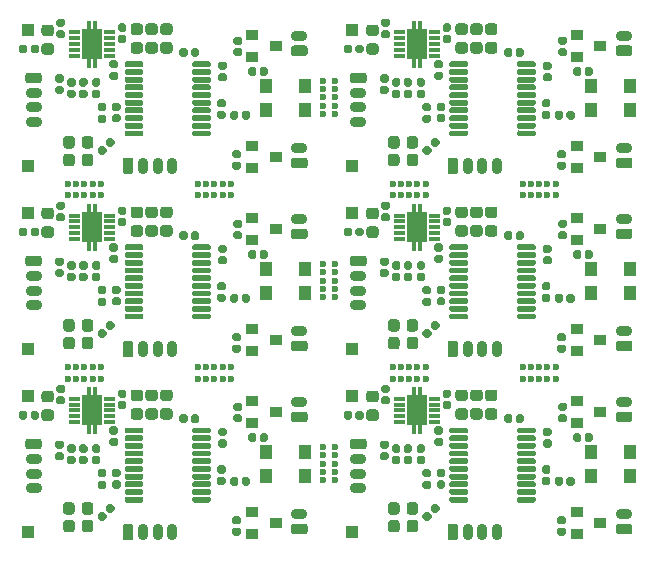
<source format=gbr>
%TF.GenerationSoftware,KiCad,Pcbnew,(5.1.6)-1*%
%TF.CreationDate,2021-08-29T21:48:12-05:00*%
%TF.ProjectId,MicroBrushedESC,4d696372-6f42-4727-9573-686564455343,rev?*%
%TF.SameCoordinates,Original*%
%TF.FileFunction,Soldermask,Top*%
%TF.FilePolarity,Negative*%
%FSLAX46Y46*%
G04 Gerber Fmt 4.6, Leading zero omitted, Abs format (unit mm)*
G04 Created by KiCad (PCBNEW (5.1.6)-1) date 2021-08-29 21:48:12*
%MOMM*%
%LPD*%
G01*
G04 APERTURE LIST*
%ADD10C,0.600000*%
%ADD11R,0.420000X0.840000*%
%ADD12C,0.420000*%
%ADD13R,0.850000X0.420000*%
%ADD14R,1.790000X2.540000*%
%ADD15C,0.300020*%
%ADD16C,0.400000*%
%ADD17R,1.000000X1.300000*%
%ADD18O,1.400000X0.900000*%
%ADD19R,1.100000X1.100000*%
%ADD20O,0.900000X1.400000*%
%ADD21R,1.000000X0.900000*%
G04 APERTURE END LIST*
D10*
%TO.C,REF\u002A\u002A*%
X168200000Y-77000000D03*
X167500000Y-77000000D03*
X166800000Y-77000000D03*
X166100000Y-77000000D03*
X165400000Y-77000000D03*
%TD*%
%TO.C,REF\u002A\u002A*%
X140700000Y-77000000D03*
X140000000Y-77000000D03*
X139300000Y-77000000D03*
X138600000Y-77000000D03*
X137900000Y-77000000D03*
%TD*%
%TO.C,REF\u002A\u002A*%
X168200000Y-61500000D03*
X167500000Y-61500000D03*
X166800000Y-61500000D03*
X166100000Y-61500000D03*
X165400000Y-61500000D03*
%TD*%
%TO.C,REF\u002A\u002A*%
X157200000Y-78000000D03*
X156500000Y-78000000D03*
X155800000Y-78000000D03*
X155100000Y-78000000D03*
X154400000Y-78000000D03*
%TD*%
%TO.C,REF\u002A\u002A*%
X129700000Y-78000000D03*
X129000000Y-78000000D03*
X128300000Y-78000000D03*
X127600000Y-78000000D03*
X126900000Y-78000000D03*
%TD*%
%TO.C,REF\u002A\u002A*%
X157200000Y-62500000D03*
X156500000Y-62500000D03*
X155800000Y-62500000D03*
X155100000Y-62500000D03*
X154400000Y-62500000D03*
%TD*%
%TO.C,REF\u002A\u002A*%
X148500000Y-83800000D03*
X148500000Y-84500000D03*
X148500000Y-85200000D03*
X148500000Y-85900000D03*
X148500000Y-86600000D03*
%TD*%
%TO.C,REF\u002A\u002A*%
X148500000Y-68300000D03*
X148500000Y-69000000D03*
X148500000Y-69700000D03*
X148500000Y-70400000D03*
X148500000Y-71100000D03*
%TD*%
%TO.C,REF\u002A\u002A*%
X149500000Y-86600000D03*
X149500000Y-85900000D03*
X149500000Y-85200000D03*
X149500000Y-84500000D03*
X149500000Y-83800000D03*
%TD*%
%TO.C,REF\u002A\u002A*%
X149500000Y-71100000D03*
X149500000Y-70400000D03*
X149500000Y-69700000D03*
X149500000Y-69000000D03*
X149500000Y-68300000D03*
%TD*%
%TO.C,REF\u002A\u002A*%
X165400000Y-78000000D03*
X166100000Y-78000000D03*
X166800000Y-78000000D03*
X167500000Y-78000000D03*
X168200000Y-78000000D03*
%TD*%
%TO.C,REF\u002A\u002A*%
X137900000Y-78000000D03*
X138600000Y-78000000D03*
X139300000Y-78000000D03*
X140000000Y-78000000D03*
X140700000Y-78000000D03*
%TD*%
%TO.C,REF\u002A\u002A*%
X165400000Y-62500000D03*
X166100000Y-62500000D03*
X166800000Y-62500000D03*
X167500000Y-62500000D03*
X168200000Y-62500000D03*
%TD*%
%TO.C,R14*%
G36*
G01*
X151945000Y-80902500D02*
X151945000Y-81297500D01*
G75*
G02*
X151772500Y-81470000I-172500J0D01*
G01*
X151427500Y-81470000D01*
G75*
G02*
X151255000Y-81297500I0J172500D01*
G01*
X151255000Y-80902500D01*
G75*
G02*
X151427500Y-80730000I172500J0D01*
G01*
X151772500Y-80730000D01*
G75*
G02*
X151945000Y-80902500I0J-172500D01*
G01*
G37*
G36*
G01*
X150975000Y-80902500D02*
X150975000Y-81297500D01*
G75*
G02*
X150802500Y-81470000I-172500J0D01*
G01*
X150457500Y-81470000D01*
G75*
G02*
X150285000Y-81297500I0J172500D01*
G01*
X150285000Y-80902500D01*
G75*
G02*
X150457500Y-80730000I172500J0D01*
G01*
X150802500Y-80730000D01*
G75*
G02*
X150975000Y-80902500I0J-172500D01*
G01*
G37*
%TD*%
%TO.C,R14*%
G36*
G01*
X124445000Y-80902500D02*
X124445000Y-81297500D01*
G75*
G02*
X124272500Y-81470000I-172500J0D01*
G01*
X123927500Y-81470000D01*
G75*
G02*
X123755000Y-81297500I0J172500D01*
G01*
X123755000Y-80902500D01*
G75*
G02*
X123927500Y-80730000I172500J0D01*
G01*
X124272500Y-80730000D01*
G75*
G02*
X124445000Y-80902500I0J-172500D01*
G01*
G37*
G36*
G01*
X123475000Y-80902500D02*
X123475000Y-81297500D01*
G75*
G02*
X123302500Y-81470000I-172500J0D01*
G01*
X122957500Y-81470000D01*
G75*
G02*
X122785000Y-81297500I0J172500D01*
G01*
X122785000Y-80902500D01*
G75*
G02*
X122957500Y-80730000I172500J0D01*
G01*
X123302500Y-80730000D01*
G75*
G02*
X123475000Y-80902500I0J-172500D01*
G01*
G37*
%TD*%
%TO.C,R14*%
G36*
G01*
X151945000Y-65402500D02*
X151945000Y-65797500D01*
G75*
G02*
X151772500Y-65970000I-172500J0D01*
G01*
X151427500Y-65970000D01*
G75*
G02*
X151255000Y-65797500I0J172500D01*
G01*
X151255000Y-65402500D01*
G75*
G02*
X151427500Y-65230000I172500J0D01*
G01*
X151772500Y-65230000D01*
G75*
G02*
X151945000Y-65402500I0J-172500D01*
G01*
G37*
G36*
G01*
X150975000Y-65402500D02*
X150975000Y-65797500D01*
G75*
G02*
X150802500Y-65970000I-172500J0D01*
G01*
X150457500Y-65970000D01*
G75*
G02*
X150285000Y-65797500I0J172500D01*
G01*
X150285000Y-65402500D01*
G75*
G02*
X150457500Y-65230000I172500J0D01*
G01*
X150802500Y-65230000D01*
G75*
G02*
X150975000Y-65402500I0J-172500D01*
G01*
G37*
%TD*%
%TO.C,R14*%
G36*
G01*
X124445000Y-65402500D02*
X124445000Y-65797500D01*
G75*
G02*
X124272500Y-65970000I-172500J0D01*
G01*
X123927500Y-65970000D01*
G75*
G02*
X123755000Y-65797500I0J172500D01*
G01*
X123755000Y-65402500D01*
G75*
G02*
X123927500Y-65230000I172500J0D01*
G01*
X124272500Y-65230000D01*
G75*
G02*
X124445000Y-65402500I0J-172500D01*
G01*
G37*
G36*
G01*
X123475000Y-65402500D02*
X123475000Y-65797500D01*
G75*
G02*
X123302500Y-65970000I-172500J0D01*
G01*
X122957500Y-65970000D01*
G75*
G02*
X122785000Y-65797500I0J172500D01*
G01*
X122785000Y-65402500D01*
G75*
G02*
X122957500Y-65230000I172500J0D01*
G01*
X123302500Y-65230000D01*
G75*
G02*
X123475000Y-65402500I0J-172500D01*
G01*
G37*
%TD*%
%TO.C,R14*%
G36*
G01*
X151945000Y-49902500D02*
X151945000Y-50297500D01*
G75*
G02*
X151772500Y-50470000I-172500J0D01*
G01*
X151427500Y-50470000D01*
G75*
G02*
X151255000Y-50297500I0J172500D01*
G01*
X151255000Y-49902500D01*
G75*
G02*
X151427500Y-49730000I172500J0D01*
G01*
X151772500Y-49730000D01*
G75*
G02*
X151945000Y-49902500I0J-172500D01*
G01*
G37*
G36*
G01*
X150975000Y-49902500D02*
X150975000Y-50297500D01*
G75*
G02*
X150802500Y-50470000I-172500J0D01*
G01*
X150457500Y-50470000D01*
G75*
G02*
X150285000Y-50297500I0J172500D01*
G01*
X150285000Y-49902500D01*
G75*
G02*
X150457500Y-49730000I172500J0D01*
G01*
X150802500Y-49730000D01*
G75*
G02*
X150975000Y-49902500I0J-172500D01*
G01*
G37*
%TD*%
%TO.C,R13*%
G36*
G01*
X153897500Y-84915000D02*
X153502500Y-84915000D01*
G75*
G02*
X153330000Y-84742500I0J172500D01*
G01*
X153330000Y-84397500D01*
G75*
G02*
X153502500Y-84225000I172500J0D01*
G01*
X153897500Y-84225000D01*
G75*
G02*
X154070000Y-84397500I0J-172500D01*
G01*
X154070000Y-84742500D01*
G75*
G02*
X153897500Y-84915000I-172500J0D01*
G01*
G37*
G36*
G01*
X153897500Y-83945000D02*
X153502500Y-83945000D01*
G75*
G02*
X153330000Y-83772500I0J172500D01*
G01*
X153330000Y-83427500D01*
G75*
G02*
X153502500Y-83255000I172500J0D01*
G01*
X153897500Y-83255000D01*
G75*
G02*
X154070000Y-83427500I0J-172500D01*
G01*
X154070000Y-83772500D01*
G75*
G02*
X153897500Y-83945000I-172500J0D01*
G01*
G37*
%TD*%
%TO.C,R13*%
G36*
G01*
X126397500Y-84915000D02*
X126002500Y-84915000D01*
G75*
G02*
X125830000Y-84742500I0J172500D01*
G01*
X125830000Y-84397500D01*
G75*
G02*
X126002500Y-84225000I172500J0D01*
G01*
X126397500Y-84225000D01*
G75*
G02*
X126570000Y-84397500I0J-172500D01*
G01*
X126570000Y-84742500D01*
G75*
G02*
X126397500Y-84915000I-172500J0D01*
G01*
G37*
G36*
G01*
X126397500Y-83945000D02*
X126002500Y-83945000D01*
G75*
G02*
X125830000Y-83772500I0J172500D01*
G01*
X125830000Y-83427500D01*
G75*
G02*
X126002500Y-83255000I172500J0D01*
G01*
X126397500Y-83255000D01*
G75*
G02*
X126570000Y-83427500I0J-172500D01*
G01*
X126570000Y-83772500D01*
G75*
G02*
X126397500Y-83945000I-172500J0D01*
G01*
G37*
%TD*%
%TO.C,R13*%
G36*
G01*
X153897500Y-69415000D02*
X153502500Y-69415000D01*
G75*
G02*
X153330000Y-69242500I0J172500D01*
G01*
X153330000Y-68897500D01*
G75*
G02*
X153502500Y-68725000I172500J0D01*
G01*
X153897500Y-68725000D01*
G75*
G02*
X154070000Y-68897500I0J-172500D01*
G01*
X154070000Y-69242500D01*
G75*
G02*
X153897500Y-69415000I-172500J0D01*
G01*
G37*
G36*
G01*
X153897500Y-68445000D02*
X153502500Y-68445000D01*
G75*
G02*
X153330000Y-68272500I0J172500D01*
G01*
X153330000Y-67927500D01*
G75*
G02*
X153502500Y-67755000I172500J0D01*
G01*
X153897500Y-67755000D01*
G75*
G02*
X154070000Y-67927500I0J-172500D01*
G01*
X154070000Y-68272500D01*
G75*
G02*
X153897500Y-68445000I-172500J0D01*
G01*
G37*
%TD*%
%TO.C,R13*%
G36*
G01*
X126397500Y-69415000D02*
X126002500Y-69415000D01*
G75*
G02*
X125830000Y-69242500I0J172500D01*
G01*
X125830000Y-68897500D01*
G75*
G02*
X126002500Y-68725000I172500J0D01*
G01*
X126397500Y-68725000D01*
G75*
G02*
X126570000Y-68897500I0J-172500D01*
G01*
X126570000Y-69242500D01*
G75*
G02*
X126397500Y-69415000I-172500J0D01*
G01*
G37*
G36*
G01*
X126397500Y-68445000D02*
X126002500Y-68445000D01*
G75*
G02*
X125830000Y-68272500I0J172500D01*
G01*
X125830000Y-67927500D01*
G75*
G02*
X126002500Y-67755000I172500J0D01*
G01*
X126397500Y-67755000D01*
G75*
G02*
X126570000Y-67927500I0J-172500D01*
G01*
X126570000Y-68272500D01*
G75*
G02*
X126397500Y-68445000I-172500J0D01*
G01*
G37*
%TD*%
%TO.C,R13*%
G36*
G01*
X153897500Y-53915000D02*
X153502500Y-53915000D01*
G75*
G02*
X153330000Y-53742500I0J172500D01*
G01*
X153330000Y-53397500D01*
G75*
G02*
X153502500Y-53225000I172500J0D01*
G01*
X153897500Y-53225000D01*
G75*
G02*
X154070000Y-53397500I0J-172500D01*
G01*
X154070000Y-53742500D01*
G75*
G02*
X153897500Y-53915000I-172500J0D01*
G01*
G37*
G36*
G01*
X153897500Y-52945000D02*
X153502500Y-52945000D01*
G75*
G02*
X153330000Y-52772500I0J172500D01*
G01*
X153330000Y-52427500D01*
G75*
G02*
X153502500Y-52255000I172500J0D01*
G01*
X153897500Y-52255000D01*
G75*
G02*
X154070000Y-52427500I0J-172500D01*
G01*
X154070000Y-52772500D01*
G75*
G02*
X153897500Y-52945000I-172500J0D01*
G01*
G37*
%TD*%
%TO.C,REF\u002A\u002A*%
X154400000Y-77000000D03*
X155100000Y-77000000D03*
X155800000Y-77000000D03*
X156500000Y-77000000D03*
X157200000Y-77000000D03*
%TD*%
%TO.C,REF\u002A\u002A*%
X126900000Y-77000000D03*
X127600000Y-77000000D03*
X128300000Y-77000000D03*
X129000000Y-77000000D03*
X129700000Y-77000000D03*
%TD*%
%TO.C,REF\u002A\u002A*%
X154400000Y-61500000D03*
X155100000Y-61500000D03*
X155800000Y-61500000D03*
X156500000Y-61500000D03*
X157200000Y-61500000D03*
%TD*%
%TO.C,R9*%
G36*
G01*
X159197500Y-80595000D02*
X158802500Y-80595000D01*
G75*
G02*
X158630000Y-80422500I0J172500D01*
G01*
X158630000Y-80077500D01*
G75*
G02*
X158802500Y-79905000I172500J0D01*
G01*
X159197500Y-79905000D01*
G75*
G02*
X159370000Y-80077500I0J-172500D01*
G01*
X159370000Y-80422500D01*
G75*
G02*
X159197500Y-80595000I-172500J0D01*
G01*
G37*
G36*
G01*
X159197500Y-79625000D02*
X158802500Y-79625000D01*
G75*
G02*
X158630000Y-79452500I0J172500D01*
G01*
X158630000Y-79107500D01*
G75*
G02*
X158802500Y-78935000I172500J0D01*
G01*
X159197500Y-78935000D01*
G75*
G02*
X159370000Y-79107500I0J-172500D01*
G01*
X159370000Y-79452500D01*
G75*
G02*
X159197500Y-79625000I-172500J0D01*
G01*
G37*
%TD*%
%TO.C,R9*%
G36*
G01*
X131697500Y-80595000D02*
X131302500Y-80595000D01*
G75*
G02*
X131130000Y-80422500I0J172500D01*
G01*
X131130000Y-80077500D01*
G75*
G02*
X131302500Y-79905000I172500J0D01*
G01*
X131697500Y-79905000D01*
G75*
G02*
X131870000Y-80077500I0J-172500D01*
G01*
X131870000Y-80422500D01*
G75*
G02*
X131697500Y-80595000I-172500J0D01*
G01*
G37*
G36*
G01*
X131697500Y-79625000D02*
X131302500Y-79625000D01*
G75*
G02*
X131130000Y-79452500I0J172500D01*
G01*
X131130000Y-79107500D01*
G75*
G02*
X131302500Y-78935000I172500J0D01*
G01*
X131697500Y-78935000D01*
G75*
G02*
X131870000Y-79107500I0J-172500D01*
G01*
X131870000Y-79452500D01*
G75*
G02*
X131697500Y-79625000I-172500J0D01*
G01*
G37*
%TD*%
%TO.C,R9*%
G36*
G01*
X159197500Y-65095000D02*
X158802500Y-65095000D01*
G75*
G02*
X158630000Y-64922500I0J172500D01*
G01*
X158630000Y-64577500D01*
G75*
G02*
X158802500Y-64405000I172500J0D01*
G01*
X159197500Y-64405000D01*
G75*
G02*
X159370000Y-64577500I0J-172500D01*
G01*
X159370000Y-64922500D01*
G75*
G02*
X159197500Y-65095000I-172500J0D01*
G01*
G37*
G36*
G01*
X159197500Y-64125000D02*
X158802500Y-64125000D01*
G75*
G02*
X158630000Y-63952500I0J172500D01*
G01*
X158630000Y-63607500D01*
G75*
G02*
X158802500Y-63435000I172500J0D01*
G01*
X159197500Y-63435000D01*
G75*
G02*
X159370000Y-63607500I0J-172500D01*
G01*
X159370000Y-63952500D01*
G75*
G02*
X159197500Y-64125000I-172500J0D01*
G01*
G37*
%TD*%
%TO.C,R9*%
G36*
G01*
X131697500Y-65095000D02*
X131302500Y-65095000D01*
G75*
G02*
X131130000Y-64922500I0J172500D01*
G01*
X131130000Y-64577500D01*
G75*
G02*
X131302500Y-64405000I172500J0D01*
G01*
X131697500Y-64405000D01*
G75*
G02*
X131870000Y-64577500I0J-172500D01*
G01*
X131870000Y-64922500D01*
G75*
G02*
X131697500Y-65095000I-172500J0D01*
G01*
G37*
G36*
G01*
X131697500Y-64125000D02*
X131302500Y-64125000D01*
G75*
G02*
X131130000Y-63952500I0J172500D01*
G01*
X131130000Y-63607500D01*
G75*
G02*
X131302500Y-63435000I172500J0D01*
G01*
X131697500Y-63435000D01*
G75*
G02*
X131870000Y-63607500I0J-172500D01*
G01*
X131870000Y-63952500D01*
G75*
G02*
X131697500Y-64125000I-172500J0D01*
G01*
G37*
%TD*%
%TO.C,R9*%
G36*
G01*
X159197500Y-49595000D02*
X158802500Y-49595000D01*
G75*
G02*
X158630000Y-49422500I0J172500D01*
G01*
X158630000Y-49077500D01*
G75*
G02*
X158802500Y-48905000I172500J0D01*
G01*
X159197500Y-48905000D01*
G75*
G02*
X159370000Y-49077500I0J-172500D01*
G01*
X159370000Y-49422500D01*
G75*
G02*
X159197500Y-49595000I-172500J0D01*
G01*
G37*
G36*
G01*
X159197500Y-48625000D02*
X158802500Y-48625000D01*
G75*
G02*
X158630000Y-48452500I0J172500D01*
G01*
X158630000Y-48107500D01*
G75*
G02*
X158802500Y-47935000I172500J0D01*
G01*
X159197500Y-47935000D01*
G75*
G02*
X159370000Y-48107500I0J-172500D01*
G01*
X159370000Y-48452500D01*
G75*
G02*
X159197500Y-48625000I-172500J0D01*
G01*
G37*
%TD*%
D11*
%TO.C,U2*%
X156710000Y-82250000D03*
X156210000Y-82250000D03*
X156210000Y-79150000D03*
D12*
X155270000Y-79700000D03*
D13*
X154920000Y-79700000D03*
D14*
X156460000Y-80700000D03*
D12*
X157650000Y-81700000D03*
D13*
X158000000Y-81700000D03*
X158000000Y-81200000D03*
X158000000Y-80700000D03*
X158000000Y-80200000D03*
X158000000Y-79700000D03*
D12*
X157650000Y-81200000D03*
X157650000Y-80700000D03*
X157650000Y-80200000D03*
X157650000Y-79700000D03*
D13*
X154920000Y-80200000D03*
X154920000Y-80700000D03*
X154920000Y-81200000D03*
X154920000Y-81700000D03*
D12*
X155270000Y-80200000D03*
X155270000Y-80700000D03*
X155270000Y-81200000D03*
X155270000Y-81700000D03*
D11*
X156710000Y-79150000D03*
D15*
X155960000Y-79950000D03*
X156960000Y-81450000D03*
X156960000Y-79950000D03*
D16*
X155960000Y-81450000D03*
%TD*%
D11*
%TO.C,U2*%
X129210000Y-82250000D03*
X128710000Y-82250000D03*
X128710000Y-79150000D03*
D12*
X127770000Y-79700000D03*
D13*
X127420000Y-79700000D03*
D14*
X128960000Y-80700000D03*
D12*
X130150000Y-81700000D03*
D13*
X130500000Y-81700000D03*
X130500000Y-81200000D03*
X130500000Y-80700000D03*
X130500000Y-80200000D03*
X130500000Y-79700000D03*
D12*
X130150000Y-81200000D03*
X130150000Y-80700000D03*
X130150000Y-80200000D03*
X130150000Y-79700000D03*
D13*
X127420000Y-80200000D03*
X127420000Y-80700000D03*
X127420000Y-81200000D03*
X127420000Y-81700000D03*
D12*
X127770000Y-80200000D03*
X127770000Y-80700000D03*
X127770000Y-81200000D03*
X127770000Y-81700000D03*
D11*
X129210000Y-79150000D03*
D15*
X128460000Y-79950000D03*
X129460000Y-81450000D03*
X129460000Y-79950000D03*
D16*
X128460000Y-81450000D03*
%TD*%
D11*
%TO.C,U2*%
X156710000Y-66750000D03*
X156210000Y-66750000D03*
X156210000Y-63650000D03*
D12*
X155270000Y-64200000D03*
D13*
X154920000Y-64200000D03*
D14*
X156460000Y-65200000D03*
D12*
X157650000Y-66200000D03*
D13*
X158000000Y-66200000D03*
X158000000Y-65700000D03*
X158000000Y-65200000D03*
X158000000Y-64700000D03*
X158000000Y-64200000D03*
D12*
X157650000Y-65700000D03*
X157650000Y-65200000D03*
X157650000Y-64700000D03*
X157650000Y-64200000D03*
D13*
X154920000Y-64700000D03*
X154920000Y-65200000D03*
X154920000Y-65700000D03*
X154920000Y-66200000D03*
D12*
X155270000Y-64700000D03*
X155270000Y-65200000D03*
X155270000Y-65700000D03*
X155270000Y-66200000D03*
D11*
X156710000Y-63650000D03*
D15*
X155960000Y-64450000D03*
X156960000Y-65950000D03*
X156960000Y-64450000D03*
D16*
X155960000Y-65950000D03*
%TD*%
D11*
%TO.C,U2*%
X129210000Y-66750000D03*
X128710000Y-66750000D03*
X128710000Y-63650000D03*
D12*
X127770000Y-64200000D03*
D13*
X127420000Y-64200000D03*
D14*
X128960000Y-65200000D03*
D12*
X130150000Y-66200000D03*
D13*
X130500000Y-66200000D03*
X130500000Y-65700000D03*
X130500000Y-65200000D03*
X130500000Y-64700000D03*
X130500000Y-64200000D03*
D12*
X130150000Y-65700000D03*
X130150000Y-65200000D03*
X130150000Y-64700000D03*
X130150000Y-64200000D03*
D13*
X127420000Y-64700000D03*
X127420000Y-65200000D03*
X127420000Y-65700000D03*
X127420000Y-66200000D03*
D12*
X127770000Y-64700000D03*
X127770000Y-65200000D03*
X127770000Y-65700000D03*
X127770000Y-66200000D03*
D11*
X129210000Y-63650000D03*
D15*
X128460000Y-64450000D03*
X129460000Y-65950000D03*
X129460000Y-64450000D03*
D16*
X128460000Y-65950000D03*
%TD*%
D11*
%TO.C,U2*%
X156710000Y-51250000D03*
X156210000Y-51250000D03*
X156210000Y-48150000D03*
D12*
X155270000Y-48700000D03*
D13*
X154920000Y-48700000D03*
D14*
X156460000Y-49700000D03*
D12*
X157650000Y-50700000D03*
D13*
X158000000Y-50700000D03*
X158000000Y-50200000D03*
X158000000Y-49700000D03*
X158000000Y-49200000D03*
X158000000Y-48700000D03*
D12*
X157650000Y-50200000D03*
X157650000Y-49700000D03*
X157650000Y-49200000D03*
X157650000Y-48700000D03*
D13*
X154920000Y-49200000D03*
X154920000Y-49700000D03*
X154920000Y-50200000D03*
X154920000Y-50700000D03*
D12*
X155270000Y-49200000D03*
X155270000Y-49700000D03*
X155270000Y-50200000D03*
X155270000Y-50700000D03*
D11*
X156710000Y-48150000D03*
D15*
X155960000Y-48950000D03*
X156960000Y-50450000D03*
X156960000Y-48950000D03*
D16*
X155960000Y-50450000D03*
%TD*%
%TO.C,C9*%
G36*
G01*
X160531250Y-81487500D02*
X159968750Y-81487500D01*
G75*
G02*
X159725000Y-81243750I0J243750D01*
G01*
X159725000Y-80756250D01*
G75*
G02*
X159968750Y-80512500I243750J0D01*
G01*
X160531250Y-80512500D01*
G75*
G02*
X160775000Y-80756250I0J-243750D01*
G01*
X160775000Y-81243750D01*
G75*
G02*
X160531250Y-81487500I-243750J0D01*
G01*
G37*
G36*
G01*
X160531250Y-79912500D02*
X159968750Y-79912500D01*
G75*
G02*
X159725000Y-79668750I0J243750D01*
G01*
X159725000Y-79181250D01*
G75*
G02*
X159968750Y-78937500I243750J0D01*
G01*
X160531250Y-78937500D01*
G75*
G02*
X160775000Y-79181250I0J-243750D01*
G01*
X160775000Y-79668750D01*
G75*
G02*
X160531250Y-79912500I-243750J0D01*
G01*
G37*
%TD*%
%TO.C,C9*%
G36*
G01*
X133031250Y-81487500D02*
X132468750Y-81487500D01*
G75*
G02*
X132225000Y-81243750I0J243750D01*
G01*
X132225000Y-80756250D01*
G75*
G02*
X132468750Y-80512500I243750J0D01*
G01*
X133031250Y-80512500D01*
G75*
G02*
X133275000Y-80756250I0J-243750D01*
G01*
X133275000Y-81243750D01*
G75*
G02*
X133031250Y-81487500I-243750J0D01*
G01*
G37*
G36*
G01*
X133031250Y-79912500D02*
X132468750Y-79912500D01*
G75*
G02*
X132225000Y-79668750I0J243750D01*
G01*
X132225000Y-79181250D01*
G75*
G02*
X132468750Y-78937500I243750J0D01*
G01*
X133031250Y-78937500D01*
G75*
G02*
X133275000Y-79181250I0J-243750D01*
G01*
X133275000Y-79668750D01*
G75*
G02*
X133031250Y-79912500I-243750J0D01*
G01*
G37*
%TD*%
%TO.C,C9*%
G36*
G01*
X160531250Y-65987500D02*
X159968750Y-65987500D01*
G75*
G02*
X159725000Y-65743750I0J243750D01*
G01*
X159725000Y-65256250D01*
G75*
G02*
X159968750Y-65012500I243750J0D01*
G01*
X160531250Y-65012500D01*
G75*
G02*
X160775000Y-65256250I0J-243750D01*
G01*
X160775000Y-65743750D01*
G75*
G02*
X160531250Y-65987500I-243750J0D01*
G01*
G37*
G36*
G01*
X160531250Y-64412500D02*
X159968750Y-64412500D01*
G75*
G02*
X159725000Y-64168750I0J243750D01*
G01*
X159725000Y-63681250D01*
G75*
G02*
X159968750Y-63437500I243750J0D01*
G01*
X160531250Y-63437500D01*
G75*
G02*
X160775000Y-63681250I0J-243750D01*
G01*
X160775000Y-64168750D01*
G75*
G02*
X160531250Y-64412500I-243750J0D01*
G01*
G37*
%TD*%
%TO.C,C9*%
G36*
G01*
X133031250Y-65987500D02*
X132468750Y-65987500D01*
G75*
G02*
X132225000Y-65743750I0J243750D01*
G01*
X132225000Y-65256250D01*
G75*
G02*
X132468750Y-65012500I243750J0D01*
G01*
X133031250Y-65012500D01*
G75*
G02*
X133275000Y-65256250I0J-243750D01*
G01*
X133275000Y-65743750D01*
G75*
G02*
X133031250Y-65987500I-243750J0D01*
G01*
G37*
G36*
G01*
X133031250Y-64412500D02*
X132468750Y-64412500D01*
G75*
G02*
X132225000Y-64168750I0J243750D01*
G01*
X132225000Y-63681250D01*
G75*
G02*
X132468750Y-63437500I243750J0D01*
G01*
X133031250Y-63437500D01*
G75*
G02*
X133275000Y-63681250I0J-243750D01*
G01*
X133275000Y-64168750D01*
G75*
G02*
X133031250Y-64412500I-243750J0D01*
G01*
G37*
%TD*%
%TO.C,C9*%
G36*
G01*
X160531250Y-50487500D02*
X159968750Y-50487500D01*
G75*
G02*
X159725000Y-50243750I0J243750D01*
G01*
X159725000Y-49756250D01*
G75*
G02*
X159968750Y-49512500I243750J0D01*
G01*
X160531250Y-49512500D01*
G75*
G02*
X160775000Y-49756250I0J-243750D01*
G01*
X160775000Y-50243750D01*
G75*
G02*
X160531250Y-50487500I-243750J0D01*
G01*
G37*
G36*
G01*
X160531250Y-48912500D02*
X159968750Y-48912500D01*
G75*
G02*
X159725000Y-48668750I0J243750D01*
G01*
X159725000Y-48181250D01*
G75*
G02*
X159968750Y-47937500I243750J0D01*
G01*
X160531250Y-47937500D01*
G75*
G02*
X160775000Y-48181250I0J-243750D01*
G01*
X160775000Y-48668750D01*
G75*
G02*
X160531250Y-48912500I-243750J0D01*
G01*
G37*
%TD*%
%TO.C,C6*%
G36*
G01*
X161781250Y-81487500D02*
X161218750Y-81487500D01*
G75*
G02*
X160975000Y-81243750I0J243750D01*
G01*
X160975000Y-80756250D01*
G75*
G02*
X161218750Y-80512500I243750J0D01*
G01*
X161781250Y-80512500D01*
G75*
G02*
X162025000Y-80756250I0J-243750D01*
G01*
X162025000Y-81243750D01*
G75*
G02*
X161781250Y-81487500I-243750J0D01*
G01*
G37*
G36*
G01*
X161781250Y-79912500D02*
X161218750Y-79912500D01*
G75*
G02*
X160975000Y-79668750I0J243750D01*
G01*
X160975000Y-79181250D01*
G75*
G02*
X161218750Y-78937500I243750J0D01*
G01*
X161781250Y-78937500D01*
G75*
G02*
X162025000Y-79181250I0J-243750D01*
G01*
X162025000Y-79668750D01*
G75*
G02*
X161781250Y-79912500I-243750J0D01*
G01*
G37*
%TD*%
%TO.C,C6*%
G36*
G01*
X134281250Y-81487500D02*
X133718750Y-81487500D01*
G75*
G02*
X133475000Y-81243750I0J243750D01*
G01*
X133475000Y-80756250D01*
G75*
G02*
X133718750Y-80512500I243750J0D01*
G01*
X134281250Y-80512500D01*
G75*
G02*
X134525000Y-80756250I0J-243750D01*
G01*
X134525000Y-81243750D01*
G75*
G02*
X134281250Y-81487500I-243750J0D01*
G01*
G37*
G36*
G01*
X134281250Y-79912500D02*
X133718750Y-79912500D01*
G75*
G02*
X133475000Y-79668750I0J243750D01*
G01*
X133475000Y-79181250D01*
G75*
G02*
X133718750Y-78937500I243750J0D01*
G01*
X134281250Y-78937500D01*
G75*
G02*
X134525000Y-79181250I0J-243750D01*
G01*
X134525000Y-79668750D01*
G75*
G02*
X134281250Y-79912500I-243750J0D01*
G01*
G37*
%TD*%
%TO.C,C6*%
G36*
G01*
X161781250Y-65987500D02*
X161218750Y-65987500D01*
G75*
G02*
X160975000Y-65743750I0J243750D01*
G01*
X160975000Y-65256250D01*
G75*
G02*
X161218750Y-65012500I243750J0D01*
G01*
X161781250Y-65012500D01*
G75*
G02*
X162025000Y-65256250I0J-243750D01*
G01*
X162025000Y-65743750D01*
G75*
G02*
X161781250Y-65987500I-243750J0D01*
G01*
G37*
G36*
G01*
X161781250Y-64412500D02*
X161218750Y-64412500D01*
G75*
G02*
X160975000Y-64168750I0J243750D01*
G01*
X160975000Y-63681250D01*
G75*
G02*
X161218750Y-63437500I243750J0D01*
G01*
X161781250Y-63437500D01*
G75*
G02*
X162025000Y-63681250I0J-243750D01*
G01*
X162025000Y-64168750D01*
G75*
G02*
X161781250Y-64412500I-243750J0D01*
G01*
G37*
%TD*%
%TO.C,C6*%
G36*
G01*
X134281250Y-65987500D02*
X133718750Y-65987500D01*
G75*
G02*
X133475000Y-65743750I0J243750D01*
G01*
X133475000Y-65256250D01*
G75*
G02*
X133718750Y-65012500I243750J0D01*
G01*
X134281250Y-65012500D01*
G75*
G02*
X134525000Y-65256250I0J-243750D01*
G01*
X134525000Y-65743750D01*
G75*
G02*
X134281250Y-65987500I-243750J0D01*
G01*
G37*
G36*
G01*
X134281250Y-64412500D02*
X133718750Y-64412500D01*
G75*
G02*
X133475000Y-64168750I0J243750D01*
G01*
X133475000Y-63681250D01*
G75*
G02*
X133718750Y-63437500I243750J0D01*
G01*
X134281250Y-63437500D01*
G75*
G02*
X134525000Y-63681250I0J-243750D01*
G01*
X134525000Y-64168750D01*
G75*
G02*
X134281250Y-64412500I-243750J0D01*
G01*
G37*
%TD*%
%TO.C,C6*%
G36*
G01*
X161781250Y-50487500D02*
X161218750Y-50487500D01*
G75*
G02*
X160975000Y-50243750I0J243750D01*
G01*
X160975000Y-49756250D01*
G75*
G02*
X161218750Y-49512500I243750J0D01*
G01*
X161781250Y-49512500D01*
G75*
G02*
X162025000Y-49756250I0J-243750D01*
G01*
X162025000Y-50243750D01*
G75*
G02*
X161781250Y-50487500I-243750J0D01*
G01*
G37*
G36*
G01*
X161781250Y-48912500D02*
X161218750Y-48912500D01*
G75*
G02*
X160975000Y-48668750I0J243750D01*
G01*
X160975000Y-48181250D01*
G75*
G02*
X161218750Y-47937500I243750J0D01*
G01*
X161781250Y-47937500D01*
G75*
G02*
X162025000Y-48181250I0J-243750D01*
G01*
X162025000Y-48668750D01*
G75*
G02*
X161781250Y-48912500I-243750J0D01*
G01*
G37*
%TD*%
%TO.C,C2*%
G36*
G01*
X152981250Y-81587500D02*
X152418750Y-81587500D01*
G75*
G02*
X152175000Y-81343750I0J243750D01*
G01*
X152175000Y-80856250D01*
G75*
G02*
X152418750Y-80612500I243750J0D01*
G01*
X152981250Y-80612500D01*
G75*
G02*
X153225000Y-80856250I0J-243750D01*
G01*
X153225000Y-81343750D01*
G75*
G02*
X152981250Y-81587500I-243750J0D01*
G01*
G37*
G36*
G01*
X152981250Y-80012500D02*
X152418750Y-80012500D01*
G75*
G02*
X152175000Y-79768750I0J243750D01*
G01*
X152175000Y-79281250D01*
G75*
G02*
X152418750Y-79037500I243750J0D01*
G01*
X152981250Y-79037500D01*
G75*
G02*
X153225000Y-79281250I0J-243750D01*
G01*
X153225000Y-79768750D01*
G75*
G02*
X152981250Y-80012500I-243750J0D01*
G01*
G37*
%TD*%
%TO.C,C2*%
G36*
G01*
X125481250Y-81587500D02*
X124918750Y-81587500D01*
G75*
G02*
X124675000Y-81343750I0J243750D01*
G01*
X124675000Y-80856250D01*
G75*
G02*
X124918750Y-80612500I243750J0D01*
G01*
X125481250Y-80612500D01*
G75*
G02*
X125725000Y-80856250I0J-243750D01*
G01*
X125725000Y-81343750D01*
G75*
G02*
X125481250Y-81587500I-243750J0D01*
G01*
G37*
G36*
G01*
X125481250Y-80012500D02*
X124918750Y-80012500D01*
G75*
G02*
X124675000Y-79768750I0J243750D01*
G01*
X124675000Y-79281250D01*
G75*
G02*
X124918750Y-79037500I243750J0D01*
G01*
X125481250Y-79037500D01*
G75*
G02*
X125725000Y-79281250I0J-243750D01*
G01*
X125725000Y-79768750D01*
G75*
G02*
X125481250Y-80012500I-243750J0D01*
G01*
G37*
%TD*%
%TO.C,C2*%
G36*
G01*
X152981250Y-66087500D02*
X152418750Y-66087500D01*
G75*
G02*
X152175000Y-65843750I0J243750D01*
G01*
X152175000Y-65356250D01*
G75*
G02*
X152418750Y-65112500I243750J0D01*
G01*
X152981250Y-65112500D01*
G75*
G02*
X153225000Y-65356250I0J-243750D01*
G01*
X153225000Y-65843750D01*
G75*
G02*
X152981250Y-66087500I-243750J0D01*
G01*
G37*
G36*
G01*
X152981250Y-64512500D02*
X152418750Y-64512500D01*
G75*
G02*
X152175000Y-64268750I0J243750D01*
G01*
X152175000Y-63781250D01*
G75*
G02*
X152418750Y-63537500I243750J0D01*
G01*
X152981250Y-63537500D01*
G75*
G02*
X153225000Y-63781250I0J-243750D01*
G01*
X153225000Y-64268750D01*
G75*
G02*
X152981250Y-64512500I-243750J0D01*
G01*
G37*
%TD*%
%TO.C,C2*%
G36*
G01*
X125481250Y-66087500D02*
X124918750Y-66087500D01*
G75*
G02*
X124675000Y-65843750I0J243750D01*
G01*
X124675000Y-65356250D01*
G75*
G02*
X124918750Y-65112500I243750J0D01*
G01*
X125481250Y-65112500D01*
G75*
G02*
X125725000Y-65356250I0J-243750D01*
G01*
X125725000Y-65843750D01*
G75*
G02*
X125481250Y-66087500I-243750J0D01*
G01*
G37*
G36*
G01*
X125481250Y-64512500D02*
X124918750Y-64512500D01*
G75*
G02*
X124675000Y-64268750I0J243750D01*
G01*
X124675000Y-63781250D01*
G75*
G02*
X124918750Y-63537500I243750J0D01*
G01*
X125481250Y-63537500D01*
G75*
G02*
X125725000Y-63781250I0J-243750D01*
G01*
X125725000Y-64268750D01*
G75*
G02*
X125481250Y-64512500I-243750J0D01*
G01*
G37*
%TD*%
%TO.C,C2*%
G36*
G01*
X152981250Y-50587500D02*
X152418750Y-50587500D01*
G75*
G02*
X152175000Y-50343750I0J243750D01*
G01*
X152175000Y-49856250D01*
G75*
G02*
X152418750Y-49612500I243750J0D01*
G01*
X152981250Y-49612500D01*
G75*
G02*
X153225000Y-49856250I0J-243750D01*
G01*
X153225000Y-50343750D01*
G75*
G02*
X152981250Y-50587500I-243750J0D01*
G01*
G37*
G36*
G01*
X152981250Y-49012500D02*
X152418750Y-49012500D01*
G75*
G02*
X152175000Y-48768750I0J243750D01*
G01*
X152175000Y-48281250D01*
G75*
G02*
X152418750Y-48037500I243750J0D01*
G01*
X152981250Y-48037500D01*
G75*
G02*
X153225000Y-48281250I0J-243750D01*
G01*
X153225000Y-48768750D01*
G75*
G02*
X152981250Y-49012500I-243750J0D01*
G01*
G37*
%TD*%
%TO.C,C4*%
G36*
G01*
X157497500Y-87345000D02*
X157102500Y-87345000D01*
G75*
G02*
X156930000Y-87172500I0J172500D01*
G01*
X156930000Y-86827500D01*
G75*
G02*
X157102500Y-86655000I172500J0D01*
G01*
X157497500Y-86655000D01*
G75*
G02*
X157670000Y-86827500I0J-172500D01*
G01*
X157670000Y-87172500D01*
G75*
G02*
X157497500Y-87345000I-172500J0D01*
G01*
G37*
G36*
G01*
X157497500Y-86375000D02*
X157102500Y-86375000D01*
G75*
G02*
X156930000Y-86202500I0J172500D01*
G01*
X156930000Y-85857500D01*
G75*
G02*
X157102500Y-85685000I172500J0D01*
G01*
X157497500Y-85685000D01*
G75*
G02*
X157670000Y-85857500I0J-172500D01*
G01*
X157670000Y-86202500D01*
G75*
G02*
X157497500Y-86375000I-172500J0D01*
G01*
G37*
%TD*%
%TO.C,C4*%
G36*
G01*
X129997500Y-87345000D02*
X129602500Y-87345000D01*
G75*
G02*
X129430000Y-87172500I0J172500D01*
G01*
X129430000Y-86827500D01*
G75*
G02*
X129602500Y-86655000I172500J0D01*
G01*
X129997500Y-86655000D01*
G75*
G02*
X130170000Y-86827500I0J-172500D01*
G01*
X130170000Y-87172500D01*
G75*
G02*
X129997500Y-87345000I-172500J0D01*
G01*
G37*
G36*
G01*
X129997500Y-86375000D02*
X129602500Y-86375000D01*
G75*
G02*
X129430000Y-86202500I0J172500D01*
G01*
X129430000Y-85857500D01*
G75*
G02*
X129602500Y-85685000I172500J0D01*
G01*
X129997500Y-85685000D01*
G75*
G02*
X130170000Y-85857500I0J-172500D01*
G01*
X130170000Y-86202500D01*
G75*
G02*
X129997500Y-86375000I-172500J0D01*
G01*
G37*
%TD*%
%TO.C,C4*%
G36*
G01*
X157497500Y-71845000D02*
X157102500Y-71845000D01*
G75*
G02*
X156930000Y-71672500I0J172500D01*
G01*
X156930000Y-71327500D01*
G75*
G02*
X157102500Y-71155000I172500J0D01*
G01*
X157497500Y-71155000D01*
G75*
G02*
X157670000Y-71327500I0J-172500D01*
G01*
X157670000Y-71672500D01*
G75*
G02*
X157497500Y-71845000I-172500J0D01*
G01*
G37*
G36*
G01*
X157497500Y-70875000D02*
X157102500Y-70875000D01*
G75*
G02*
X156930000Y-70702500I0J172500D01*
G01*
X156930000Y-70357500D01*
G75*
G02*
X157102500Y-70185000I172500J0D01*
G01*
X157497500Y-70185000D01*
G75*
G02*
X157670000Y-70357500I0J-172500D01*
G01*
X157670000Y-70702500D01*
G75*
G02*
X157497500Y-70875000I-172500J0D01*
G01*
G37*
%TD*%
%TO.C,C4*%
G36*
G01*
X129997500Y-71845000D02*
X129602500Y-71845000D01*
G75*
G02*
X129430000Y-71672500I0J172500D01*
G01*
X129430000Y-71327500D01*
G75*
G02*
X129602500Y-71155000I172500J0D01*
G01*
X129997500Y-71155000D01*
G75*
G02*
X130170000Y-71327500I0J-172500D01*
G01*
X130170000Y-71672500D01*
G75*
G02*
X129997500Y-71845000I-172500J0D01*
G01*
G37*
G36*
G01*
X129997500Y-70875000D02*
X129602500Y-70875000D01*
G75*
G02*
X129430000Y-70702500I0J172500D01*
G01*
X129430000Y-70357500D01*
G75*
G02*
X129602500Y-70185000I172500J0D01*
G01*
X129997500Y-70185000D01*
G75*
G02*
X130170000Y-70357500I0J-172500D01*
G01*
X130170000Y-70702500D01*
G75*
G02*
X129997500Y-70875000I-172500J0D01*
G01*
G37*
%TD*%
%TO.C,C4*%
G36*
G01*
X157497500Y-56345000D02*
X157102500Y-56345000D01*
G75*
G02*
X156930000Y-56172500I0J172500D01*
G01*
X156930000Y-55827500D01*
G75*
G02*
X157102500Y-55655000I172500J0D01*
G01*
X157497500Y-55655000D01*
G75*
G02*
X157670000Y-55827500I0J-172500D01*
G01*
X157670000Y-56172500D01*
G75*
G02*
X157497500Y-56345000I-172500J0D01*
G01*
G37*
G36*
G01*
X157497500Y-55375000D02*
X157102500Y-55375000D01*
G75*
G02*
X156930000Y-55202500I0J172500D01*
G01*
X156930000Y-54857500D01*
G75*
G02*
X157102500Y-54685000I172500J0D01*
G01*
X157497500Y-54685000D01*
G75*
G02*
X157670000Y-54857500I0J-172500D01*
G01*
X157670000Y-55202500D01*
G75*
G02*
X157497500Y-55375000I-172500J0D01*
G01*
G37*
%TD*%
%TO.C,C5*%
G36*
G01*
X156997500Y-85245000D02*
X156602500Y-85245000D01*
G75*
G02*
X156430000Y-85072500I0J172500D01*
G01*
X156430000Y-84727500D01*
G75*
G02*
X156602500Y-84555000I172500J0D01*
G01*
X156997500Y-84555000D01*
G75*
G02*
X157170000Y-84727500I0J-172500D01*
G01*
X157170000Y-85072500D01*
G75*
G02*
X156997500Y-85245000I-172500J0D01*
G01*
G37*
G36*
G01*
X156997500Y-84275000D02*
X156602500Y-84275000D01*
G75*
G02*
X156430000Y-84102500I0J172500D01*
G01*
X156430000Y-83757500D01*
G75*
G02*
X156602500Y-83585000I172500J0D01*
G01*
X156997500Y-83585000D01*
G75*
G02*
X157170000Y-83757500I0J-172500D01*
G01*
X157170000Y-84102500D01*
G75*
G02*
X156997500Y-84275000I-172500J0D01*
G01*
G37*
%TD*%
%TO.C,C5*%
G36*
G01*
X129497500Y-85245000D02*
X129102500Y-85245000D01*
G75*
G02*
X128930000Y-85072500I0J172500D01*
G01*
X128930000Y-84727500D01*
G75*
G02*
X129102500Y-84555000I172500J0D01*
G01*
X129497500Y-84555000D01*
G75*
G02*
X129670000Y-84727500I0J-172500D01*
G01*
X129670000Y-85072500D01*
G75*
G02*
X129497500Y-85245000I-172500J0D01*
G01*
G37*
G36*
G01*
X129497500Y-84275000D02*
X129102500Y-84275000D01*
G75*
G02*
X128930000Y-84102500I0J172500D01*
G01*
X128930000Y-83757500D01*
G75*
G02*
X129102500Y-83585000I172500J0D01*
G01*
X129497500Y-83585000D01*
G75*
G02*
X129670000Y-83757500I0J-172500D01*
G01*
X129670000Y-84102500D01*
G75*
G02*
X129497500Y-84275000I-172500J0D01*
G01*
G37*
%TD*%
%TO.C,C5*%
G36*
G01*
X156997500Y-69745000D02*
X156602500Y-69745000D01*
G75*
G02*
X156430000Y-69572500I0J172500D01*
G01*
X156430000Y-69227500D01*
G75*
G02*
X156602500Y-69055000I172500J0D01*
G01*
X156997500Y-69055000D01*
G75*
G02*
X157170000Y-69227500I0J-172500D01*
G01*
X157170000Y-69572500D01*
G75*
G02*
X156997500Y-69745000I-172500J0D01*
G01*
G37*
G36*
G01*
X156997500Y-68775000D02*
X156602500Y-68775000D01*
G75*
G02*
X156430000Y-68602500I0J172500D01*
G01*
X156430000Y-68257500D01*
G75*
G02*
X156602500Y-68085000I172500J0D01*
G01*
X156997500Y-68085000D01*
G75*
G02*
X157170000Y-68257500I0J-172500D01*
G01*
X157170000Y-68602500D01*
G75*
G02*
X156997500Y-68775000I-172500J0D01*
G01*
G37*
%TD*%
%TO.C,C5*%
G36*
G01*
X129497500Y-69745000D02*
X129102500Y-69745000D01*
G75*
G02*
X128930000Y-69572500I0J172500D01*
G01*
X128930000Y-69227500D01*
G75*
G02*
X129102500Y-69055000I172500J0D01*
G01*
X129497500Y-69055000D01*
G75*
G02*
X129670000Y-69227500I0J-172500D01*
G01*
X129670000Y-69572500D01*
G75*
G02*
X129497500Y-69745000I-172500J0D01*
G01*
G37*
G36*
G01*
X129497500Y-68775000D02*
X129102500Y-68775000D01*
G75*
G02*
X128930000Y-68602500I0J172500D01*
G01*
X128930000Y-68257500D01*
G75*
G02*
X129102500Y-68085000I172500J0D01*
G01*
X129497500Y-68085000D01*
G75*
G02*
X129670000Y-68257500I0J-172500D01*
G01*
X129670000Y-68602500D01*
G75*
G02*
X129497500Y-68775000I-172500J0D01*
G01*
G37*
%TD*%
%TO.C,C5*%
G36*
G01*
X156997500Y-54245000D02*
X156602500Y-54245000D01*
G75*
G02*
X156430000Y-54072500I0J172500D01*
G01*
X156430000Y-53727500D01*
G75*
G02*
X156602500Y-53555000I172500J0D01*
G01*
X156997500Y-53555000D01*
G75*
G02*
X157170000Y-53727500I0J-172500D01*
G01*
X157170000Y-54072500D01*
G75*
G02*
X156997500Y-54245000I-172500J0D01*
G01*
G37*
G36*
G01*
X156997500Y-53275000D02*
X156602500Y-53275000D01*
G75*
G02*
X156430000Y-53102500I0J172500D01*
G01*
X156430000Y-52757500D01*
G75*
G02*
X156602500Y-52585000I172500J0D01*
G01*
X156997500Y-52585000D01*
G75*
G02*
X157170000Y-52757500I0J-172500D01*
G01*
X157170000Y-53102500D01*
G75*
G02*
X156997500Y-53275000I-172500J0D01*
G01*
G37*
%TD*%
D17*
%TO.C,D2*%
X174500000Y-86250000D03*
X171200000Y-86250000D03*
%TD*%
%TO.C,D2*%
X147000000Y-86250000D03*
X143700000Y-86250000D03*
%TD*%
%TO.C,D2*%
X174500000Y-70750000D03*
X171200000Y-70750000D03*
%TD*%
%TO.C,D2*%
X147000000Y-70750000D03*
X143700000Y-70750000D03*
%TD*%
%TO.C,D2*%
X174500000Y-55250000D03*
X171200000Y-55250000D03*
%TD*%
%TO.C,D1*%
G36*
G01*
X156562500Y-90218750D02*
X156562500Y-90781250D01*
G75*
G02*
X156318750Y-91025000I-243750J0D01*
G01*
X155831250Y-91025000D01*
G75*
G02*
X155587500Y-90781250I0J243750D01*
G01*
X155587500Y-90218750D01*
G75*
G02*
X155831250Y-89975000I243750J0D01*
G01*
X156318750Y-89975000D01*
G75*
G02*
X156562500Y-90218750I0J-243750D01*
G01*
G37*
G36*
G01*
X154987500Y-90218750D02*
X154987500Y-90781250D01*
G75*
G02*
X154743750Y-91025000I-243750J0D01*
G01*
X154256250Y-91025000D01*
G75*
G02*
X154012500Y-90781250I0J243750D01*
G01*
X154012500Y-90218750D01*
G75*
G02*
X154256250Y-89975000I243750J0D01*
G01*
X154743750Y-89975000D01*
G75*
G02*
X154987500Y-90218750I0J-243750D01*
G01*
G37*
%TD*%
%TO.C,D1*%
G36*
G01*
X129062500Y-90218750D02*
X129062500Y-90781250D01*
G75*
G02*
X128818750Y-91025000I-243750J0D01*
G01*
X128331250Y-91025000D01*
G75*
G02*
X128087500Y-90781250I0J243750D01*
G01*
X128087500Y-90218750D01*
G75*
G02*
X128331250Y-89975000I243750J0D01*
G01*
X128818750Y-89975000D01*
G75*
G02*
X129062500Y-90218750I0J-243750D01*
G01*
G37*
G36*
G01*
X127487500Y-90218750D02*
X127487500Y-90781250D01*
G75*
G02*
X127243750Y-91025000I-243750J0D01*
G01*
X126756250Y-91025000D01*
G75*
G02*
X126512500Y-90781250I0J243750D01*
G01*
X126512500Y-90218750D01*
G75*
G02*
X126756250Y-89975000I243750J0D01*
G01*
X127243750Y-89975000D01*
G75*
G02*
X127487500Y-90218750I0J-243750D01*
G01*
G37*
%TD*%
%TO.C,D1*%
G36*
G01*
X156562500Y-74718750D02*
X156562500Y-75281250D01*
G75*
G02*
X156318750Y-75525000I-243750J0D01*
G01*
X155831250Y-75525000D01*
G75*
G02*
X155587500Y-75281250I0J243750D01*
G01*
X155587500Y-74718750D01*
G75*
G02*
X155831250Y-74475000I243750J0D01*
G01*
X156318750Y-74475000D01*
G75*
G02*
X156562500Y-74718750I0J-243750D01*
G01*
G37*
G36*
G01*
X154987500Y-74718750D02*
X154987500Y-75281250D01*
G75*
G02*
X154743750Y-75525000I-243750J0D01*
G01*
X154256250Y-75525000D01*
G75*
G02*
X154012500Y-75281250I0J243750D01*
G01*
X154012500Y-74718750D01*
G75*
G02*
X154256250Y-74475000I243750J0D01*
G01*
X154743750Y-74475000D01*
G75*
G02*
X154987500Y-74718750I0J-243750D01*
G01*
G37*
%TD*%
%TO.C,D1*%
G36*
G01*
X129062500Y-74718750D02*
X129062500Y-75281250D01*
G75*
G02*
X128818750Y-75525000I-243750J0D01*
G01*
X128331250Y-75525000D01*
G75*
G02*
X128087500Y-75281250I0J243750D01*
G01*
X128087500Y-74718750D01*
G75*
G02*
X128331250Y-74475000I243750J0D01*
G01*
X128818750Y-74475000D01*
G75*
G02*
X129062500Y-74718750I0J-243750D01*
G01*
G37*
G36*
G01*
X127487500Y-74718750D02*
X127487500Y-75281250D01*
G75*
G02*
X127243750Y-75525000I-243750J0D01*
G01*
X126756250Y-75525000D01*
G75*
G02*
X126512500Y-75281250I0J243750D01*
G01*
X126512500Y-74718750D01*
G75*
G02*
X126756250Y-74475000I243750J0D01*
G01*
X127243750Y-74475000D01*
G75*
G02*
X127487500Y-74718750I0J-243750D01*
G01*
G37*
%TD*%
%TO.C,D1*%
G36*
G01*
X156562500Y-59218750D02*
X156562500Y-59781250D01*
G75*
G02*
X156318750Y-60025000I-243750J0D01*
G01*
X155831250Y-60025000D01*
G75*
G02*
X155587500Y-59781250I0J243750D01*
G01*
X155587500Y-59218750D01*
G75*
G02*
X155831250Y-58975000I243750J0D01*
G01*
X156318750Y-58975000D01*
G75*
G02*
X156562500Y-59218750I0J-243750D01*
G01*
G37*
G36*
G01*
X154987500Y-59218750D02*
X154987500Y-59781250D01*
G75*
G02*
X154743750Y-60025000I-243750J0D01*
G01*
X154256250Y-60025000D01*
G75*
G02*
X154012500Y-59781250I0J243750D01*
G01*
X154012500Y-59218750D01*
G75*
G02*
X154256250Y-58975000I243750J0D01*
G01*
X154743750Y-58975000D01*
G75*
G02*
X154987500Y-59218750I0J-243750D01*
G01*
G37*
%TD*%
%TO.C,D3*%
X174500000Y-84250000D03*
X171200000Y-84250000D03*
%TD*%
%TO.C,D3*%
X147000000Y-84250000D03*
X143700000Y-84250000D03*
%TD*%
%TO.C,D3*%
X174500000Y-68750000D03*
X171200000Y-68750000D03*
%TD*%
%TO.C,D3*%
X147000000Y-68750000D03*
X143700000Y-68750000D03*
%TD*%
%TO.C,D3*%
X174500000Y-53250000D03*
X171200000Y-53250000D03*
%TD*%
%TO.C,J1*%
G36*
G01*
X174475000Y-91200000D02*
X173525000Y-91200000D01*
G75*
G02*
X173300000Y-90975000I0J225000D01*
G01*
X173300000Y-90525000D01*
G75*
G02*
X173525000Y-90300000I225000J0D01*
G01*
X174475000Y-90300000D01*
G75*
G02*
X174700000Y-90525000I0J-225000D01*
G01*
X174700000Y-90975000D01*
G75*
G02*
X174475000Y-91200000I-225000J0D01*
G01*
G37*
D18*
X174000000Y-89500000D03*
%TD*%
%TO.C,J1*%
G36*
G01*
X146975000Y-91200000D02*
X146025000Y-91200000D01*
G75*
G02*
X145800000Y-90975000I0J225000D01*
G01*
X145800000Y-90525000D01*
G75*
G02*
X146025000Y-90300000I225000J0D01*
G01*
X146975000Y-90300000D01*
G75*
G02*
X147200000Y-90525000I0J-225000D01*
G01*
X147200000Y-90975000D01*
G75*
G02*
X146975000Y-91200000I-225000J0D01*
G01*
G37*
X146500000Y-89500000D03*
%TD*%
%TO.C,J1*%
G36*
G01*
X174475000Y-75700000D02*
X173525000Y-75700000D01*
G75*
G02*
X173300000Y-75475000I0J225000D01*
G01*
X173300000Y-75025000D01*
G75*
G02*
X173525000Y-74800000I225000J0D01*
G01*
X174475000Y-74800000D01*
G75*
G02*
X174700000Y-75025000I0J-225000D01*
G01*
X174700000Y-75475000D01*
G75*
G02*
X174475000Y-75700000I-225000J0D01*
G01*
G37*
X174000000Y-74000000D03*
%TD*%
%TO.C,J1*%
G36*
G01*
X146975000Y-75700000D02*
X146025000Y-75700000D01*
G75*
G02*
X145800000Y-75475000I0J225000D01*
G01*
X145800000Y-75025000D01*
G75*
G02*
X146025000Y-74800000I225000J0D01*
G01*
X146975000Y-74800000D01*
G75*
G02*
X147200000Y-75025000I0J-225000D01*
G01*
X147200000Y-75475000D01*
G75*
G02*
X146975000Y-75700000I-225000J0D01*
G01*
G37*
X146500000Y-74000000D03*
%TD*%
%TO.C,J1*%
G36*
G01*
X174475000Y-60200000D02*
X173525000Y-60200000D01*
G75*
G02*
X173300000Y-59975000I0J225000D01*
G01*
X173300000Y-59525000D01*
G75*
G02*
X173525000Y-59300000I225000J0D01*
G01*
X174475000Y-59300000D01*
G75*
G02*
X174700000Y-59525000I0J-225000D01*
G01*
X174700000Y-59975000D01*
G75*
G02*
X174475000Y-60200000I-225000J0D01*
G01*
G37*
X174000000Y-58500000D03*
%TD*%
%TO.C,J2*%
G36*
G01*
X174475000Y-81700000D02*
X173525000Y-81700000D01*
G75*
G02*
X173300000Y-81475000I0J225000D01*
G01*
X173300000Y-81025000D01*
G75*
G02*
X173525000Y-80800000I225000J0D01*
G01*
X174475000Y-80800000D01*
G75*
G02*
X174700000Y-81025000I0J-225000D01*
G01*
X174700000Y-81475000D01*
G75*
G02*
X174475000Y-81700000I-225000J0D01*
G01*
G37*
X174000000Y-80000000D03*
%TD*%
%TO.C,J2*%
G36*
G01*
X146975000Y-81700000D02*
X146025000Y-81700000D01*
G75*
G02*
X145800000Y-81475000I0J225000D01*
G01*
X145800000Y-81025000D01*
G75*
G02*
X146025000Y-80800000I225000J0D01*
G01*
X146975000Y-80800000D01*
G75*
G02*
X147200000Y-81025000I0J-225000D01*
G01*
X147200000Y-81475000D01*
G75*
G02*
X146975000Y-81700000I-225000J0D01*
G01*
G37*
X146500000Y-80000000D03*
%TD*%
%TO.C,J2*%
G36*
G01*
X174475000Y-66200000D02*
X173525000Y-66200000D01*
G75*
G02*
X173300000Y-65975000I0J225000D01*
G01*
X173300000Y-65525000D01*
G75*
G02*
X173525000Y-65300000I225000J0D01*
G01*
X174475000Y-65300000D01*
G75*
G02*
X174700000Y-65525000I0J-225000D01*
G01*
X174700000Y-65975000D01*
G75*
G02*
X174475000Y-66200000I-225000J0D01*
G01*
G37*
X174000000Y-64500000D03*
%TD*%
%TO.C,J2*%
G36*
G01*
X146975000Y-66200000D02*
X146025000Y-66200000D01*
G75*
G02*
X145800000Y-65975000I0J225000D01*
G01*
X145800000Y-65525000D01*
G75*
G02*
X146025000Y-65300000I225000J0D01*
G01*
X146975000Y-65300000D01*
G75*
G02*
X147200000Y-65525000I0J-225000D01*
G01*
X147200000Y-65975000D01*
G75*
G02*
X146975000Y-66200000I-225000J0D01*
G01*
G37*
X146500000Y-64500000D03*
%TD*%
%TO.C,J2*%
G36*
G01*
X174475000Y-50700000D02*
X173525000Y-50700000D01*
G75*
G02*
X173300000Y-50475000I0J225000D01*
G01*
X173300000Y-50025000D01*
G75*
G02*
X173525000Y-49800000I225000J0D01*
G01*
X174475000Y-49800000D01*
G75*
G02*
X174700000Y-50025000I0J-225000D01*
G01*
X174700000Y-50475000D01*
G75*
G02*
X174475000Y-50700000I-225000J0D01*
G01*
G37*
X174000000Y-49000000D03*
%TD*%
D19*
%TO.C,J4*%
X151000000Y-91000000D03*
%TD*%
%TO.C,J4*%
X123500000Y-91000000D03*
%TD*%
%TO.C,J4*%
X151000000Y-75500000D03*
%TD*%
%TO.C,J4*%
X123500000Y-75500000D03*
%TD*%
%TO.C,J4*%
X151000000Y-60000000D03*
%TD*%
%TO.C,J5*%
G36*
G01*
X159050000Y-91475000D02*
X159050000Y-90525000D01*
G75*
G02*
X159275000Y-90300000I225000J0D01*
G01*
X159725000Y-90300000D01*
G75*
G02*
X159950000Y-90525000I0J-225000D01*
G01*
X159950000Y-91475000D01*
G75*
G02*
X159725000Y-91700000I-225000J0D01*
G01*
X159275000Y-91700000D01*
G75*
G02*
X159050000Y-91475000I0J225000D01*
G01*
G37*
D20*
X160750000Y-91000000D03*
X162000000Y-91000000D03*
X163250000Y-91000000D03*
%TD*%
%TO.C,J5*%
G36*
G01*
X131550000Y-91475000D02*
X131550000Y-90525000D01*
G75*
G02*
X131775000Y-90300000I225000J0D01*
G01*
X132225000Y-90300000D01*
G75*
G02*
X132450000Y-90525000I0J-225000D01*
G01*
X132450000Y-91475000D01*
G75*
G02*
X132225000Y-91700000I-225000J0D01*
G01*
X131775000Y-91700000D01*
G75*
G02*
X131550000Y-91475000I0J225000D01*
G01*
G37*
X133250000Y-91000000D03*
X134500000Y-91000000D03*
X135750000Y-91000000D03*
%TD*%
%TO.C,J5*%
G36*
G01*
X159050000Y-75975000D02*
X159050000Y-75025000D01*
G75*
G02*
X159275000Y-74800000I225000J0D01*
G01*
X159725000Y-74800000D01*
G75*
G02*
X159950000Y-75025000I0J-225000D01*
G01*
X159950000Y-75975000D01*
G75*
G02*
X159725000Y-76200000I-225000J0D01*
G01*
X159275000Y-76200000D01*
G75*
G02*
X159050000Y-75975000I0J225000D01*
G01*
G37*
X160750000Y-75500000D03*
X162000000Y-75500000D03*
X163250000Y-75500000D03*
%TD*%
%TO.C,J5*%
G36*
G01*
X131550000Y-75975000D02*
X131550000Y-75025000D01*
G75*
G02*
X131775000Y-74800000I225000J0D01*
G01*
X132225000Y-74800000D01*
G75*
G02*
X132450000Y-75025000I0J-225000D01*
G01*
X132450000Y-75975000D01*
G75*
G02*
X132225000Y-76200000I-225000J0D01*
G01*
X131775000Y-76200000D01*
G75*
G02*
X131550000Y-75975000I0J225000D01*
G01*
G37*
X133250000Y-75500000D03*
X134500000Y-75500000D03*
X135750000Y-75500000D03*
%TD*%
%TO.C,J5*%
G36*
G01*
X159050000Y-60475000D02*
X159050000Y-59525000D01*
G75*
G02*
X159275000Y-59300000I225000J0D01*
G01*
X159725000Y-59300000D01*
G75*
G02*
X159950000Y-59525000I0J-225000D01*
G01*
X159950000Y-60475000D01*
G75*
G02*
X159725000Y-60700000I-225000J0D01*
G01*
X159275000Y-60700000D01*
G75*
G02*
X159050000Y-60475000I0J225000D01*
G01*
G37*
X160750000Y-60000000D03*
X162000000Y-60000000D03*
X163250000Y-60000000D03*
%TD*%
%TO.C,R3*%
G36*
G01*
X167697500Y-83845000D02*
X167302500Y-83845000D01*
G75*
G02*
X167130000Y-83672500I0J172500D01*
G01*
X167130000Y-83327500D01*
G75*
G02*
X167302500Y-83155000I172500J0D01*
G01*
X167697500Y-83155000D01*
G75*
G02*
X167870000Y-83327500I0J-172500D01*
G01*
X167870000Y-83672500D01*
G75*
G02*
X167697500Y-83845000I-172500J0D01*
G01*
G37*
G36*
G01*
X167697500Y-82875000D02*
X167302500Y-82875000D01*
G75*
G02*
X167130000Y-82702500I0J172500D01*
G01*
X167130000Y-82357500D01*
G75*
G02*
X167302500Y-82185000I172500J0D01*
G01*
X167697500Y-82185000D01*
G75*
G02*
X167870000Y-82357500I0J-172500D01*
G01*
X167870000Y-82702500D01*
G75*
G02*
X167697500Y-82875000I-172500J0D01*
G01*
G37*
%TD*%
%TO.C,R3*%
G36*
G01*
X140197500Y-83845000D02*
X139802500Y-83845000D01*
G75*
G02*
X139630000Y-83672500I0J172500D01*
G01*
X139630000Y-83327500D01*
G75*
G02*
X139802500Y-83155000I172500J0D01*
G01*
X140197500Y-83155000D01*
G75*
G02*
X140370000Y-83327500I0J-172500D01*
G01*
X140370000Y-83672500D01*
G75*
G02*
X140197500Y-83845000I-172500J0D01*
G01*
G37*
G36*
G01*
X140197500Y-82875000D02*
X139802500Y-82875000D01*
G75*
G02*
X139630000Y-82702500I0J172500D01*
G01*
X139630000Y-82357500D01*
G75*
G02*
X139802500Y-82185000I172500J0D01*
G01*
X140197500Y-82185000D01*
G75*
G02*
X140370000Y-82357500I0J-172500D01*
G01*
X140370000Y-82702500D01*
G75*
G02*
X140197500Y-82875000I-172500J0D01*
G01*
G37*
%TD*%
%TO.C,R3*%
G36*
G01*
X167697500Y-68345000D02*
X167302500Y-68345000D01*
G75*
G02*
X167130000Y-68172500I0J172500D01*
G01*
X167130000Y-67827500D01*
G75*
G02*
X167302500Y-67655000I172500J0D01*
G01*
X167697500Y-67655000D01*
G75*
G02*
X167870000Y-67827500I0J-172500D01*
G01*
X167870000Y-68172500D01*
G75*
G02*
X167697500Y-68345000I-172500J0D01*
G01*
G37*
G36*
G01*
X167697500Y-67375000D02*
X167302500Y-67375000D01*
G75*
G02*
X167130000Y-67202500I0J172500D01*
G01*
X167130000Y-66857500D01*
G75*
G02*
X167302500Y-66685000I172500J0D01*
G01*
X167697500Y-66685000D01*
G75*
G02*
X167870000Y-66857500I0J-172500D01*
G01*
X167870000Y-67202500D01*
G75*
G02*
X167697500Y-67375000I-172500J0D01*
G01*
G37*
%TD*%
%TO.C,R3*%
G36*
G01*
X140197500Y-68345000D02*
X139802500Y-68345000D01*
G75*
G02*
X139630000Y-68172500I0J172500D01*
G01*
X139630000Y-67827500D01*
G75*
G02*
X139802500Y-67655000I172500J0D01*
G01*
X140197500Y-67655000D01*
G75*
G02*
X140370000Y-67827500I0J-172500D01*
G01*
X140370000Y-68172500D01*
G75*
G02*
X140197500Y-68345000I-172500J0D01*
G01*
G37*
G36*
G01*
X140197500Y-67375000D02*
X139802500Y-67375000D01*
G75*
G02*
X139630000Y-67202500I0J172500D01*
G01*
X139630000Y-66857500D01*
G75*
G02*
X139802500Y-66685000I172500J0D01*
G01*
X140197500Y-66685000D01*
G75*
G02*
X140370000Y-66857500I0J-172500D01*
G01*
X140370000Y-67202500D01*
G75*
G02*
X140197500Y-67375000I-172500J0D01*
G01*
G37*
%TD*%
%TO.C,R3*%
G36*
G01*
X167697500Y-52845000D02*
X167302500Y-52845000D01*
G75*
G02*
X167130000Y-52672500I0J172500D01*
G01*
X167130000Y-52327500D01*
G75*
G02*
X167302500Y-52155000I172500J0D01*
G01*
X167697500Y-52155000D01*
G75*
G02*
X167870000Y-52327500I0J-172500D01*
G01*
X167870000Y-52672500D01*
G75*
G02*
X167697500Y-52845000I-172500J0D01*
G01*
G37*
G36*
G01*
X167697500Y-51875000D02*
X167302500Y-51875000D01*
G75*
G02*
X167130000Y-51702500I0J172500D01*
G01*
X167130000Y-51357500D01*
G75*
G02*
X167302500Y-51185000I172500J0D01*
G01*
X167697500Y-51185000D01*
G75*
G02*
X167870000Y-51357500I0J-172500D01*
G01*
X167870000Y-51702500D01*
G75*
G02*
X167697500Y-51875000I-172500J0D01*
G01*
G37*
%TD*%
%TO.C,R5*%
G36*
G01*
X169685000Y-83197500D02*
X169685000Y-82802500D01*
G75*
G02*
X169857500Y-82630000I172500J0D01*
G01*
X170202500Y-82630000D01*
G75*
G02*
X170375000Y-82802500I0J-172500D01*
G01*
X170375000Y-83197500D01*
G75*
G02*
X170202500Y-83370000I-172500J0D01*
G01*
X169857500Y-83370000D01*
G75*
G02*
X169685000Y-83197500I0J172500D01*
G01*
G37*
G36*
G01*
X170655000Y-83197500D02*
X170655000Y-82802500D01*
G75*
G02*
X170827500Y-82630000I172500J0D01*
G01*
X171172500Y-82630000D01*
G75*
G02*
X171345000Y-82802500I0J-172500D01*
G01*
X171345000Y-83197500D01*
G75*
G02*
X171172500Y-83370000I-172500J0D01*
G01*
X170827500Y-83370000D01*
G75*
G02*
X170655000Y-83197500I0J172500D01*
G01*
G37*
%TD*%
%TO.C,R5*%
G36*
G01*
X142185000Y-83197500D02*
X142185000Y-82802500D01*
G75*
G02*
X142357500Y-82630000I172500J0D01*
G01*
X142702500Y-82630000D01*
G75*
G02*
X142875000Y-82802500I0J-172500D01*
G01*
X142875000Y-83197500D01*
G75*
G02*
X142702500Y-83370000I-172500J0D01*
G01*
X142357500Y-83370000D01*
G75*
G02*
X142185000Y-83197500I0J172500D01*
G01*
G37*
G36*
G01*
X143155000Y-83197500D02*
X143155000Y-82802500D01*
G75*
G02*
X143327500Y-82630000I172500J0D01*
G01*
X143672500Y-82630000D01*
G75*
G02*
X143845000Y-82802500I0J-172500D01*
G01*
X143845000Y-83197500D01*
G75*
G02*
X143672500Y-83370000I-172500J0D01*
G01*
X143327500Y-83370000D01*
G75*
G02*
X143155000Y-83197500I0J172500D01*
G01*
G37*
%TD*%
%TO.C,R5*%
G36*
G01*
X169685000Y-67697500D02*
X169685000Y-67302500D01*
G75*
G02*
X169857500Y-67130000I172500J0D01*
G01*
X170202500Y-67130000D01*
G75*
G02*
X170375000Y-67302500I0J-172500D01*
G01*
X170375000Y-67697500D01*
G75*
G02*
X170202500Y-67870000I-172500J0D01*
G01*
X169857500Y-67870000D01*
G75*
G02*
X169685000Y-67697500I0J172500D01*
G01*
G37*
G36*
G01*
X170655000Y-67697500D02*
X170655000Y-67302500D01*
G75*
G02*
X170827500Y-67130000I172500J0D01*
G01*
X171172500Y-67130000D01*
G75*
G02*
X171345000Y-67302500I0J-172500D01*
G01*
X171345000Y-67697500D01*
G75*
G02*
X171172500Y-67870000I-172500J0D01*
G01*
X170827500Y-67870000D01*
G75*
G02*
X170655000Y-67697500I0J172500D01*
G01*
G37*
%TD*%
%TO.C,R5*%
G36*
G01*
X142185000Y-67697500D02*
X142185000Y-67302500D01*
G75*
G02*
X142357500Y-67130000I172500J0D01*
G01*
X142702500Y-67130000D01*
G75*
G02*
X142875000Y-67302500I0J-172500D01*
G01*
X142875000Y-67697500D01*
G75*
G02*
X142702500Y-67870000I-172500J0D01*
G01*
X142357500Y-67870000D01*
G75*
G02*
X142185000Y-67697500I0J172500D01*
G01*
G37*
G36*
G01*
X143155000Y-67697500D02*
X143155000Y-67302500D01*
G75*
G02*
X143327500Y-67130000I172500J0D01*
G01*
X143672500Y-67130000D01*
G75*
G02*
X143845000Y-67302500I0J-172500D01*
G01*
X143845000Y-67697500D01*
G75*
G02*
X143672500Y-67870000I-172500J0D01*
G01*
X143327500Y-67870000D01*
G75*
G02*
X143155000Y-67697500I0J172500D01*
G01*
G37*
%TD*%
%TO.C,R5*%
G36*
G01*
X169685000Y-52197500D02*
X169685000Y-51802500D01*
G75*
G02*
X169857500Y-51630000I172500J0D01*
G01*
X170202500Y-51630000D01*
G75*
G02*
X170375000Y-51802500I0J-172500D01*
G01*
X170375000Y-52197500D01*
G75*
G02*
X170202500Y-52370000I-172500J0D01*
G01*
X169857500Y-52370000D01*
G75*
G02*
X169685000Y-52197500I0J172500D01*
G01*
G37*
G36*
G01*
X170655000Y-52197500D02*
X170655000Y-51802500D01*
G75*
G02*
X170827500Y-51630000I172500J0D01*
G01*
X171172500Y-51630000D01*
G75*
G02*
X171345000Y-51802500I0J-172500D01*
G01*
X171345000Y-52197500D01*
G75*
G02*
X171172500Y-52370000I-172500J0D01*
G01*
X170827500Y-52370000D01*
G75*
G02*
X170655000Y-52197500I0J172500D01*
G01*
G37*
%TD*%
D21*
%TO.C,Q4*%
X170000000Y-79900000D03*
X170000000Y-81800000D03*
X172000000Y-80850000D03*
%TD*%
%TO.C,Q4*%
X142500000Y-79900000D03*
X142500000Y-81800000D03*
X144500000Y-80850000D03*
%TD*%
%TO.C,Q4*%
X170000000Y-64400000D03*
X170000000Y-66300000D03*
X172000000Y-65350000D03*
%TD*%
%TO.C,Q4*%
X142500000Y-64400000D03*
X142500000Y-66300000D03*
X144500000Y-65350000D03*
%TD*%
%TO.C,Q4*%
X170000000Y-48900000D03*
X170000000Y-50800000D03*
X172000000Y-49850000D03*
%TD*%
%TO.C,U1*%
G36*
G01*
X159212500Y-82525000D02*
X159212500Y-82275000D01*
G75*
G02*
X159337500Y-82150000I125000J0D01*
G01*
X160662500Y-82150000D01*
G75*
G02*
X160787500Y-82275000I0J-125000D01*
G01*
X160787500Y-82525000D01*
G75*
G02*
X160662500Y-82650000I-125000J0D01*
G01*
X159337500Y-82650000D01*
G75*
G02*
X159212500Y-82525000I0J125000D01*
G01*
G37*
G36*
G01*
X159212500Y-83175000D02*
X159212500Y-82925000D01*
G75*
G02*
X159337500Y-82800000I125000J0D01*
G01*
X160662500Y-82800000D01*
G75*
G02*
X160787500Y-82925000I0J-125000D01*
G01*
X160787500Y-83175000D01*
G75*
G02*
X160662500Y-83300000I-125000J0D01*
G01*
X159337500Y-83300000D01*
G75*
G02*
X159212500Y-83175000I0J125000D01*
G01*
G37*
G36*
G01*
X159212500Y-83825000D02*
X159212500Y-83575000D01*
G75*
G02*
X159337500Y-83450000I125000J0D01*
G01*
X160662500Y-83450000D01*
G75*
G02*
X160787500Y-83575000I0J-125000D01*
G01*
X160787500Y-83825000D01*
G75*
G02*
X160662500Y-83950000I-125000J0D01*
G01*
X159337500Y-83950000D01*
G75*
G02*
X159212500Y-83825000I0J125000D01*
G01*
G37*
G36*
G01*
X159212500Y-84475000D02*
X159212500Y-84225000D01*
G75*
G02*
X159337500Y-84100000I125000J0D01*
G01*
X160662500Y-84100000D01*
G75*
G02*
X160787500Y-84225000I0J-125000D01*
G01*
X160787500Y-84475000D01*
G75*
G02*
X160662500Y-84600000I-125000J0D01*
G01*
X159337500Y-84600000D01*
G75*
G02*
X159212500Y-84475000I0J125000D01*
G01*
G37*
G36*
G01*
X159212500Y-85125000D02*
X159212500Y-84875000D01*
G75*
G02*
X159337500Y-84750000I125000J0D01*
G01*
X160662500Y-84750000D01*
G75*
G02*
X160787500Y-84875000I0J-125000D01*
G01*
X160787500Y-85125000D01*
G75*
G02*
X160662500Y-85250000I-125000J0D01*
G01*
X159337500Y-85250000D01*
G75*
G02*
X159212500Y-85125000I0J125000D01*
G01*
G37*
G36*
G01*
X159212500Y-85775000D02*
X159212500Y-85525000D01*
G75*
G02*
X159337500Y-85400000I125000J0D01*
G01*
X160662500Y-85400000D01*
G75*
G02*
X160787500Y-85525000I0J-125000D01*
G01*
X160787500Y-85775000D01*
G75*
G02*
X160662500Y-85900000I-125000J0D01*
G01*
X159337500Y-85900000D01*
G75*
G02*
X159212500Y-85775000I0J125000D01*
G01*
G37*
G36*
G01*
X159212500Y-86425000D02*
X159212500Y-86175000D01*
G75*
G02*
X159337500Y-86050000I125000J0D01*
G01*
X160662500Y-86050000D01*
G75*
G02*
X160787500Y-86175000I0J-125000D01*
G01*
X160787500Y-86425000D01*
G75*
G02*
X160662500Y-86550000I-125000J0D01*
G01*
X159337500Y-86550000D01*
G75*
G02*
X159212500Y-86425000I0J125000D01*
G01*
G37*
G36*
G01*
X159212500Y-87075000D02*
X159212500Y-86825000D01*
G75*
G02*
X159337500Y-86700000I125000J0D01*
G01*
X160662500Y-86700000D01*
G75*
G02*
X160787500Y-86825000I0J-125000D01*
G01*
X160787500Y-87075000D01*
G75*
G02*
X160662500Y-87200000I-125000J0D01*
G01*
X159337500Y-87200000D01*
G75*
G02*
X159212500Y-87075000I0J125000D01*
G01*
G37*
G36*
G01*
X159212500Y-87725000D02*
X159212500Y-87475000D01*
G75*
G02*
X159337500Y-87350000I125000J0D01*
G01*
X160662500Y-87350000D01*
G75*
G02*
X160787500Y-87475000I0J-125000D01*
G01*
X160787500Y-87725000D01*
G75*
G02*
X160662500Y-87850000I-125000J0D01*
G01*
X159337500Y-87850000D01*
G75*
G02*
X159212500Y-87725000I0J125000D01*
G01*
G37*
G36*
G01*
X159212500Y-88375000D02*
X159212500Y-88125000D01*
G75*
G02*
X159337500Y-88000000I125000J0D01*
G01*
X160662500Y-88000000D01*
G75*
G02*
X160787500Y-88125000I0J-125000D01*
G01*
X160787500Y-88375000D01*
G75*
G02*
X160662500Y-88500000I-125000J0D01*
G01*
X159337500Y-88500000D01*
G75*
G02*
X159212500Y-88375000I0J125000D01*
G01*
G37*
G36*
G01*
X164937500Y-88375000D02*
X164937500Y-88125000D01*
G75*
G02*
X165062500Y-88000000I125000J0D01*
G01*
X166387500Y-88000000D01*
G75*
G02*
X166512500Y-88125000I0J-125000D01*
G01*
X166512500Y-88375000D01*
G75*
G02*
X166387500Y-88500000I-125000J0D01*
G01*
X165062500Y-88500000D01*
G75*
G02*
X164937500Y-88375000I0J125000D01*
G01*
G37*
G36*
G01*
X164937500Y-87725000D02*
X164937500Y-87475000D01*
G75*
G02*
X165062500Y-87350000I125000J0D01*
G01*
X166387500Y-87350000D01*
G75*
G02*
X166512500Y-87475000I0J-125000D01*
G01*
X166512500Y-87725000D01*
G75*
G02*
X166387500Y-87850000I-125000J0D01*
G01*
X165062500Y-87850000D01*
G75*
G02*
X164937500Y-87725000I0J125000D01*
G01*
G37*
G36*
G01*
X164937500Y-87075000D02*
X164937500Y-86825000D01*
G75*
G02*
X165062500Y-86700000I125000J0D01*
G01*
X166387500Y-86700000D01*
G75*
G02*
X166512500Y-86825000I0J-125000D01*
G01*
X166512500Y-87075000D01*
G75*
G02*
X166387500Y-87200000I-125000J0D01*
G01*
X165062500Y-87200000D01*
G75*
G02*
X164937500Y-87075000I0J125000D01*
G01*
G37*
G36*
G01*
X164937500Y-86425000D02*
X164937500Y-86175000D01*
G75*
G02*
X165062500Y-86050000I125000J0D01*
G01*
X166387500Y-86050000D01*
G75*
G02*
X166512500Y-86175000I0J-125000D01*
G01*
X166512500Y-86425000D01*
G75*
G02*
X166387500Y-86550000I-125000J0D01*
G01*
X165062500Y-86550000D01*
G75*
G02*
X164937500Y-86425000I0J125000D01*
G01*
G37*
G36*
G01*
X164937500Y-85775000D02*
X164937500Y-85525000D01*
G75*
G02*
X165062500Y-85400000I125000J0D01*
G01*
X166387500Y-85400000D01*
G75*
G02*
X166512500Y-85525000I0J-125000D01*
G01*
X166512500Y-85775000D01*
G75*
G02*
X166387500Y-85900000I-125000J0D01*
G01*
X165062500Y-85900000D01*
G75*
G02*
X164937500Y-85775000I0J125000D01*
G01*
G37*
G36*
G01*
X164937500Y-85125000D02*
X164937500Y-84875000D01*
G75*
G02*
X165062500Y-84750000I125000J0D01*
G01*
X166387500Y-84750000D01*
G75*
G02*
X166512500Y-84875000I0J-125000D01*
G01*
X166512500Y-85125000D01*
G75*
G02*
X166387500Y-85250000I-125000J0D01*
G01*
X165062500Y-85250000D01*
G75*
G02*
X164937500Y-85125000I0J125000D01*
G01*
G37*
G36*
G01*
X164937500Y-84475000D02*
X164937500Y-84225000D01*
G75*
G02*
X165062500Y-84100000I125000J0D01*
G01*
X166387500Y-84100000D01*
G75*
G02*
X166512500Y-84225000I0J-125000D01*
G01*
X166512500Y-84475000D01*
G75*
G02*
X166387500Y-84600000I-125000J0D01*
G01*
X165062500Y-84600000D01*
G75*
G02*
X164937500Y-84475000I0J125000D01*
G01*
G37*
G36*
G01*
X164937500Y-83825000D02*
X164937500Y-83575000D01*
G75*
G02*
X165062500Y-83450000I125000J0D01*
G01*
X166387500Y-83450000D01*
G75*
G02*
X166512500Y-83575000I0J-125000D01*
G01*
X166512500Y-83825000D01*
G75*
G02*
X166387500Y-83950000I-125000J0D01*
G01*
X165062500Y-83950000D01*
G75*
G02*
X164937500Y-83825000I0J125000D01*
G01*
G37*
G36*
G01*
X164937500Y-83175000D02*
X164937500Y-82925000D01*
G75*
G02*
X165062500Y-82800000I125000J0D01*
G01*
X166387500Y-82800000D01*
G75*
G02*
X166512500Y-82925000I0J-125000D01*
G01*
X166512500Y-83175000D01*
G75*
G02*
X166387500Y-83300000I-125000J0D01*
G01*
X165062500Y-83300000D01*
G75*
G02*
X164937500Y-83175000I0J125000D01*
G01*
G37*
G36*
G01*
X164937500Y-82525000D02*
X164937500Y-82275000D01*
G75*
G02*
X165062500Y-82150000I125000J0D01*
G01*
X166387500Y-82150000D01*
G75*
G02*
X166512500Y-82275000I0J-125000D01*
G01*
X166512500Y-82525000D01*
G75*
G02*
X166387500Y-82650000I-125000J0D01*
G01*
X165062500Y-82650000D01*
G75*
G02*
X164937500Y-82525000I0J125000D01*
G01*
G37*
%TD*%
%TO.C,U1*%
G36*
G01*
X131712500Y-82525000D02*
X131712500Y-82275000D01*
G75*
G02*
X131837500Y-82150000I125000J0D01*
G01*
X133162500Y-82150000D01*
G75*
G02*
X133287500Y-82275000I0J-125000D01*
G01*
X133287500Y-82525000D01*
G75*
G02*
X133162500Y-82650000I-125000J0D01*
G01*
X131837500Y-82650000D01*
G75*
G02*
X131712500Y-82525000I0J125000D01*
G01*
G37*
G36*
G01*
X131712500Y-83175000D02*
X131712500Y-82925000D01*
G75*
G02*
X131837500Y-82800000I125000J0D01*
G01*
X133162500Y-82800000D01*
G75*
G02*
X133287500Y-82925000I0J-125000D01*
G01*
X133287500Y-83175000D01*
G75*
G02*
X133162500Y-83300000I-125000J0D01*
G01*
X131837500Y-83300000D01*
G75*
G02*
X131712500Y-83175000I0J125000D01*
G01*
G37*
G36*
G01*
X131712500Y-83825000D02*
X131712500Y-83575000D01*
G75*
G02*
X131837500Y-83450000I125000J0D01*
G01*
X133162500Y-83450000D01*
G75*
G02*
X133287500Y-83575000I0J-125000D01*
G01*
X133287500Y-83825000D01*
G75*
G02*
X133162500Y-83950000I-125000J0D01*
G01*
X131837500Y-83950000D01*
G75*
G02*
X131712500Y-83825000I0J125000D01*
G01*
G37*
G36*
G01*
X131712500Y-84475000D02*
X131712500Y-84225000D01*
G75*
G02*
X131837500Y-84100000I125000J0D01*
G01*
X133162500Y-84100000D01*
G75*
G02*
X133287500Y-84225000I0J-125000D01*
G01*
X133287500Y-84475000D01*
G75*
G02*
X133162500Y-84600000I-125000J0D01*
G01*
X131837500Y-84600000D01*
G75*
G02*
X131712500Y-84475000I0J125000D01*
G01*
G37*
G36*
G01*
X131712500Y-85125000D02*
X131712500Y-84875000D01*
G75*
G02*
X131837500Y-84750000I125000J0D01*
G01*
X133162500Y-84750000D01*
G75*
G02*
X133287500Y-84875000I0J-125000D01*
G01*
X133287500Y-85125000D01*
G75*
G02*
X133162500Y-85250000I-125000J0D01*
G01*
X131837500Y-85250000D01*
G75*
G02*
X131712500Y-85125000I0J125000D01*
G01*
G37*
G36*
G01*
X131712500Y-85775000D02*
X131712500Y-85525000D01*
G75*
G02*
X131837500Y-85400000I125000J0D01*
G01*
X133162500Y-85400000D01*
G75*
G02*
X133287500Y-85525000I0J-125000D01*
G01*
X133287500Y-85775000D01*
G75*
G02*
X133162500Y-85900000I-125000J0D01*
G01*
X131837500Y-85900000D01*
G75*
G02*
X131712500Y-85775000I0J125000D01*
G01*
G37*
G36*
G01*
X131712500Y-86425000D02*
X131712500Y-86175000D01*
G75*
G02*
X131837500Y-86050000I125000J0D01*
G01*
X133162500Y-86050000D01*
G75*
G02*
X133287500Y-86175000I0J-125000D01*
G01*
X133287500Y-86425000D01*
G75*
G02*
X133162500Y-86550000I-125000J0D01*
G01*
X131837500Y-86550000D01*
G75*
G02*
X131712500Y-86425000I0J125000D01*
G01*
G37*
G36*
G01*
X131712500Y-87075000D02*
X131712500Y-86825000D01*
G75*
G02*
X131837500Y-86700000I125000J0D01*
G01*
X133162500Y-86700000D01*
G75*
G02*
X133287500Y-86825000I0J-125000D01*
G01*
X133287500Y-87075000D01*
G75*
G02*
X133162500Y-87200000I-125000J0D01*
G01*
X131837500Y-87200000D01*
G75*
G02*
X131712500Y-87075000I0J125000D01*
G01*
G37*
G36*
G01*
X131712500Y-87725000D02*
X131712500Y-87475000D01*
G75*
G02*
X131837500Y-87350000I125000J0D01*
G01*
X133162500Y-87350000D01*
G75*
G02*
X133287500Y-87475000I0J-125000D01*
G01*
X133287500Y-87725000D01*
G75*
G02*
X133162500Y-87850000I-125000J0D01*
G01*
X131837500Y-87850000D01*
G75*
G02*
X131712500Y-87725000I0J125000D01*
G01*
G37*
G36*
G01*
X131712500Y-88375000D02*
X131712500Y-88125000D01*
G75*
G02*
X131837500Y-88000000I125000J0D01*
G01*
X133162500Y-88000000D01*
G75*
G02*
X133287500Y-88125000I0J-125000D01*
G01*
X133287500Y-88375000D01*
G75*
G02*
X133162500Y-88500000I-125000J0D01*
G01*
X131837500Y-88500000D01*
G75*
G02*
X131712500Y-88375000I0J125000D01*
G01*
G37*
G36*
G01*
X137437500Y-88375000D02*
X137437500Y-88125000D01*
G75*
G02*
X137562500Y-88000000I125000J0D01*
G01*
X138887500Y-88000000D01*
G75*
G02*
X139012500Y-88125000I0J-125000D01*
G01*
X139012500Y-88375000D01*
G75*
G02*
X138887500Y-88500000I-125000J0D01*
G01*
X137562500Y-88500000D01*
G75*
G02*
X137437500Y-88375000I0J125000D01*
G01*
G37*
G36*
G01*
X137437500Y-87725000D02*
X137437500Y-87475000D01*
G75*
G02*
X137562500Y-87350000I125000J0D01*
G01*
X138887500Y-87350000D01*
G75*
G02*
X139012500Y-87475000I0J-125000D01*
G01*
X139012500Y-87725000D01*
G75*
G02*
X138887500Y-87850000I-125000J0D01*
G01*
X137562500Y-87850000D01*
G75*
G02*
X137437500Y-87725000I0J125000D01*
G01*
G37*
G36*
G01*
X137437500Y-87075000D02*
X137437500Y-86825000D01*
G75*
G02*
X137562500Y-86700000I125000J0D01*
G01*
X138887500Y-86700000D01*
G75*
G02*
X139012500Y-86825000I0J-125000D01*
G01*
X139012500Y-87075000D01*
G75*
G02*
X138887500Y-87200000I-125000J0D01*
G01*
X137562500Y-87200000D01*
G75*
G02*
X137437500Y-87075000I0J125000D01*
G01*
G37*
G36*
G01*
X137437500Y-86425000D02*
X137437500Y-86175000D01*
G75*
G02*
X137562500Y-86050000I125000J0D01*
G01*
X138887500Y-86050000D01*
G75*
G02*
X139012500Y-86175000I0J-125000D01*
G01*
X139012500Y-86425000D01*
G75*
G02*
X138887500Y-86550000I-125000J0D01*
G01*
X137562500Y-86550000D01*
G75*
G02*
X137437500Y-86425000I0J125000D01*
G01*
G37*
G36*
G01*
X137437500Y-85775000D02*
X137437500Y-85525000D01*
G75*
G02*
X137562500Y-85400000I125000J0D01*
G01*
X138887500Y-85400000D01*
G75*
G02*
X139012500Y-85525000I0J-125000D01*
G01*
X139012500Y-85775000D01*
G75*
G02*
X138887500Y-85900000I-125000J0D01*
G01*
X137562500Y-85900000D01*
G75*
G02*
X137437500Y-85775000I0J125000D01*
G01*
G37*
G36*
G01*
X137437500Y-85125000D02*
X137437500Y-84875000D01*
G75*
G02*
X137562500Y-84750000I125000J0D01*
G01*
X138887500Y-84750000D01*
G75*
G02*
X139012500Y-84875000I0J-125000D01*
G01*
X139012500Y-85125000D01*
G75*
G02*
X138887500Y-85250000I-125000J0D01*
G01*
X137562500Y-85250000D01*
G75*
G02*
X137437500Y-85125000I0J125000D01*
G01*
G37*
G36*
G01*
X137437500Y-84475000D02*
X137437500Y-84225000D01*
G75*
G02*
X137562500Y-84100000I125000J0D01*
G01*
X138887500Y-84100000D01*
G75*
G02*
X139012500Y-84225000I0J-125000D01*
G01*
X139012500Y-84475000D01*
G75*
G02*
X138887500Y-84600000I-125000J0D01*
G01*
X137562500Y-84600000D01*
G75*
G02*
X137437500Y-84475000I0J125000D01*
G01*
G37*
G36*
G01*
X137437500Y-83825000D02*
X137437500Y-83575000D01*
G75*
G02*
X137562500Y-83450000I125000J0D01*
G01*
X138887500Y-83450000D01*
G75*
G02*
X139012500Y-83575000I0J-125000D01*
G01*
X139012500Y-83825000D01*
G75*
G02*
X138887500Y-83950000I-125000J0D01*
G01*
X137562500Y-83950000D01*
G75*
G02*
X137437500Y-83825000I0J125000D01*
G01*
G37*
G36*
G01*
X137437500Y-83175000D02*
X137437500Y-82925000D01*
G75*
G02*
X137562500Y-82800000I125000J0D01*
G01*
X138887500Y-82800000D01*
G75*
G02*
X139012500Y-82925000I0J-125000D01*
G01*
X139012500Y-83175000D01*
G75*
G02*
X138887500Y-83300000I-125000J0D01*
G01*
X137562500Y-83300000D01*
G75*
G02*
X137437500Y-83175000I0J125000D01*
G01*
G37*
G36*
G01*
X137437500Y-82525000D02*
X137437500Y-82275000D01*
G75*
G02*
X137562500Y-82150000I125000J0D01*
G01*
X138887500Y-82150000D01*
G75*
G02*
X139012500Y-82275000I0J-125000D01*
G01*
X139012500Y-82525000D01*
G75*
G02*
X138887500Y-82650000I-125000J0D01*
G01*
X137562500Y-82650000D01*
G75*
G02*
X137437500Y-82525000I0J125000D01*
G01*
G37*
%TD*%
%TO.C,U1*%
G36*
G01*
X159212500Y-67025000D02*
X159212500Y-66775000D01*
G75*
G02*
X159337500Y-66650000I125000J0D01*
G01*
X160662500Y-66650000D01*
G75*
G02*
X160787500Y-66775000I0J-125000D01*
G01*
X160787500Y-67025000D01*
G75*
G02*
X160662500Y-67150000I-125000J0D01*
G01*
X159337500Y-67150000D01*
G75*
G02*
X159212500Y-67025000I0J125000D01*
G01*
G37*
G36*
G01*
X159212500Y-67675000D02*
X159212500Y-67425000D01*
G75*
G02*
X159337500Y-67300000I125000J0D01*
G01*
X160662500Y-67300000D01*
G75*
G02*
X160787500Y-67425000I0J-125000D01*
G01*
X160787500Y-67675000D01*
G75*
G02*
X160662500Y-67800000I-125000J0D01*
G01*
X159337500Y-67800000D01*
G75*
G02*
X159212500Y-67675000I0J125000D01*
G01*
G37*
G36*
G01*
X159212500Y-68325000D02*
X159212500Y-68075000D01*
G75*
G02*
X159337500Y-67950000I125000J0D01*
G01*
X160662500Y-67950000D01*
G75*
G02*
X160787500Y-68075000I0J-125000D01*
G01*
X160787500Y-68325000D01*
G75*
G02*
X160662500Y-68450000I-125000J0D01*
G01*
X159337500Y-68450000D01*
G75*
G02*
X159212500Y-68325000I0J125000D01*
G01*
G37*
G36*
G01*
X159212500Y-68975000D02*
X159212500Y-68725000D01*
G75*
G02*
X159337500Y-68600000I125000J0D01*
G01*
X160662500Y-68600000D01*
G75*
G02*
X160787500Y-68725000I0J-125000D01*
G01*
X160787500Y-68975000D01*
G75*
G02*
X160662500Y-69100000I-125000J0D01*
G01*
X159337500Y-69100000D01*
G75*
G02*
X159212500Y-68975000I0J125000D01*
G01*
G37*
G36*
G01*
X159212500Y-69625000D02*
X159212500Y-69375000D01*
G75*
G02*
X159337500Y-69250000I125000J0D01*
G01*
X160662500Y-69250000D01*
G75*
G02*
X160787500Y-69375000I0J-125000D01*
G01*
X160787500Y-69625000D01*
G75*
G02*
X160662500Y-69750000I-125000J0D01*
G01*
X159337500Y-69750000D01*
G75*
G02*
X159212500Y-69625000I0J125000D01*
G01*
G37*
G36*
G01*
X159212500Y-70275000D02*
X159212500Y-70025000D01*
G75*
G02*
X159337500Y-69900000I125000J0D01*
G01*
X160662500Y-69900000D01*
G75*
G02*
X160787500Y-70025000I0J-125000D01*
G01*
X160787500Y-70275000D01*
G75*
G02*
X160662500Y-70400000I-125000J0D01*
G01*
X159337500Y-70400000D01*
G75*
G02*
X159212500Y-70275000I0J125000D01*
G01*
G37*
G36*
G01*
X159212500Y-70925000D02*
X159212500Y-70675000D01*
G75*
G02*
X159337500Y-70550000I125000J0D01*
G01*
X160662500Y-70550000D01*
G75*
G02*
X160787500Y-70675000I0J-125000D01*
G01*
X160787500Y-70925000D01*
G75*
G02*
X160662500Y-71050000I-125000J0D01*
G01*
X159337500Y-71050000D01*
G75*
G02*
X159212500Y-70925000I0J125000D01*
G01*
G37*
G36*
G01*
X159212500Y-71575000D02*
X159212500Y-71325000D01*
G75*
G02*
X159337500Y-71200000I125000J0D01*
G01*
X160662500Y-71200000D01*
G75*
G02*
X160787500Y-71325000I0J-125000D01*
G01*
X160787500Y-71575000D01*
G75*
G02*
X160662500Y-71700000I-125000J0D01*
G01*
X159337500Y-71700000D01*
G75*
G02*
X159212500Y-71575000I0J125000D01*
G01*
G37*
G36*
G01*
X159212500Y-72225000D02*
X159212500Y-71975000D01*
G75*
G02*
X159337500Y-71850000I125000J0D01*
G01*
X160662500Y-71850000D01*
G75*
G02*
X160787500Y-71975000I0J-125000D01*
G01*
X160787500Y-72225000D01*
G75*
G02*
X160662500Y-72350000I-125000J0D01*
G01*
X159337500Y-72350000D01*
G75*
G02*
X159212500Y-72225000I0J125000D01*
G01*
G37*
G36*
G01*
X159212500Y-72875000D02*
X159212500Y-72625000D01*
G75*
G02*
X159337500Y-72500000I125000J0D01*
G01*
X160662500Y-72500000D01*
G75*
G02*
X160787500Y-72625000I0J-125000D01*
G01*
X160787500Y-72875000D01*
G75*
G02*
X160662500Y-73000000I-125000J0D01*
G01*
X159337500Y-73000000D01*
G75*
G02*
X159212500Y-72875000I0J125000D01*
G01*
G37*
G36*
G01*
X164937500Y-72875000D02*
X164937500Y-72625000D01*
G75*
G02*
X165062500Y-72500000I125000J0D01*
G01*
X166387500Y-72500000D01*
G75*
G02*
X166512500Y-72625000I0J-125000D01*
G01*
X166512500Y-72875000D01*
G75*
G02*
X166387500Y-73000000I-125000J0D01*
G01*
X165062500Y-73000000D01*
G75*
G02*
X164937500Y-72875000I0J125000D01*
G01*
G37*
G36*
G01*
X164937500Y-72225000D02*
X164937500Y-71975000D01*
G75*
G02*
X165062500Y-71850000I125000J0D01*
G01*
X166387500Y-71850000D01*
G75*
G02*
X166512500Y-71975000I0J-125000D01*
G01*
X166512500Y-72225000D01*
G75*
G02*
X166387500Y-72350000I-125000J0D01*
G01*
X165062500Y-72350000D01*
G75*
G02*
X164937500Y-72225000I0J125000D01*
G01*
G37*
G36*
G01*
X164937500Y-71575000D02*
X164937500Y-71325000D01*
G75*
G02*
X165062500Y-71200000I125000J0D01*
G01*
X166387500Y-71200000D01*
G75*
G02*
X166512500Y-71325000I0J-125000D01*
G01*
X166512500Y-71575000D01*
G75*
G02*
X166387500Y-71700000I-125000J0D01*
G01*
X165062500Y-71700000D01*
G75*
G02*
X164937500Y-71575000I0J125000D01*
G01*
G37*
G36*
G01*
X164937500Y-70925000D02*
X164937500Y-70675000D01*
G75*
G02*
X165062500Y-70550000I125000J0D01*
G01*
X166387500Y-70550000D01*
G75*
G02*
X166512500Y-70675000I0J-125000D01*
G01*
X166512500Y-70925000D01*
G75*
G02*
X166387500Y-71050000I-125000J0D01*
G01*
X165062500Y-71050000D01*
G75*
G02*
X164937500Y-70925000I0J125000D01*
G01*
G37*
G36*
G01*
X164937500Y-70275000D02*
X164937500Y-70025000D01*
G75*
G02*
X165062500Y-69900000I125000J0D01*
G01*
X166387500Y-69900000D01*
G75*
G02*
X166512500Y-70025000I0J-125000D01*
G01*
X166512500Y-70275000D01*
G75*
G02*
X166387500Y-70400000I-125000J0D01*
G01*
X165062500Y-70400000D01*
G75*
G02*
X164937500Y-70275000I0J125000D01*
G01*
G37*
G36*
G01*
X164937500Y-69625000D02*
X164937500Y-69375000D01*
G75*
G02*
X165062500Y-69250000I125000J0D01*
G01*
X166387500Y-69250000D01*
G75*
G02*
X166512500Y-69375000I0J-125000D01*
G01*
X166512500Y-69625000D01*
G75*
G02*
X166387500Y-69750000I-125000J0D01*
G01*
X165062500Y-69750000D01*
G75*
G02*
X164937500Y-69625000I0J125000D01*
G01*
G37*
G36*
G01*
X164937500Y-68975000D02*
X164937500Y-68725000D01*
G75*
G02*
X165062500Y-68600000I125000J0D01*
G01*
X166387500Y-68600000D01*
G75*
G02*
X166512500Y-68725000I0J-125000D01*
G01*
X166512500Y-68975000D01*
G75*
G02*
X166387500Y-69100000I-125000J0D01*
G01*
X165062500Y-69100000D01*
G75*
G02*
X164937500Y-68975000I0J125000D01*
G01*
G37*
G36*
G01*
X164937500Y-68325000D02*
X164937500Y-68075000D01*
G75*
G02*
X165062500Y-67950000I125000J0D01*
G01*
X166387500Y-67950000D01*
G75*
G02*
X166512500Y-68075000I0J-125000D01*
G01*
X166512500Y-68325000D01*
G75*
G02*
X166387500Y-68450000I-125000J0D01*
G01*
X165062500Y-68450000D01*
G75*
G02*
X164937500Y-68325000I0J125000D01*
G01*
G37*
G36*
G01*
X164937500Y-67675000D02*
X164937500Y-67425000D01*
G75*
G02*
X165062500Y-67300000I125000J0D01*
G01*
X166387500Y-67300000D01*
G75*
G02*
X166512500Y-67425000I0J-125000D01*
G01*
X166512500Y-67675000D01*
G75*
G02*
X166387500Y-67800000I-125000J0D01*
G01*
X165062500Y-67800000D01*
G75*
G02*
X164937500Y-67675000I0J125000D01*
G01*
G37*
G36*
G01*
X164937500Y-67025000D02*
X164937500Y-66775000D01*
G75*
G02*
X165062500Y-66650000I125000J0D01*
G01*
X166387500Y-66650000D01*
G75*
G02*
X166512500Y-66775000I0J-125000D01*
G01*
X166512500Y-67025000D01*
G75*
G02*
X166387500Y-67150000I-125000J0D01*
G01*
X165062500Y-67150000D01*
G75*
G02*
X164937500Y-67025000I0J125000D01*
G01*
G37*
%TD*%
%TO.C,U1*%
G36*
G01*
X131712500Y-67025000D02*
X131712500Y-66775000D01*
G75*
G02*
X131837500Y-66650000I125000J0D01*
G01*
X133162500Y-66650000D01*
G75*
G02*
X133287500Y-66775000I0J-125000D01*
G01*
X133287500Y-67025000D01*
G75*
G02*
X133162500Y-67150000I-125000J0D01*
G01*
X131837500Y-67150000D01*
G75*
G02*
X131712500Y-67025000I0J125000D01*
G01*
G37*
G36*
G01*
X131712500Y-67675000D02*
X131712500Y-67425000D01*
G75*
G02*
X131837500Y-67300000I125000J0D01*
G01*
X133162500Y-67300000D01*
G75*
G02*
X133287500Y-67425000I0J-125000D01*
G01*
X133287500Y-67675000D01*
G75*
G02*
X133162500Y-67800000I-125000J0D01*
G01*
X131837500Y-67800000D01*
G75*
G02*
X131712500Y-67675000I0J125000D01*
G01*
G37*
G36*
G01*
X131712500Y-68325000D02*
X131712500Y-68075000D01*
G75*
G02*
X131837500Y-67950000I125000J0D01*
G01*
X133162500Y-67950000D01*
G75*
G02*
X133287500Y-68075000I0J-125000D01*
G01*
X133287500Y-68325000D01*
G75*
G02*
X133162500Y-68450000I-125000J0D01*
G01*
X131837500Y-68450000D01*
G75*
G02*
X131712500Y-68325000I0J125000D01*
G01*
G37*
G36*
G01*
X131712500Y-68975000D02*
X131712500Y-68725000D01*
G75*
G02*
X131837500Y-68600000I125000J0D01*
G01*
X133162500Y-68600000D01*
G75*
G02*
X133287500Y-68725000I0J-125000D01*
G01*
X133287500Y-68975000D01*
G75*
G02*
X133162500Y-69100000I-125000J0D01*
G01*
X131837500Y-69100000D01*
G75*
G02*
X131712500Y-68975000I0J125000D01*
G01*
G37*
G36*
G01*
X131712500Y-69625000D02*
X131712500Y-69375000D01*
G75*
G02*
X131837500Y-69250000I125000J0D01*
G01*
X133162500Y-69250000D01*
G75*
G02*
X133287500Y-69375000I0J-125000D01*
G01*
X133287500Y-69625000D01*
G75*
G02*
X133162500Y-69750000I-125000J0D01*
G01*
X131837500Y-69750000D01*
G75*
G02*
X131712500Y-69625000I0J125000D01*
G01*
G37*
G36*
G01*
X131712500Y-70275000D02*
X131712500Y-70025000D01*
G75*
G02*
X131837500Y-69900000I125000J0D01*
G01*
X133162500Y-69900000D01*
G75*
G02*
X133287500Y-70025000I0J-125000D01*
G01*
X133287500Y-70275000D01*
G75*
G02*
X133162500Y-70400000I-125000J0D01*
G01*
X131837500Y-70400000D01*
G75*
G02*
X131712500Y-70275000I0J125000D01*
G01*
G37*
G36*
G01*
X131712500Y-70925000D02*
X131712500Y-70675000D01*
G75*
G02*
X131837500Y-70550000I125000J0D01*
G01*
X133162500Y-70550000D01*
G75*
G02*
X133287500Y-70675000I0J-125000D01*
G01*
X133287500Y-70925000D01*
G75*
G02*
X133162500Y-71050000I-125000J0D01*
G01*
X131837500Y-71050000D01*
G75*
G02*
X131712500Y-70925000I0J125000D01*
G01*
G37*
G36*
G01*
X131712500Y-71575000D02*
X131712500Y-71325000D01*
G75*
G02*
X131837500Y-71200000I125000J0D01*
G01*
X133162500Y-71200000D01*
G75*
G02*
X133287500Y-71325000I0J-125000D01*
G01*
X133287500Y-71575000D01*
G75*
G02*
X133162500Y-71700000I-125000J0D01*
G01*
X131837500Y-71700000D01*
G75*
G02*
X131712500Y-71575000I0J125000D01*
G01*
G37*
G36*
G01*
X131712500Y-72225000D02*
X131712500Y-71975000D01*
G75*
G02*
X131837500Y-71850000I125000J0D01*
G01*
X133162500Y-71850000D01*
G75*
G02*
X133287500Y-71975000I0J-125000D01*
G01*
X133287500Y-72225000D01*
G75*
G02*
X133162500Y-72350000I-125000J0D01*
G01*
X131837500Y-72350000D01*
G75*
G02*
X131712500Y-72225000I0J125000D01*
G01*
G37*
G36*
G01*
X131712500Y-72875000D02*
X131712500Y-72625000D01*
G75*
G02*
X131837500Y-72500000I125000J0D01*
G01*
X133162500Y-72500000D01*
G75*
G02*
X133287500Y-72625000I0J-125000D01*
G01*
X133287500Y-72875000D01*
G75*
G02*
X133162500Y-73000000I-125000J0D01*
G01*
X131837500Y-73000000D01*
G75*
G02*
X131712500Y-72875000I0J125000D01*
G01*
G37*
G36*
G01*
X137437500Y-72875000D02*
X137437500Y-72625000D01*
G75*
G02*
X137562500Y-72500000I125000J0D01*
G01*
X138887500Y-72500000D01*
G75*
G02*
X139012500Y-72625000I0J-125000D01*
G01*
X139012500Y-72875000D01*
G75*
G02*
X138887500Y-73000000I-125000J0D01*
G01*
X137562500Y-73000000D01*
G75*
G02*
X137437500Y-72875000I0J125000D01*
G01*
G37*
G36*
G01*
X137437500Y-72225000D02*
X137437500Y-71975000D01*
G75*
G02*
X137562500Y-71850000I125000J0D01*
G01*
X138887500Y-71850000D01*
G75*
G02*
X139012500Y-71975000I0J-125000D01*
G01*
X139012500Y-72225000D01*
G75*
G02*
X138887500Y-72350000I-125000J0D01*
G01*
X137562500Y-72350000D01*
G75*
G02*
X137437500Y-72225000I0J125000D01*
G01*
G37*
G36*
G01*
X137437500Y-71575000D02*
X137437500Y-71325000D01*
G75*
G02*
X137562500Y-71200000I125000J0D01*
G01*
X138887500Y-71200000D01*
G75*
G02*
X139012500Y-71325000I0J-125000D01*
G01*
X139012500Y-71575000D01*
G75*
G02*
X138887500Y-71700000I-125000J0D01*
G01*
X137562500Y-71700000D01*
G75*
G02*
X137437500Y-71575000I0J125000D01*
G01*
G37*
G36*
G01*
X137437500Y-70925000D02*
X137437500Y-70675000D01*
G75*
G02*
X137562500Y-70550000I125000J0D01*
G01*
X138887500Y-70550000D01*
G75*
G02*
X139012500Y-70675000I0J-125000D01*
G01*
X139012500Y-70925000D01*
G75*
G02*
X138887500Y-71050000I-125000J0D01*
G01*
X137562500Y-71050000D01*
G75*
G02*
X137437500Y-70925000I0J125000D01*
G01*
G37*
G36*
G01*
X137437500Y-70275000D02*
X137437500Y-70025000D01*
G75*
G02*
X137562500Y-69900000I125000J0D01*
G01*
X138887500Y-69900000D01*
G75*
G02*
X139012500Y-70025000I0J-125000D01*
G01*
X139012500Y-70275000D01*
G75*
G02*
X138887500Y-70400000I-125000J0D01*
G01*
X137562500Y-70400000D01*
G75*
G02*
X137437500Y-70275000I0J125000D01*
G01*
G37*
G36*
G01*
X137437500Y-69625000D02*
X137437500Y-69375000D01*
G75*
G02*
X137562500Y-69250000I125000J0D01*
G01*
X138887500Y-69250000D01*
G75*
G02*
X139012500Y-69375000I0J-125000D01*
G01*
X139012500Y-69625000D01*
G75*
G02*
X138887500Y-69750000I-125000J0D01*
G01*
X137562500Y-69750000D01*
G75*
G02*
X137437500Y-69625000I0J125000D01*
G01*
G37*
G36*
G01*
X137437500Y-68975000D02*
X137437500Y-68725000D01*
G75*
G02*
X137562500Y-68600000I125000J0D01*
G01*
X138887500Y-68600000D01*
G75*
G02*
X139012500Y-68725000I0J-125000D01*
G01*
X139012500Y-68975000D01*
G75*
G02*
X138887500Y-69100000I-125000J0D01*
G01*
X137562500Y-69100000D01*
G75*
G02*
X137437500Y-68975000I0J125000D01*
G01*
G37*
G36*
G01*
X137437500Y-68325000D02*
X137437500Y-68075000D01*
G75*
G02*
X137562500Y-67950000I125000J0D01*
G01*
X138887500Y-67950000D01*
G75*
G02*
X139012500Y-68075000I0J-125000D01*
G01*
X139012500Y-68325000D01*
G75*
G02*
X138887500Y-68450000I-125000J0D01*
G01*
X137562500Y-68450000D01*
G75*
G02*
X137437500Y-68325000I0J125000D01*
G01*
G37*
G36*
G01*
X137437500Y-67675000D02*
X137437500Y-67425000D01*
G75*
G02*
X137562500Y-67300000I125000J0D01*
G01*
X138887500Y-67300000D01*
G75*
G02*
X139012500Y-67425000I0J-125000D01*
G01*
X139012500Y-67675000D01*
G75*
G02*
X138887500Y-67800000I-125000J0D01*
G01*
X137562500Y-67800000D01*
G75*
G02*
X137437500Y-67675000I0J125000D01*
G01*
G37*
G36*
G01*
X137437500Y-67025000D02*
X137437500Y-66775000D01*
G75*
G02*
X137562500Y-66650000I125000J0D01*
G01*
X138887500Y-66650000D01*
G75*
G02*
X139012500Y-66775000I0J-125000D01*
G01*
X139012500Y-67025000D01*
G75*
G02*
X138887500Y-67150000I-125000J0D01*
G01*
X137562500Y-67150000D01*
G75*
G02*
X137437500Y-67025000I0J125000D01*
G01*
G37*
%TD*%
%TO.C,U1*%
G36*
G01*
X159212500Y-51525000D02*
X159212500Y-51275000D01*
G75*
G02*
X159337500Y-51150000I125000J0D01*
G01*
X160662500Y-51150000D01*
G75*
G02*
X160787500Y-51275000I0J-125000D01*
G01*
X160787500Y-51525000D01*
G75*
G02*
X160662500Y-51650000I-125000J0D01*
G01*
X159337500Y-51650000D01*
G75*
G02*
X159212500Y-51525000I0J125000D01*
G01*
G37*
G36*
G01*
X159212500Y-52175000D02*
X159212500Y-51925000D01*
G75*
G02*
X159337500Y-51800000I125000J0D01*
G01*
X160662500Y-51800000D01*
G75*
G02*
X160787500Y-51925000I0J-125000D01*
G01*
X160787500Y-52175000D01*
G75*
G02*
X160662500Y-52300000I-125000J0D01*
G01*
X159337500Y-52300000D01*
G75*
G02*
X159212500Y-52175000I0J125000D01*
G01*
G37*
G36*
G01*
X159212500Y-52825000D02*
X159212500Y-52575000D01*
G75*
G02*
X159337500Y-52450000I125000J0D01*
G01*
X160662500Y-52450000D01*
G75*
G02*
X160787500Y-52575000I0J-125000D01*
G01*
X160787500Y-52825000D01*
G75*
G02*
X160662500Y-52950000I-125000J0D01*
G01*
X159337500Y-52950000D01*
G75*
G02*
X159212500Y-52825000I0J125000D01*
G01*
G37*
G36*
G01*
X159212500Y-53475000D02*
X159212500Y-53225000D01*
G75*
G02*
X159337500Y-53100000I125000J0D01*
G01*
X160662500Y-53100000D01*
G75*
G02*
X160787500Y-53225000I0J-125000D01*
G01*
X160787500Y-53475000D01*
G75*
G02*
X160662500Y-53600000I-125000J0D01*
G01*
X159337500Y-53600000D01*
G75*
G02*
X159212500Y-53475000I0J125000D01*
G01*
G37*
G36*
G01*
X159212500Y-54125000D02*
X159212500Y-53875000D01*
G75*
G02*
X159337500Y-53750000I125000J0D01*
G01*
X160662500Y-53750000D01*
G75*
G02*
X160787500Y-53875000I0J-125000D01*
G01*
X160787500Y-54125000D01*
G75*
G02*
X160662500Y-54250000I-125000J0D01*
G01*
X159337500Y-54250000D01*
G75*
G02*
X159212500Y-54125000I0J125000D01*
G01*
G37*
G36*
G01*
X159212500Y-54775000D02*
X159212500Y-54525000D01*
G75*
G02*
X159337500Y-54400000I125000J0D01*
G01*
X160662500Y-54400000D01*
G75*
G02*
X160787500Y-54525000I0J-125000D01*
G01*
X160787500Y-54775000D01*
G75*
G02*
X160662500Y-54900000I-125000J0D01*
G01*
X159337500Y-54900000D01*
G75*
G02*
X159212500Y-54775000I0J125000D01*
G01*
G37*
G36*
G01*
X159212500Y-55425000D02*
X159212500Y-55175000D01*
G75*
G02*
X159337500Y-55050000I125000J0D01*
G01*
X160662500Y-55050000D01*
G75*
G02*
X160787500Y-55175000I0J-125000D01*
G01*
X160787500Y-55425000D01*
G75*
G02*
X160662500Y-55550000I-125000J0D01*
G01*
X159337500Y-55550000D01*
G75*
G02*
X159212500Y-55425000I0J125000D01*
G01*
G37*
G36*
G01*
X159212500Y-56075000D02*
X159212500Y-55825000D01*
G75*
G02*
X159337500Y-55700000I125000J0D01*
G01*
X160662500Y-55700000D01*
G75*
G02*
X160787500Y-55825000I0J-125000D01*
G01*
X160787500Y-56075000D01*
G75*
G02*
X160662500Y-56200000I-125000J0D01*
G01*
X159337500Y-56200000D01*
G75*
G02*
X159212500Y-56075000I0J125000D01*
G01*
G37*
G36*
G01*
X159212500Y-56725000D02*
X159212500Y-56475000D01*
G75*
G02*
X159337500Y-56350000I125000J0D01*
G01*
X160662500Y-56350000D01*
G75*
G02*
X160787500Y-56475000I0J-125000D01*
G01*
X160787500Y-56725000D01*
G75*
G02*
X160662500Y-56850000I-125000J0D01*
G01*
X159337500Y-56850000D01*
G75*
G02*
X159212500Y-56725000I0J125000D01*
G01*
G37*
G36*
G01*
X159212500Y-57375000D02*
X159212500Y-57125000D01*
G75*
G02*
X159337500Y-57000000I125000J0D01*
G01*
X160662500Y-57000000D01*
G75*
G02*
X160787500Y-57125000I0J-125000D01*
G01*
X160787500Y-57375000D01*
G75*
G02*
X160662500Y-57500000I-125000J0D01*
G01*
X159337500Y-57500000D01*
G75*
G02*
X159212500Y-57375000I0J125000D01*
G01*
G37*
G36*
G01*
X164937500Y-57375000D02*
X164937500Y-57125000D01*
G75*
G02*
X165062500Y-57000000I125000J0D01*
G01*
X166387500Y-57000000D01*
G75*
G02*
X166512500Y-57125000I0J-125000D01*
G01*
X166512500Y-57375000D01*
G75*
G02*
X166387500Y-57500000I-125000J0D01*
G01*
X165062500Y-57500000D01*
G75*
G02*
X164937500Y-57375000I0J125000D01*
G01*
G37*
G36*
G01*
X164937500Y-56725000D02*
X164937500Y-56475000D01*
G75*
G02*
X165062500Y-56350000I125000J0D01*
G01*
X166387500Y-56350000D01*
G75*
G02*
X166512500Y-56475000I0J-125000D01*
G01*
X166512500Y-56725000D01*
G75*
G02*
X166387500Y-56850000I-125000J0D01*
G01*
X165062500Y-56850000D01*
G75*
G02*
X164937500Y-56725000I0J125000D01*
G01*
G37*
G36*
G01*
X164937500Y-56075000D02*
X164937500Y-55825000D01*
G75*
G02*
X165062500Y-55700000I125000J0D01*
G01*
X166387500Y-55700000D01*
G75*
G02*
X166512500Y-55825000I0J-125000D01*
G01*
X166512500Y-56075000D01*
G75*
G02*
X166387500Y-56200000I-125000J0D01*
G01*
X165062500Y-56200000D01*
G75*
G02*
X164937500Y-56075000I0J125000D01*
G01*
G37*
G36*
G01*
X164937500Y-55425000D02*
X164937500Y-55175000D01*
G75*
G02*
X165062500Y-55050000I125000J0D01*
G01*
X166387500Y-55050000D01*
G75*
G02*
X166512500Y-55175000I0J-125000D01*
G01*
X166512500Y-55425000D01*
G75*
G02*
X166387500Y-55550000I-125000J0D01*
G01*
X165062500Y-55550000D01*
G75*
G02*
X164937500Y-55425000I0J125000D01*
G01*
G37*
G36*
G01*
X164937500Y-54775000D02*
X164937500Y-54525000D01*
G75*
G02*
X165062500Y-54400000I125000J0D01*
G01*
X166387500Y-54400000D01*
G75*
G02*
X166512500Y-54525000I0J-125000D01*
G01*
X166512500Y-54775000D01*
G75*
G02*
X166387500Y-54900000I-125000J0D01*
G01*
X165062500Y-54900000D01*
G75*
G02*
X164937500Y-54775000I0J125000D01*
G01*
G37*
G36*
G01*
X164937500Y-54125000D02*
X164937500Y-53875000D01*
G75*
G02*
X165062500Y-53750000I125000J0D01*
G01*
X166387500Y-53750000D01*
G75*
G02*
X166512500Y-53875000I0J-125000D01*
G01*
X166512500Y-54125000D01*
G75*
G02*
X166387500Y-54250000I-125000J0D01*
G01*
X165062500Y-54250000D01*
G75*
G02*
X164937500Y-54125000I0J125000D01*
G01*
G37*
G36*
G01*
X164937500Y-53475000D02*
X164937500Y-53225000D01*
G75*
G02*
X165062500Y-53100000I125000J0D01*
G01*
X166387500Y-53100000D01*
G75*
G02*
X166512500Y-53225000I0J-125000D01*
G01*
X166512500Y-53475000D01*
G75*
G02*
X166387500Y-53600000I-125000J0D01*
G01*
X165062500Y-53600000D01*
G75*
G02*
X164937500Y-53475000I0J125000D01*
G01*
G37*
G36*
G01*
X164937500Y-52825000D02*
X164937500Y-52575000D01*
G75*
G02*
X165062500Y-52450000I125000J0D01*
G01*
X166387500Y-52450000D01*
G75*
G02*
X166512500Y-52575000I0J-125000D01*
G01*
X166512500Y-52825000D01*
G75*
G02*
X166387500Y-52950000I-125000J0D01*
G01*
X165062500Y-52950000D01*
G75*
G02*
X164937500Y-52825000I0J125000D01*
G01*
G37*
G36*
G01*
X164937500Y-52175000D02*
X164937500Y-51925000D01*
G75*
G02*
X165062500Y-51800000I125000J0D01*
G01*
X166387500Y-51800000D01*
G75*
G02*
X166512500Y-51925000I0J-125000D01*
G01*
X166512500Y-52175000D01*
G75*
G02*
X166387500Y-52300000I-125000J0D01*
G01*
X165062500Y-52300000D01*
G75*
G02*
X164937500Y-52175000I0J125000D01*
G01*
G37*
G36*
G01*
X164937500Y-51525000D02*
X164937500Y-51275000D01*
G75*
G02*
X165062500Y-51150000I125000J0D01*
G01*
X166387500Y-51150000D01*
G75*
G02*
X166512500Y-51275000I0J-125000D01*
G01*
X166512500Y-51525000D01*
G75*
G02*
X166387500Y-51650000I-125000J0D01*
G01*
X165062500Y-51650000D01*
G75*
G02*
X164937500Y-51525000I0J125000D01*
G01*
G37*
%TD*%
%TO.C,R6*%
G36*
G01*
X168897500Y-91315000D02*
X168502500Y-91315000D01*
G75*
G02*
X168330000Y-91142500I0J172500D01*
G01*
X168330000Y-90797500D01*
G75*
G02*
X168502500Y-90625000I172500J0D01*
G01*
X168897500Y-90625000D01*
G75*
G02*
X169070000Y-90797500I0J-172500D01*
G01*
X169070000Y-91142500D01*
G75*
G02*
X168897500Y-91315000I-172500J0D01*
G01*
G37*
G36*
G01*
X168897500Y-90345000D02*
X168502500Y-90345000D01*
G75*
G02*
X168330000Y-90172500I0J172500D01*
G01*
X168330000Y-89827500D01*
G75*
G02*
X168502500Y-89655000I172500J0D01*
G01*
X168897500Y-89655000D01*
G75*
G02*
X169070000Y-89827500I0J-172500D01*
G01*
X169070000Y-90172500D01*
G75*
G02*
X168897500Y-90345000I-172500J0D01*
G01*
G37*
%TD*%
%TO.C,R6*%
G36*
G01*
X141397500Y-91315000D02*
X141002500Y-91315000D01*
G75*
G02*
X140830000Y-91142500I0J172500D01*
G01*
X140830000Y-90797500D01*
G75*
G02*
X141002500Y-90625000I172500J0D01*
G01*
X141397500Y-90625000D01*
G75*
G02*
X141570000Y-90797500I0J-172500D01*
G01*
X141570000Y-91142500D01*
G75*
G02*
X141397500Y-91315000I-172500J0D01*
G01*
G37*
G36*
G01*
X141397500Y-90345000D02*
X141002500Y-90345000D01*
G75*
G02*
X140830000Y-90172500I0J172500D01*
G01*
X140830000Y-89827500D01*
G75*
G02*
X141002500Y-89655000I172500J0D01*
G01*
X141397500Y-89655000D01*
G75*
G02*
X141570000Y-89827500I0J-172500D01*
G01*
X141570000Y-90172500D01*
G75*
G02*
X141397500Y-90345000I-172500J0D01*
G01*
G37*
%TD*%
%TO.C,R6*%
G36*
G01*
X168897500Y-75815000D02*
X168502500Y-75815000D01*
G75*
G02*
X168330000Y-75642500I0J172500D01*
G01*
X168330000Y-75297500D01*
G75*
G02*
X168502500Y-75125000I172500J0D01*
G01*
X168897500Y-75125000D01*
G75*
G02*
X169070000Y-75297500I0J-172500D01*
G01*
X169070000Y-75642500D01*
G75*
G02*
X168897500Y-75815000I-172500J0D01*
G01*
G37*
G36*
G01*
X168897500Y-74845000D02*
X168502500Y-74845000D01*
G75*
G02*
X168330000Y-74672500I0J172500D01*
G01*
X168330000Y-74327500D01*
G75*
G02*
X168502500Y-74155000I172500J0D01*
G01*
X168897500Y-74155000D01*
G75*
G02*
X169070000Y-74327500I0J-172500D01*
G01*
X169070000Y-74672500D01*
G75*
G02*
X168897500Y-74845000I-172500J0D01*
G01*
G37*
%TD*%
%TO.C,R6*%
G36*
G01*
X141397500Y-75815000D02*
X141002500Y-75815000D01*
G75*
G02*
X140830000Y-75642500I0J172500D01*
G01*
X140830000Y-75297500D01*
G75*
G02*
X141002500Y-75125000I172500J0D01*
G01*
X141397500Y-75125000D01*
G75*
G02*
X141570000Y-75297500I0J-172500D01*
G01*
X141570000Y-75642500D01*
G75*
G02*
X141397500Y-75815000I-172500J0D01*
G01*
G37*
G36*
G01*
X141397500Y-74845000D02*
X141002500Y-74845000D01*
G75*
G02*
X140830000Y-74672500I0J172500D01*
G01*
X140830000Y-74327500D01*
G75*
G02*
X141002500Y-74155000I172500J0D01*
G01*
X141397500Y-74155000D01*
G75*
G02*
X141570000Y-74327500I0J-172500D01*
G01*
X141570000Y-74672500D01*
G75*
G02*
X141397500Y-74845000I-172500J0D01*
G01*
G37*
%TD*%
%TO.C,R6*%
G36*
G01*
X168897500Y-60315000D02*
X168502500Y-60315000D01*
G75*
G02*
X168330000Y-60142500I0J172500D01*
G01*
X168330000Y-59797500D01*
G75*
G02*
X168502500Y-59625000I172500J0D01*
G01*
X168897500Y-59625000D01*
G75*
G02*
X169070000Y-59797500I0J-172500D01*
G01*
X169070000Y-60142500D01*
G75*
G02*
X168897500Y-60315000I-172500J0D01*
G01*
G37*
G36*
G01*
X168897500Y-59345000D02*
X168502500Y-59345000D01*
G75*
G02*
X168330000Y-59172500I0J172500D01*
G01*
X168330000Y-58827500D01*
G75*
G02*
X168502500Y-58655000I172500J0D01*
G01*
X168897500Y-58655000D01*
G75*
G02*
X169070000Y-58827500I0J-172500D01*
G01*
X169070000Y-59172500D01*
G75*
G02*
X168897500Y-59345000I-172500J0D01*
G01*
G37*
%TD*%
%TO.C,R10*%
G36*
G01*
X154502500Y-83585000D02*
X154897500Y-83585000D01*
G75*
G02*
X155070000Y-83757500I0J-172500D01*
G01*
X155070000Y-84102500D01*
G75*
G02*
X154897500Y-84275000I-172500J0D01*
G01*
X154502500Y-84275000D01*
G75*
G02*
X154330000Y-84102500I0J172500D01*
G01*
X154330000Y-83757500D01*
G75*
G02*
X154502500Y-83585000I172500J0D01*
G01*
G37*
G36*
G01*
X154502500Y-84555000D02*
X154897500Y-84555000D01*
G75*
G02*
X155070000Y-84727500I0J-172500D01*
G01*
X155070000Y-85072500D01*
G75*
G02*
X154897500Y-85245000I-172500J0D01*
G01*
X154502500Y-85245000D01*
G75*
G02*
X154330000Y-85072500I0J172500D01*
G01*
X154330000Y-84727500D01*
G75*
G02*
X154502500Y-84555000I172500J0D01*
G01*
G37*
%TD*%
%TO.C,R10*%
G36*
G01*
X127002500Y-83585000D02*
X127397500Y-83585000D01*
G75*
G02*
X127570000Y-83757500I0J-172500D01*
G01*
X127570000Y-84102500D01*
G75*
G02*
X127397500Y-84275000I-172500J0D01*
G01*
X127002500Y-84275000D01*
G75*
G02*
X126830000Y-84102500I0J172500D01*
G01*
X126830000Y-83757500D01*
G75*
G02*
X127002500Y-83585000I172500J0D01*
G01*
G37*
G36*
G01*
X127002500Y-84555000D02*
X127397500Y-84555000D01*
G75*
G02*
X127570000Y-84727500I0J-172500D01*
G01*
X127570000Y-85072500D01*
G75*
G02*
X127397500Y-85245000I-172500J0D01*
G01*
X127002500Y-85245000D01*
G75*
G02*
X126830000Y-85072500I0J172500D01*
G01*
X126830000Y-84727500D01*
G75*
G02*
X127002500Y-84555000I172500J0D01*
G01*
G37*
%TD*%
%TO.C,R10*%
G36*
G01*
X154502500Y-68085000D02*
X154897500Y-68085000D01*
G75*
G02*
X155070000Y-68257500I0J-172500D01*
G01*
X155070000Y-68602500D01*
G75*
G02*
X154897500Y-68775000I-172500J0D01*
G01*
X154502500Y-68775000D01*
G75*
G02*
X154330000Y-68602500I0J172500D01*
G01*
X154330000Y-68257500D01*
G75*
G02*
X154502500Y-68085000I172500J0D01*
G01*
G37*
G36*
G01*
X154502500Y-69055000D02*
X154897500Y-69055000D01*
G75*
G02*
X155070000Y-69227500I0J-172500D01*
G01*
X155070000Y-69572500D01*
G75*
G02*
X154897500Y-69745000I-172500J0D01*
G01*
X154502500Y-69745000D01*
G75*
G02*
X154330000Y-69572500I0J172500D01*
G01*
X154330000Y-69227500D01*
G75*
G02*
X154502500Y-69055000I172500J0D01*
G01*
G37*
%TD*%
%TO.C,R10*%
G36*
G01*
X127002500Y-68085000D02*
X127397500Y-68085000D01*
G75*
G02*
X127570000Y-68257500I0J-172500D01*
G01*
X127570000Y-68602500D01*
G75*
G02*
X127397500Y-68775000I-172500J0D01*
G01*
X127002500Y-68775000D01*
G75*
G02*
X126830000Y-68602500I0J172500D01*
G01*
X126830000Y-68257500D01*
G75*
G02*
X127002500Y-68085000I172500J0D01*
G01*
G37*
G36*
G01*
X127002500Y-69055000D02*
X127397500Y-69055000D01*
G75*
G02*
X127570000Y-69227500I0J-172500D01*
G01*
X127570000Y-69572500D01*
G75*
G02*
X127397500Y-69745000I-172500J0D01*
G01*
X127002500Y-69745000D01*
G75*
G02*
X126830000Y-69572500I0J172500D01*
G01*
X126830000Y-69227500D01*
G75*
G02*
X127002500Y-69055000I172500J0D01*
G01*
G37*
%TD*%
%TO.C,R10*%
G36*
G01*
X154502500Y-52585000D02*
X154897500Y-52585000D01*
G75*
G02*
X155070000Y-52757500I0J-172500D01*
G01*
X155070000Y-53102500D01*
G75*
G02*
X154897500Y-53275000I-172500J0D01*
G01*
X154502500Y-53275000D01*
G75*
G02*
X154330000Y-53102500I0J172500D01*
G01*
X154330000Y-52757500D01*
G75*
G02*
X154502500Y-52585000I172500J0D01*
G01*
G37*
G36*
G01*
X154502500Y-53555000D02*
X154897500Y-53555000D01*
G75*
G02*
X155070000Y-53727500I0J-172500D01*
G01*
X155070000Y-54072500D01*
G75*
G02*
X154897500Y-54245000I-172500J0D01*
G01*
X154502500Y-54245000D01*
G75*
G02*
X154330000Y-54072500I0J172500D01*
G01*
X154330000Y-53727500D01*
G75*
G02*
X154502500Y-53555000I172500J0D01*
G01*
G37*
%TD*%
%TO.C,R1*%
G36*
G01*
X157209808Y-90069499D02*
X156930500Y-89790192D01*
G75*
G02*
X156930500Y-89546240I121976J121976D01*
G01*
X157174452Y-89302288D01*
G75*
G02*
X157418404Y-89302288I121976J-121976D01*
G01*
X157697712Y-89581596D01*
G75*
G02*
X157697712Y-89825548I-121976J-121976D01*
G01*
X157453760Y-90069500D01*
G75*
G02*
X157209808Y-90069500I-121976J121976D01*
G01*
G37*
G36*
G01*
X157895702Y-89383605D02*
X157616394Y-89104298D01*
G75*
G02*
X157616394Y-88860346I121976J121976D01*
G01*
X157860346Y-88616394D01*
G75*
G02*
X158104298Y-88616394I121976J-121976D01*
G01*
X158383606Y-88895702D01*
G75*
G02*
X158383606Y-89139654I-121976J-121976D01*
G01*
X158139654Y-89383606D01*
G75*
G02*
X157895702Y-89383606I-121976J121976D01*
G01*
G37*
%TD*%
%TO.C,R1*%
G36*
G01*
X129709808Y-90069499D02*
X129430500Y-89790192D01*
G75*
G02*
X129430500Y-89546240I121976J121976D01*
G01*
X129674452Y-89302288D01*
G75*
G02*
X129918404Y-89302288I121976J-121976D01*
G01*
X130197712Y-89581596D01*
G75*
G02*
X130197712Y-89825548I-121976J-121976D01*
G01*
X129953760Y-90069500D01*
G75*
G02*
X129709808Y-90069500I-121976J121976D01*
G01*
G37*
G36*
G01*
X130395702Y-89383605D02*
X130116394Y-89104298D01*
G75*
G02*
X130116394Y-88860346I121976J121976D01*
G01*
X130360346Y-88616394D01*
G75*
G02*
X130604298Y-88616394I121976J-121976D01*
G01*
X130883606Y-88895702D01*
G75*
G02*
X130883606Y-89139654I-121976J-121976D01*
G01*
X130639654Y-89383606D01*
G75*
G02*
X130395702Y-89383606I-121976J121976D01*
G01*
G37*
%TD*%
%TO.C,R1*%
G36*
G01*
X157209808Y-74569499D02*
X156930500Y-74290192D01*
G75*
G02*
X156930500Y-74046240I121976J121976D01*
G01*
X157174452Y-73802288D01*
G75*
G02*
X157418404Y-73802288I121976J-121976D01*
G01*
X157697712Y-74081596D01*
G75*
G02*
X157697712Y-74325548I-121976J-121976D01*
G01*
X157453760Y-74569500D01*
G75*
G02*
X157209808Y-74569500I-121976J121976D01*
G01*
G37*
G36*
G01*
X157895702Y-73883605D02*
X157616394Y-73604298D01*
G75*
G02*
X157616394Y-73360346I121976J121976D01*
G01*
X157860346Y-73116394D01*
G75*
G02*
X158104298Y-73116394I121976J-121976D01*
G01*
X158383606Y-73395702D01*
G75*
G02*
X158383606Y-73639654I-121976J-121976D01*
G01*
X158139654Y-73883606D01*
G75*
G02*
X157895702Y-73883606I-121976J121976D01*
G01*
G37*
%TD*%
%TO.C,R1*%
G36*
G01*
X129709808Y-74569499D02*
X129430500Y-74290192D01*
G75*
G02*
X129430500Y-74046240I121976J121976D01*
G01*
X129674452Y-73802288D01*
G75*
G02*
X129918404Y-73802288I121976J-121976D01*
G01*
X130197712Y-74081596D01*
G75*
G02*
X130197712Y-74325548I-121976J-121976D01*
G01*
X129953760Y-74569500D01*
G75*
G02*
X129709808Y-74569500I-121976J121976D01*
G01*
G37*
G36*
G01*
X130395702Y-73883605D02*
X130116394Y-73604298D01*
G75*
G02*
X130116394Y-73360346I121976J121976D01*
G01*
X130360346Y-73116394D01*
G75*
G02*
X130604298Y-73116394I121976J-121976D01*
G01*
X130883606Y-73395702D01*
G75*
G02*
X130883606Y-73639654I-121976J-121976D01*
G01*
X130639654Y-73883606D01*
G75*
G02*
X130395702Y-73883606I-121976J121976D01*
G01*
G37*
%TD*%
%TO.C,R1*%
G36*
G01*
X157209808Y-59069499D02*
X156930500Y-58790192D01*
G75*
G02*
X156930500Y-58546240I121976J121976D01*
G01*
X157174452Y-58302288D01*
G75*
G02*
X157418404Y-58302288I121976J-121976D01*
G01*
X157697712Y-58581596D01*
G75*
G02*
X157697712Y-58825548I-121976J-121976D01*
G01*
X157453760Y-59069500D01*
G75*
G02*
X157209808Y-59069500I-121976J121976D01*
G01*
G37*
G36*
G01*
X157895702Y-58383605D02*
X157616394Y-58104298D01*
G75*
G02*
X157616394Y-57860346I121976J121976D01*
G01*
X157860346Y-57616394D01*
G75*
G02*
X158104298Y-57616394I121976J-121976D01*
G01*
X158383606Y-57895702D01*
G75*
G02*
X158383606Y-58139654I-121976J-121976D01*
G01*
X158139654Y-58383606D01*
G75*
G02*
X157895702Y-58383606I-121976J121976D01*
G01*
G37*
%TD*%
%TO.C,R7*%
G36*
G01*
X168997500Y-81715000D02*
X168602500Y-81715000D01*
G75*
G02*
X168430000Y-81542500I0J172500D01*
G01*
X168430000Y-81197500D01*
G75*
G02*
X168602500Y-81025000I172500J0D01*
G01*
X168997500Y-81025000D01*
G75*
G02*
X169170000Y-81197500I0J-172500D01*
G01*
X169170000Y-81542500D01*
G75*
G02*
X168997500Y-81715000I-172500J0D01*
G01*
G37*
G36*
G01*
X168997500Y-80745000D02*
X168602500Y-80745000D01*
G75*
G02*
X168430000Y-80572500I0J172500D01*
G01*
X168430000Y-80227500D01*
G75*
G02*
X168602500Y-80055000I172500J0D01*
G01*
X168997500Y-80055000D01*
G75*
G02*
X169170000Y-80227500I0J-172500D01*
G01*
X169170000Y-80572500D01*
G75*
G02*
X168997500Y-80745000I-172500J0D01*
G01*
G37*
%TD*%
%TO.C,R7*%
G36*
G01*
X141497500Y-81715000D02*
X141102500Y-81715000D01*
G75*
G02*
X140930000Y-81542500I0J172500D01*
G01*
X140930000Y-81197500D01*
G75*
G02*
X141102500Y-81025000I172500J0D01*
G01*
X141497500Y-81025000D01*
G75*
G02*
X141670000Y-81197500I0J-172500D01*
G01*
X141670000Y-81542500D01*
G75*
G02*
X141497500Y-81715000I-172500J0D01*
G01*
G37*
G36*
G01*
X141497500Y-80745000D02*
X141102500Y-80745000D01*
G75*
G02*
X140930000Y-80572500I0J172500D01*
G01*
X140930000Y-80227500D01*
G75*
G02*
X141102500Y-80055000I172500J0D01*
G01*
X141497500Y-80055000D01*
G75*
G02*
X141670000Y-80227500I0J-172500D01*
G01*
X141670000Y-80572500D01*
G75*
G02*
X141497500Y-80745000I-172500J0D01*
G01*
G37*
%TD*%
%TO.C,R7*%
G36*
G01*
X168997500Y-66215000D02*
X168602500Y-66215000D01*
G75*
G02*
X168430000Y-66042500I0J172500D01*
G01*
X168430000Y-65697500D01*
G75*
G02*
X168602500Y-65525000I172500J0D01*
G01*
X168997500Y-65525000D01*
G75*
G02*
X169170000Y-65697500I0J-172500D01*
G01*
X169170000Y-66042500D01*
G75*
G02*
X168997500Y-66215000I-172500J0D01*
G01*
G37*
G36*
G01*
X168997500Y-65245000D02*
X168602500Y-65245000D01*
G75*
G02*
X168430000Y-65072500I0J172500D01*
G01*
X168430000Y-64727500D01*
G75*
G02*
X168602500Y-64555000I172500J0D01*
G01*
X168997500Y-64555000D01*
G75*
G02*
X169170000Y-64727500I0J-172500D01*
G01*
X169170000Y-65072500D01*
G75*
G02*
X168997500Y-65245000I-172500J0D01*
G01*
G37*
%TD*%
%TO.C,R7*%
G36*
G01*
X141497500Y-66215000D02*
X141102500Y-66215000D01*
G75*
G02*
X140930000Y-66042500I0J172500D01*
G01*
X140930000Y-65697500D01*
G75*
G02*
X141102500Y-65525000I172500J0D01*
G01*
X141497500Y-65525000D01*
G75*
G02*
X141670000Y-65697500I0J-172500D01*
G01*
X141670000Y-66042500D01*
G75*
G02*
X141497500Y-66215000I-172500J0D01*
G01*
G37*
G36*
G01*
X141497500Y-65245000D02*
X141102500Y-65245000D01*
G75*
G02*
X140930000Y-65072500I0J172500D01*
G01*
X140930000Y-64727500D01*
G75*
G02*
X141102500Y-64555000I172500J0D01*
G01*
X141497500Y-64555000D01*
G75*
G02*
X141670000Y-64727500I0J-172500D01*
G01*
X141670000Y-65072500D01*
G75*
G02*
X141497500Y-65245000I-172500J0D01*
G01*
G37*
%TD*%
%TO.C,R7*%
G36*
G01*
X168997500Y-50715000D02*
X168602500Y-50715000D01*
G75*
G02*
X168430000Y-50542500I0J172500D01*
G01*
X168430000Y-50197500D01*
G75*
G02*
X168602500Y-50025000I172500J0D01*
G01*
X168997500Y-50025000D01*
G75*
G02*
X169170000Y-50197500I0J-172500D01*
G01*
X169170000Y-50542500D01*
G75*
G02*
X168997500Y-50715000I-172500J0D01*
G01*
G37*
G36*
G01*
X168997500Y-49745000D02*
X168602500Y-49745000D01*
G75*
G02*
X168430000Y-49572500I0J172500D01*
G01*
X168430000Y-49227500D01*
G75*
G02*
X168602500Y-49055000I172500J0D01*
G01*
X168997500Y-49055000D01*
G75*
G02*
X169170000Y-49227500I0J-172500D01*
G01*
X169170000Y-49572500D01*
G75*
G02*
X168997500Y-49745000I-172500J0D01*
G01*
G37*
%TD*%
%TO.C,R11*%
G36*
G01*
X155502500Y-83585000D02*
X155897500Y-83585000D01*
G75*
G02*
X156070000Y-83757500I0J-172500D01*
G01*
X156070000Y-84102500D01*
G75*
G02*
X155897500Y-84275000I-172500J0D01*
G01*
X155502500Y-84275000D01*
G75*
G02*
X155330000Y-84102500I0J172500D01*
G01*
X155330000Y-83757500D01*
G75*
G02*
X155502500Y-83585000I172500J0D01*
G01*
G37*
G36*
G01*
X155502500Y-84555000D02*
X155897500Y-84555000D01*
G75*
G02*
X156070000Y-84727500I0J-172500D01*
G01*
X156070000Y-85072500D01*
G75*
G02*
X155897500Y-85245000I-172500J0D01*
G01*
X155502500Y-85245000D01*
G75*
G02*
X155330000Y-85072500I0J172500D01*
G01*
X155330000Y-84727500D01*
G75*
G02*
X155502500Y-84555000I172500J0D01*
G01*
G37*
%TD*%
%TO.C,R11*%
G36*
G01*
X128002500Y-83585000D02*
X128397500Y-83585000D01*
G75*
G02*
X128570000Y-83757500I0J-172500D01*
G01*
X128570000Y-84102500D01*
G75*
G02*
X128397500Y-84275000I-172500J0D01*
G01*
X128002500Y-84275000D01*
G75*
G02*
X127830000Y-84102500I0J172500D01*
G01*
X127830000Y-83757500D01*
G75*
G02*
X128002500Y-83585000I172500J0D01*
G01*
G37*
G36*
G01*
X128002500Y-84555000D02*
X128397500Y-84555000D01*
G75*
G02*
X128570000Y-84727500I0J-172500D01*
G01*
X128570000Y-85072500D01*
G75*
G02*
X128397500Y-85245000I-172500J0D01*
G01*
X128002500Y-85245000D01*
G75*
G02*
X127830000Y-85072500I0J172500D01*
G01*
X127830000Y-84727500D01*
G75*
G02*
X128002500Y-84555000I172500J0D01*
G01*
G37*
%TD*%
%TO.C,R11*%
G36*
G01*
X155502500Y-68085000D02*
X155897500Y-68085000D01*
G75*
G02*
X156070000Y-68257500I0J-172500D01*
G01*
X156070000Y-68602500D01*
G75*
G02*
X155897500Y-68775000I-172500J0D01*
G01*
X155502500Y-68775000D01*
G75*
G02*
X155330000Y-68602500I0J172500D01*
G01*
X155330000Y-68257500D01*
G75*
G02*
X155502500Y-68085000I172500J0D01*
G01*
G37*
G36*
G01*
X155502500Y-69055000D02*
X155897500Y-69055000D01*
G75*
G02*
X156070000Y-69227500I0J-172500D01*
G01*
X156070000Y-69572500D01*
G75*
G02*
X155897500Y-69745000I-172500J0D01*
G01*
X155502500Y-69745000D01*
G75*
G02*
X155330000Y-69572500I0J172500D01*
G01*
X155330000Y-69227500D01*
G75*
G02*
X155502500Y-69055000I172500J0D01*
G01*
G37*
%TD*%
%TO.C,R11*%
G36*
G01*
X128002500Y-68085000D02*
X128397500Y-68085000D01*
G75*
G02*
X128570000Y-68257500I0J-172500D01*
G01*
X128570000Y-68602500D01*
G75*
G02*
X128397500Y-68775000I-172500J0D01*
G01*
X128002500Y-68775000D01*
G75*
G02*
X127830000Y-68602500I0J172500D01*
G01*
X127830000Y-68257500D01*
G75*
G02*
X128002500Y-68085000I172500J0D01*
G01*
G37*
G36*
G01*
X128002500Y-69055000D02*
X128397500Y-69055000D01*
G75*
G02*
X128570000Y-69227500I0J-172500D01*
G01*
X128570000Y-69572500D01*
G75*
G02*
X128397500Y-69745000I-172500J0D01*
G01*
X128002500Y-69745000D01*
G75*
G02*
X127830000Y-69572500I0J172500D01*
G01*
X127830000Y-69227500D01*
G75*
G02*
X128002500Y-69055000I172500J0D01*
G01*
G37*
%TD*%
%TO.C,R11*%
G36*
G01*
X155502500Y-52585000D02*
X155897500Y-52585000D01*
G75*
G02*
X156070000Y-52757500I0J-172500D01*
G01*
X156070000Y-53102500D01*
G75*
G02*
X155897500Y-53275000I-172500J0D01*
G01*
X155502500Y-53275000D01*
G75*
G02*
X155330000Y-53102500I0J172500D01*
G01*
X155330000Y-52757500D01*
G75*
G02*
X155502500Y-52585000I172500J0D01*
G01*
G37*
G36*
G01*
X155502500Y-53555000D02*
X155897500Y-53555000D01*
G75*
G02*
X156070000Y-53727500I0J-172500D01*
G01*
X156070000Y-54072500D01*
G75*
G02*
X155897500Y-54245000I-172500J0D01*
G01*
X155502500Y-54245000D01*
G75*
G02*
X155330000Y-54072500I0J172500D01*
G01*
X155330000Y-53727500D01*
G75*
G02*
X155502500Y-53555000I172500J0D01*
G01*
G37*
%TD*%
%TO.C,R2*%
G36*
G01*
X167597500Y-87015000D02*
X167202500Y-87015000D01*
G75*
G02*
X167030000Y-86842500I0J172500D01*
G01*
X167030000Y-86497500D01*
G75*
G02*
X167202500Y-86325000I172500J0D01*
G01*
X167597500Y-86325000D01*
G75*
G02*
X167770000Y-86497500I0J-172500D01*
G01*
X167770000Y-86842500D01*
G75*
G02*
X167597500Y-87015000I-172500J0D01*
G01*
G37*
G36*
G01*
X167597500Y-86045000D02*
X167202500Y-86045000D01*
G75*
G02*
X167030000Y-85872500I0J172500D01*
G01*
X167030000Y-85527500D01*
G75*
G02*
X167202500Y-85355000I172500J0D01*
G01*
X167597500Y-85355000D01*
G75*
G02*
X167770000Y-85527500I0J-172500D01*
G01*
X167770000Y-85872500D01*
G75*
G02*
X167597500Y-86045000I-172500J0D01*
G01*
G37*
%TD*%
%TO.C,R2*%
G36*
G01*
X140097500Y-87015000D02*
X139702500Y-87015000D01*
G75*
G02*
X139530000Y-86842500I0J172500D01*
G01*
X139530000Y-86497500D01*
G75*
G02*
X139702500Y-86325000I172500J0D01*
G01*
X140097500Y-86325000D01*
G75*
G02*
X140270000Y-86497500I0J-172500D01*
G01*
X140270000Y-86842500D01*
G75*
G02*
X140097500Y-87015000I-172500J0D01*
G01*
G37*
G36*
G01*
X140097500Y-86045000D02*
X139702500Y-86045000D01*
G75*
G02*
X139530000Y-85872500I0J172500D01*
G01*
X139530000Y-85527500D01*
G75*
G02*
X139702500Y-85355000I172500J0D01*
G01*
X140097500Y-85355000D01*
G75*
G02*
X140270000Y-85527500I0J-172500D01*
G01*
X140270000Y-85872500D01*
G75*
G02*
X140097500Y-86045000I-172500J0D01*
G01*
G37*
%TD*%
%TO.C,R2*%
G36*
G01*
X167597500Y-71515000D02*
X167202500Y-71515000D01*
G75*
G02*
X167030000Y-71342500I0J172500D01*
G01*
X167030000Y-70997500D01*
G75*
G02*
X167202500Y-70825000I172500J0D01*
G01*
X167597500Y-70825000D01*
G75*
G02*
X167770000Y-70997500I0J-172500D01*
G01*
X167770000Y-71342500D01*
G75*
G02*
X167597500Y-71515000I-172500J0D01*
G01*
G37*
G36*
G01*
X167597500Y-70545000D02*
X167202500Y-70545000D01*
G75*
G02*
X167030000Y-70372500I0J172500D01*
G01*
X167030000Y-70027500D01*
G75*
G02*
X167202500Y-69855000I172500J0D01*
G01*
X167597500Y-69855000D01*
G75*
G02*
X167770000Y-70027500I0J-172500D01*
G01*
X167770000Y-70372500D01*
G75*
G02*
X167597500Y-70545000I-172500J0D01*
G01*
G37*
%TD*%
%TO.C,R2*%
G36*
G01*
X140097500Y-71515000D02*
X139702500Y-71515000D01*
G75*
G02*
X139530000Y-71342500I0J172500D01*
G01*
X139530000Y-70997500D01*
G75*
G02*
X139702500Y-70825000I172500J0D01*
G01*
X140097500Y-70825000D01*
G75*
G02*
X140270000Y-70997500I0J-172500D01*
G01*
X140270000Y-71342500D01*
G75*
G02*
X140097500Y-71515000I-172500J0D01*
G01*
G37*
G36*
G01*
X140097500Y-70545000D02*
X139702500Y-70545000D01*
G75*
G02*
X139530000Y-70372500I0J172500D01*
G01*
X139530000Y-70027500D01*
G75*
G02*
X139702500Y-69855000I172500J0D01*
G01*
X140097500Y-69855000D01*
G75*
G02*
X140270000Y-70027500I0J-172500D01*
G01*
X140270000Y-70372500D01*
G75*
G02*
X140097500Y-70545000I-172500J0D01*
G01*
G37*
%TD*%
%TO.C,R2*%
G36*
G01*
X167597500Y-56015000D02*
X167202500Y-56015000D01*
G75*
G02*
X167030000Y-55842500I0J172500D01*
G01*
X167030000Y-55497500D01*
G75*
G02*
X167202500Y-55325000I172500J0D01*
G01*
X167597500Y-55325000D01*
G75*
G02*
X167770000Y-55497500I0J-172500D01*
G01*
X167770000Y-55842500D01*
G75*
G02*
X167597500Y-56015000I-172500J0D01*
G01*
G37*
G36*
G01*
X167597500Y-55045000D02*
X167202500Y-55045000D01*
G75*
G02*
X167030000Y-54872500I0J172500D01*
G01*
X167030000Y-54527500D01*
G75*
G02*
X167202500Y-54355000I172500J0D01*
G01*
X167597500Y-54355000D01*
G75*
G02*
X167770000Y-54527500I0J-172500D01*
G01*
X167770000Y-54872500D01*
G75*
G02*
X167597500Y-55045000I-172500J0D01*
G01*
G37*
%TD*%
%TO.C,C8*%
G36*
G01*
X163031250Y-81487500D02*
X162468750Y-81487500D01*
G75*
G02*
X162225000Y-81243750I0J243750D01*
G01*
X162225000Y-80756250D01*
G75*
G02*
X162468750Y-80512500I243750J0D01*
G01*
X163031250Y-80512500D01*
G75*
G02*
X163275000Y-80756250I0J-243750D01*
G01*
X163275000Y-81243750D01*
G75*
G02*
X163031250Y-81487500I-243750J0D01*
G01*
G37*
G36*
G01*
X163031250Y-79912500D02*
X162468750Y-79912500D01*
G75*
G02*
X162225000Y-79668750I0J243750D01*
G01*
X162225000Y-79181250D01*
G75*
G02*
X162468750Y-78937500I243750J0D01*
G01*
X163031250Y-78937500D01*
G75*
G02*
X163275000Y-79181250I0J-243750D01*
G01*
X163275000Y-79668750D01*
G75*
G02*
X163031250Y-79912500I-243750J0D01*
G01*
G37*
%TD*%
%TO.C,C8*%
G36*
G01*
X135531250Y-81487500D02*
X134968750Y-81487500D01*
G75*
G02*
X134725000Y-81243750I0J243750D01*
G01*
X134725000Y-80756250D01*
G75*
G02*
X134968750Y-80512500I243750J0D01*
G01*
X135531250Y-80512500D01*
G75*
G02*
X135775000Y-80756250I0J-243750D01*
G01*
X135775000Y-81243750D01*
G75*
G02*
X135531250Y-81487500I-243750J0D01*
G01*
G37*
G36*
G01*
X135531250Y-79912500D02*
X134968750Y-79912500D01*
G75*
G02*
X134725000Y-79668750I0J243750D01*
G01*
X134725000Y-79181250D01*
G75*
G02*
X134968750Y-78937500I243750J0D01*
G01*
X135531250Y-78937500D01*
G75*
G02*
X135775000Y-79181250I0J-243750D01*
G01*
X135775000Y-79668750D01*
G75*
G02*
X135531250Y-79912500I-243750J0D01*
G01*
G37*
%TD*%
%TO.C,C8*%
G36*
G01*
X163031250Y-65987500D02*
X162468750Y-65987500D01*
G75*
G02*
X162225000Y-65743750I0J243750D01*
G01*
X162225000Y-65256250D01*
G75*
G02*
X162468750Y-65012500I243750J0D01*
G01*
X163031250Y-65012500D01*
G75*
G02*
X163275000Y-65256250I0J-243750D01*
G01*
X163275000Y-65743750D01*
G75*
G02*
X163031250Y-65987500I-243750J0D01*
G01*
G37*
G36*
G01*
X163031250Y-64412500D02*
X162468750Y-64412500D01*
G75*
G02*
X162225000Y-64168750I0J243750D01*
G01*
X162225000Y-63681250D01*
G75*
G02*
X162468750Y-63437500I243750J0D01*
G01*
X163031250Y-63437500D01*
G75*
G02*
X163275000Y-63681250I0J-243750D01*
G01*
X163275000Y-64168750D01*
G75*
G02*
X163031250Y-64412500I-243750J0D01*
G01*
G37*
%TD*%
%TO.C,C8*%
G36*
G01*
X135531250Y-65987500D02*
X134968750Y-65987500D01*
G75*
G02*
X134725000Y-65743750I0J243750D01*
G01*
X134725000Y-65256250D01*
G75*
G02*
X134968750Y-65012500I243750J0D01*
G01*
X135531250Y-65012500D01*
G75*
G02*
X135775000Y-65256250I0J-243750D01*
G01*
X135775000Y-65743750D01*
G75*
G02*
X135531250Y-65987500I-243750J0D01*
G01*
G37*
G36*
G01*
X135531250Y-64412500D02*
X134968750Y-64412500D01*
G75*
G02*
X134725000Y-64168750I0J243750D01*
G01*
X134725000Y-63681250D01*
G75*
G02*
X134968750Y-63437500I243750J0D01*
G01*
X135531250Y-63437500D01*
G75*
G02*
X135775000Y-63681250I0J-243750D01*
G01*
X135775000Y-64168750D01*
G75*
G02*
X135531250Y-64412500I-243750J0D01*
G01*
G37*
%TD*%
%TO.C,C8*%
G36*
G01*
X163031250Y-50487500D02*
X162468750Y-50487500D01*
G75*
G02*
X162225000Y-50243750I0J243750D01*
G01*
X162225000Y-49756250D01*
G75*
G02*
X162468750Y-49512500I243750J0D01*
G01*
X163031250Y-49512500D01*
G75*
G02*
X163275000Y-49756250I0J-243750D01*
G01*
X163275000Y-50243750D01*
G75*
G02*
X163031250Y-50487500I-243750J0D01*
G01*
G37*
G36*
G01*
X163031250Y-48912500D02*
X162468750Y-48912500D01*
G75*
G02*
X162225000Y-48668750I0J243750D01*
G01*
X162225000Y-48181250D01*
G75*
G02*
X162468750Y-47937500I243750J0D01*
G01*
X163031250Y-47937500D01*
G75*
G02*
X163275000Y-48181250I0J-243750D01*
G01*
X163275000Y-48668750D01*
G75*
G02*
X163031250Y-48912500I-243750J0D01*
G01*
G37*
%TD*%
%TO.C,C3*%
G36*
G01*
X153997500Y-80195000D02*
X153602500Y-80195000D01*
G75*
G02*
X153430000Y-80022500I0J172500D01*
G01*
X153430000Y-79677500D01*
G75*
G02*
X153602500Y-79505000I172500J0D01*
G01*
X153997500Y-79505000D01*
G75*
G02*
X154170000Y-79677500I0J-172500D01*
G01*
X154170000Y-80022500D01*
G75*
G02*
X153997500Y-80195000I-172500J0D01*
G01*
G37*
G36*
G01*
X153997500Y-79225000D02*
X153602500Y-79225000D01*
G75*
G02*
X153430000Y-79052500I0J172500D01*
G01*
X153430000Y-78707500D01*
G75*
G02*
X153602500Y-78535000I172500J0D01*
G01*
X153997500Y-78535000D01*
G75*
G02*
X154170000Y-78707500I0J-172500D01*
G01*
X154170000Y-79052500D01*
G75*
G02*
X153997500Y-79225000I-172500J0D01*
G01*
G37*
%TD*%
%TO.C,C3*%
G36*
G01*
X126497500Y-80195000D02*
X126102500Y-80195000D01*
G75*
G02*
X125930000Y-80022500I0J172500D01*
G01*
X125930000Y-79677500D01*
G75*
G02*
X126102500Y-79505000I172500J0D01*
G01*
X126497500Y-79505000D01*
G75*
G02*
X126670000Y-79677500I0J-172500D01*
G01*
X126670000Y-80022500D01*
G75*
G02*
X126497500Y-80195000I-172500J0D01*
G01*
G37*
G36*
G01*
X126497500Y-79225000D02*
X126102500Y-79225000D01*
G75*
G02*
X125930000Y-79052500I0J172500D01*
G01*
X125930000Y-78707500D01*
G75*
G02*
X126102500Y-78535000I172500J0D01*
G01*
X126497500Y-78535000D01*
G75*
G02*
X126670000Y-78707500I0J-172500D01*
G01*
X126670000Y-79052500D01*
G75*
G02*
X126497500Y-79225000I-172500J0D01*
G01*
G37*
%TD*%
%TO.C,C3*%
G36*
G01*
X153997500Y-64695000D02*
X153602500Y-64695000D01*
G75*
G02*
X153430000Y-64522500I0J172500D01*
G01*
X153430000Y-64177500D01*
G75*
G02*
X153602500Y-64005000I172500J0D01*
G01*
X153997500Y-64005000D01*
G75*
G02*
X154170000Y-64177500I0J-172500D01*
G01*
X154170000Y-64522500D01*
G75*
G02*
X153997500Y-64695000I-172500J0D01*
G01*
G37*
G36*
G01*
X153997500Y-63725000D02*
X153602500Y-63725000D01*
G75*
G02*
X153430000Y-63552500I0J172500D01*
G01*
X153430000Y-63207500D01*
G75*
G02*
X153602500Y-63035000I172500J0D01*
G01*
X153997500Y-63035000D01*
G75*
G02*
X154170000Y-63207500I0J-172500D01*
G01*
X154170000Y-63552500D01*
G75*
G02*
X153997500Y-63725000I-172500J0D01*
G01*
G37*
%TD*%
%TO.C,C3*%
G36*
G01*
X126497500Y-64695000D02*
X126102500Y-64695000D01*
G75*
G02*
X125930000Y-64522500I0J172500D01*
G01*
X125930000Y-64177500D01*
G75*
G02*
X126102500Y-64005000I172500J0D01*
G01*
X126497500Y-64005000D01*
G75*
G02*
X126670000Y-64177500I0J-172500D01*
G01*
X126670000Y-64522500D01*
G75*
G02*
X126497500Y-64695000I-172500J0D01*
G01*
G37*
G36*
G01*
X126497500Y-63725000D02*
X126102500Y-63725000D01*
G75*
G02*
X125930000Y-63552500I0J172500D01*
G01*
X125930000Y-63207500D01*
G75*
G02*
X126102500Y-63035000I172500J0D01*
G01*
X126497500Y-63035000D01*
G75*
G02*
X126670000Y-63207500I0J-172500D01*
G01*
X126670000Y-63552500D01*
G75*
G02*
X126497500Y-63725000I-172500J0D01*
G01*
G37*
%TD*%
%TO.C,C3*%
G36*
G01*
X153997500Y-49195000D02*
X153602500Y-49195000D01*
G75*
G02*
X153430000Y-49022500I0J172500D01*
G01*
X153430000Y-48677500D01*
G75*
G02*
X153602500Y-48505000I172500J0D01*
G01*
X153997500Y-48505000D01*
G75*
G02*
X154170000Y-48677500I0J-172500D01*
G01*
X154170000Y-49022500D01*
G75*
G02*
X153997500Y-49195000I-172500J0D01*
G01*
G37*
G36*
G01*
X153997500Y-48225000D02*
X153602500Y-48225000D01*
G75*
G02*
X153430000Y-48052500I0J172500D01*
G01*
X153430000Y-47707500D01*
G75*
G02*
X153602500Y-47535000I172500J0D01*
G01*
X153997500Y-47535000D01*
G75*
G02*
X154170000Y-47707500I0J-172500D01*
G01*
X154170000Y-48052500D01*
G75*
G02*
X153997500Y-48225000I-172500J0D01*
G01*
G37*
%TD*%
%TO.C,C1*%
G36*
G01*
X158697500Y-87315000D02*
X158302500Y-87315000D01*
G75*
G02*
X158130000Y-87142500I0J172500D01*
G01*
X158130000Y-86797500D01*
G75*
G02*
X158302500Y-86625000I172500J0D01*
G01*
X158697500Y-86625000D01*
G75*
G02*
X158870000Y-86797500I0J-172500D01*
G01*
X158870000Y-87142500D01*
G75*
G02*
X158697500Y-87315000I-172500J0D01*
G01*
G37*
G36*
G01*
X158697500Y-86345000D02*
X158302500Y-86345000D01*
G75*
G02*
X158130000Y-86172500I0J172500D01*
G01*
X158130000Y-85827500D01*
G75*
G02*
X158302500Y-85655000I172500J0D01*
G01*
X158697500Y-85655000D01*
G75*
G02*
X158870000Y-85827500I0J-172500D01*
G01*
X158870000Y-86172500D01*
G75*
G02*
X158697500Y-86345000I-172500J0D01*
G01*
G37*
%TD*%
%TO.C,C1*%
G36*
G01*
X131197500Y-87315000D02*
X130802500Y-87315000D01*
G75*
G02*
X130630000Y-87142500I0J172500D01*
G01*
X130630000Y-86797500D01*
G75*
G02*
X130802500Y-86625000I172500J0D01*
G01*
X131197500Y-86625000D01*
G75*
G02*
X131370000Y-86797500I0J-172500D01*
G01*
X131370000Y-87142500D01*
G75*
G02*
X131197500Y-87315000I-172500J0D01*
G01*
G37*
G36*
G01*
X131197500Y-86345000D02*
X130802500Y-86345000D01*
G75*
G02*
X130630000Y-86172500I0J172500D01*
G01*
X130630000Y-85827500D01*
G75*
G02*
X130802500Y-85655000I172500J0D01*
G01*
X131197500Y-85655000D01*
G75*
G02*
X131370000Y-85827500I0J-172500D01*
G01*
X131370000Y-86172500D01*
G75*
G02*
X131197500Y-86345000I-172500J0D01*
G01*
G37*
%TD*%
%TO.C,C1*%
G36*
G01*
X158697500Y-71815000D02*
X158302500Y-71815000D01*
G75*
G02*
X158130000Y-71642500I0J172500D01*
G01*
X158130000Y-71297500D01*
G75*
G02*
X158302500Y-71125000I172500J0D01*
G01*
X158697500Y-71125000D01*
G75*
G02*
X158870000Y-71297500I0J-172500D01*
G01*
X158870000Y-71642500D01*
G75*
G02*
X158697500Y-71815000I-172500J0D01*
G01*
G37*
G36*
G01*
X158697500Y-70845000D02*
X158302500Y-70845000D01*
G75*
G02*
X158130000Y-70672500I0J172500D01*
G01*
X158130000Y-70327500D01*
G75*
G02*
X158302500Y-70155000I172500J0D01*
G01*
X158697500Y-70155000D01*
G75*
G02*
X158870000Y-70327500I0J-172500D01*
G01*
X158870000Y-70672500D01*
G75*
G02*
X158697500Y-70845000I-172500J0D01*
G01*
G37*
%TD*%
%TO.C,C1*%
G36*
G01*
X131197500Y-71815000D02*
X130802500Y-71815000D01*
G75*
G02*
X130630000Y-71642500I0J172500D01*
G01*
X130630000Y-71297500D01*
G75*
G02*
X130802500Y-71125000I172500J0D01*
G01*
X131197500Y-71125000D01*
G75*
G02*
X131370000Y-71297500I0J-172500D01*
G01*
X131370000Y-71642500D01*
G75*
G02*
X131197500Y-71815000I-172500J0D01*
G01*
G37*
G36*
G01*
X131197500Y-70845000D02*
X130802500Y-70845000D01*
G75*
G02*
X130630000Y-70672500I0J172500D01*
G01*
X130630000Y-70327500D01*
G75*
G02*
X130802500Y-70155000I172500J0D01*
G01*
X131197500Y-70155000D01*
G75*
G02*
X131370000Y-70327500I0J-172500D01*
G01*
X131370000Y-70672500D01*
G75*
G02*
X131197500Y-70845000I-172500J0D01*
G01*
G37*
%TD*%
%TO.C,C1*%
G36*
G01*
X158697500Y-56315000D02*
X158302500Y-56315000D01*
G75*
G02*
X158130000Y-56142500I0J172500D01*
G01*
X158130000Y-55797500D01*
G75*
G02*
X158302500Y-55625000I172500J0D01*
G01*
X158697500Y-55625000D01*
G75*
G02*
X158870000Y-55797500I0J-172500D01*
G01*
X158870000Y-56142500D01*
G75*
G02*
X158697500Y-56315000I-172500J0D01*
G01*
G37*
G36*
G01*
X158697500Y-55345000D02*
X158302500Y-55345000D01*
G75*
G02*
X158130000Y-55172500I0J172500D01*
G01*
X158130000Y-54827500D01*
G75*
G02*
X158302500Y-54655000I172500J0D01*
G01*
X158697500Y-54655000D01*
G75*
G02*
X158870000Y-54827500I0J-172500D01*
G01*
X158870000Y-55172500D01*
G75*
G02*
X158697500Y-55345000I-172500J0D01*
G01*
G37*
%TD*%
%TO.C,R4*%
G36*
G01*
X168155000Y-86897500D02*
X168155000Y-86502500D01*
G75*
G02*
X168327500Y-86330000I172500J0D01*
G01*
X168672500Y-86330000D01*
G75*
G02*
X168845000Y-86502500I0J-172500D01*
G01*
X168845000Y-86897500D01*
G75*
G02*
X168672500Y-87070000I-172500J0D01*
G01*
X168327500Y-87070000D01*
G75*
G02*
X168155000Y-86897500I0J172500D01*
G01*
G37*
G36*
G01*
X169125000Y-86897500D02*
X169125000Y-86502500D01*
G75*
G02*
X169297500Y-86330000I172500J0D01*
G01*
X169642500Y-86330000D01*
G75*
G02*
X169815000Y-86502500I0J-172500D01*
G01*
X169815000Y-86897500D01*
G75*
G02*
X169642500Y-87070000I-172500J0D01*
G01*
X169297500Y-87070000D01*
G75*
G02*
X169125000Y-86897500I0J172500D01*
G01*
G37*
%TD*%
%TO.C,R4*%
G36*
G01*
X140655000Y-86897500D02*
X140655000Y-86502500D01*
G75*
G02*
X140827500Y-86330000I172500J0D01*
G01*
X141172500Y-86330000D01*
G75*
G02*
X141345000Y-86502500I0J-172500D01*
G01*
X141345000Y-86897500D01*
G75*
G02*
X141172500Y-87070000I-172500J0D01*
G01*
X140827500Y-87070000D01*
G75*
G02*
X140655000Y-86897500I0J172500D01*
G01*
G37*
G36*
G01*
X141625000Y-86897500D02*
X141625000Y-86502500D01*
G75*
G02*
X141797500Y-86330000I172500J0D01*
G01*
X142142500Y-86330000D01*
G75*
G02*
X142315000Y-86502500I0J-172500D01*
G01*
X142315000Y-86897500D01*
G75*
G02*
X142142500Y-87070000I-172500J0D01*
G01*
X141797500Y-87070000D01*
G75*
G02*
X141625000Y-86897500I0J172500D01*
G01*
G37*
%TD*%
%TO.C,R4*%
G36*
G01*
X168155000Y-71397500D02*
X168155000Y-71002500D01*
G75*
G02*
X168327500Y-70830000I172500J0D01*
G01*
X168672500Y-70830000D01*
G75*
G02*
X168845000Y-71002500I0J-172500D01*
G01*
X168845000Y-71397500D01*
G75*
G02*
X168672500Y-71570000I-172500J0D01*
G01*
X168327500Y-71570000D01*
G75*
G02*
X168155000Y-71397500I0J172500D01*
G01*
G37*
G36*
G01*
X169125000Y-71397500D02*
X169125000Y-71002500D01*
G75*
G02*
X169297500Y-70830000I172500J0D01*
G01*
X169642500Y-70830000D01*
G75*
G02*
X169815000Y-71002500I0J-172500D01*
G01*
X169815000Y-71397500D01*
G75*
G02*
X169642500Y-71570000I-172500J0D01*
G01*
X169297500Y-71570000D01*
G75*
G02*
X169125000Y-71397500I0J172500D01*
G01*
G37*
%TD*%
%TO.C,R4*%
G36*
G01*
X140655000Y-71397500D02*
X140655000Y-71002500D01*
G75*
G02*
X140827500Y-70830000I172500J0D01*
G01*
X141172500Y-70830000D01*
G75*
G02*
X141345000Y-71002500I0J-172500D01*
G01*
X141345000Y-71397500D01*
G75*
G02*
X141172500Y-71570000I-172500J0D01*
G01*
X140827500Y-71570000D01*
G75*
G02*
X140655000Y-71397500I0J172500D01*
G01*
G37*
G36*
G01*
X141625000Y-71397500D02*
X141625000Y-71002500D01*
G75*
G02*
X141797500Y-70830000I172500J0D01*
G01*
X142142500Y-70830000D01*
G75*
G02*
X142315000Y-71002500I0J-172500D01*
G01*
X142315000Y-71397500D01*
G75*
G02*
X142142500Y-71570000I-172500J0D01*
G01*
X141797500Y-71570000D01*
G75*
G02*
X141625000Y-71397500I0J172500D01*
G01*
G37*
%TD*%
%TO.C,R4*%
G36*
G01*
X168155000Y-55897500D02*
X168155000Y-55502500D01*
G75*
G02*
X168327500Y-55330000I172500J0D01*
G01*
X168672500Y-55330000D01*
G75*
G02*
X168845000Y-55502500I0J-172500D01*
G01*
X168845000Y-55897500D01*
G75*
G02*
X168672500Y-56070000I-172500J0D01*
G01*
X168327500Y-56070000D01*
G75*
G02*
X168155000Y-55897500I0J172500D01*
G01*
G37*
G36*
G01*
X169125000Y-55897500D02*
X169125000Y-55502500D01*
G75*
G02*
X169297500Y-55330000I172500J0D01*
G01*
X169642500Y-55330000D01*
G75*
G02*
X169815000Y-55502500I0J-172500D01*
G01*
X169815000Y-55897500D01*
G75*
G02*
X169642500Y-56070000I-172500J0D01*
G01*
X169297500Y-56070000D01*
G75*
G02*
X169125000Y-55897500I0J172500D01*
G01*
G37*
%TD*%
%TO.C,J3*%
G36*
G01*
X151025000Y-83100000D02*
X151975000Y-83100000D01*
G75*
G02*
X152200000Y-83325000I0J-225000D01*
G01*
X152200000Y-83775000D01*
G75*
G02*
X151975000Y-84000000I-225000J0D01*
G01*
X151025000Y-84000000D01*
G75*
G02*
X150800000Y-83775000I0J225000D01*
G01*
X150800000Y-83325000D01*
G75*
G02*
X151025000Y-83100000I225000J0D01*
G01*
G37*
D18*
X151500000Y-84800000D03*
X151500000Y-86050000D03*
X151500000Y-87300000D03*
%TD*%
%TO.C,J3*%
G36*
G01*
X123525000Y-83100000D02*
X124475000Y-83100000D01*
G75*
G02*
X124700000Y-83325000I0J-225000D01*
G01*
X124700000Y-83775000D01*
G75*
G02*
X124475000Y-84000000I-225000J0D01*
G01*
X123525000Y-84000000D01*
G75*
G02*
X123300000Y-83775000I0J225000D01*
G01*
X123300000Y-83325000D01*
G75*
G02*
X123525000Y-83100000I225000J0D01*
G01*
G37*
X124000000Y-84800000D03*
X124000000Y-86050000D03*
X124000000Y-87300000D03*
%TD*%
%TO.C,J3*%
G36*
G01*
X151025000Y-67600000D02*
X151975000Y-67600000D01*
G75*
G02*
X152200000Y-67825000I0J-225000D01*
G01*
X152200000Y-68275000D01*
G75*
G02*
X151975000Y-68500000I-225000J0D01*
G01*
X151025000Y-68500000D01*
G75*
G02*
X150800000Y-68275000I0J225000D01*
G01*
X150800000Y-67825000D01*
G75*
G02*
X151025000Y-67600000I225000J0D01*
G01*
G37*
X151500000Y-69300000D03*
X151500000Y-70550000D03*
X151500000Y-71800000D03*
%TD*%
%TO.C,J3*%
G36*
G01*
X123525000Y-67600000D02*
X124475000Y-67600000D01*
G75*
G02*
X124700000Y-67825000I0J-225000D01*
G01*
X124700000Y-68275000D01*
G75*
G02*
X124475000Y-68500000I-225000J0D01*
G01*
X123525000Y-68500000D01*
G75*
G02*
X123300000Y-68275000I0J225000D01*
G01*
X123300000Y-67825000D01*
G75*
G02*
X123525000Y-67600000I225000J0D01*
G01*
G37*
X124000000Y-69300000D03*
X124000000Y-70550000D03*
X124000000Y-71800000D03*
%TD*%
%TO.C,J3*%
G36*
G01*
X151025000Y-52100000D02*
X151975000Y-52100000D01*
G75*
G02*
X152200000Y-52325000I0J-225000D01*
G01*
X152200000Y-52775000D01*
G75*
G02*
X151975000Y-53000000I-225000J0D01*
G01*
X151025000Y-53000000D01*
G75*
G02*
X150800000Y-52775000I0J225000D01*
G01*
X150800000Y-52325000D01*
G75*
G02*
X151025000Y-52100000I225000J0D01*
G01*
G37*
X151500000Y-53800000D03*
X151500000Y-55050000D03*
X151500000Y-56300000D03*
%TD*%
%TO.C,D4*%
G36*
G01*
X156562500Y-88718750D02*
X156562500Y-89281250D01*
G75*
G02*
X156318750Y-89525000I-243750J0D01*
G01*
X155831250Y-89525000D01*
G75*
G02*
X155587500Y-89281250I0J243750D01*
G01*
X155587500Y-88718750D01*
G75*
G02*
X155831250Y-88475000I243750J0D01*
G01*
X156318750Y-88475000D01*
G75*
G02*
X156562500Y-88718750I0J-243750D01*
G01*
G37*
G36*
G01*
X154987500Y-88718750D02*
X154987500Y-89281250D01*
G75*
G02*
X154743750Y-89525000I-243750J0D01*
G01*
X154256250Y-89525000D01*
G75*
G02*
X154012500Y-89281250I0J243750D01*
G01*
X154012500Y-88718750D01*
G75*
G02*
X154256250Y-88475000I243750J0D01*
G01*
X154743750Y-88475000D01*
G75*
G02*
X154987500Y-88718750I0J-243750D01*
G01*
G37*
%TD*%
%TO.C,D4*%
G36*
G01*
X129062500Y-88718750D02*
X129062500Y-89281250D01*
G75*
G02*
X128818750Y-89525000I-243750J0D01*
G01*
X128331250Y-89525000D01*
G75*
G02*
X128087500Y-89281250I0J243750D01*
G01*
X128087500Y-88718750D01*
G75*
G02*
X128331250Y-88475000I243750J0D01*
G01*
X128818750Y-88475000D01*
G75*
G02*
X129062500Y-88718750I0J-243750D01*
G01*
G37*
G36*
G01*
X127487500Y-88718750D02*
X127487500Y-89281250D01*
G75*
G02*
X127243750Y-89525000I-243750J0D01*
G01*
X126756250Y-89525000D01*
G75*
G02*
X126512500Y-89281250I0J243750D01*
G01*
X126512500Y-88718750D01*
G75*
G02*
X126756250Y-88475000I243750J0D01*
G01*
X127243750Y-88475000D01*
G75*
G02*
X127487500Y-88718750I0J-243750D01*
G01*
G37*
%TD*%
%TO.C,D4*%
G36*
G01*
X156562500Y-73218750D02*
X156562500Y-73781250D01*
G75*
G02*
X156318750Y-74025000I-243750J0D01*
G01*
X155831250Y-74025000D01*
G75*
G02*
X155587500Y-73781250I0J243750D01*
G01*
X155587500Y-73218750D01*
G75*
G02*
X155831250Y-72975000I243750J0D01*
G01*
X156318750Y-72975000D01*
G75*
G02*
X156562500Y-73218750I0J-243750D01*
G01*
G37*
G36*
G01*
X154987500Y-73218750D02*
X154987500Y-73781250D01*
G75*
G02*
X154743750Y-74025000I-243750J0D01*
G01*
X154256250Y-74025000D01*
G75*
G02*
X154012500Y-73781250I0J243750D01*
G01*
X154012500Y-73218750D01*
G75*
G02*
X154256250Y-72975000I243750J0D01*
G01*
X154743750Y-72975000D01*
G75*
G02*
X154987500Y-73218750I0J-243750D01*
G01*
G37*
%TD*%
%TO.C,D4*%
G36*
G01*
X129062500Y-73218750D02*
X129062500Y-73781250D01*
G75*
G02*
X128818750Y-74025000I-243750J0D01*
G01*
X128331250Y-74025000D01*
G75*
G02*
X128087500Y-73781250I0J243750D01*
G01*
X128087500Y-73218750D01*
G75*
G02*
X128331250Y-72975000I243750J0D01*
G01*
X128818750Y-72975000D01*
G75*
G02*
X129062500Y-73218750I0J-243750D01*
G01*
G37*
G36*
G01*
X127487500Y-73218750D02*
X127487500Y-73781250D01*
G75*
G02*
X127243750Y-74025000I-243750J0D01*
G01*
X126756250Y-74025000D01*
G75*
G02*
X126512500Y-73781250I0J243750D01*
G01*
X126512500Y-73218750D01*
G75*
G02*
X126756250Y-72975000I243750J0D01*
G01*
X127243750Y-72975000D01*
G75*
G02*
X127487500Y-73218750I0J-243750D01*
G01*
G37*
%TD*%
%TO.C,D4*%
G36*
G01*
X156562500Y-57718750D02*
X156562500Y-58281250D01*
G75*
G02*
X156318750Y-58525000I-243750J0D01*
G01*
X155831250Y-58525000D01*
G75*
G02*
X155587500Y-58281250I0J243750D01*
G01*
X155587500Y-57718750D01*
G75*
G02*
X155831250Y-57475000I243750J0D01*
G01*
X156318750Y-57475000D01*
G75*
G02*
X156562500Y-57718750I0J-243750D01*
G01*
G37*
G36*
G01*
X154987500Y-57718750D02*
X154987500Y-58281250D01*
G75*
G02*
X154743750Y-58525000I-243750J0D01*
G01*
X154256250Y-58525000D01*
G75*
G02*
X154012500Y-58281250I0J243750D01*
G01*
X154012500Y-57718750D01*
G75*
G02*
X154256250Y-57475000I243750J0D01*
G01*
X154743750Y-57475000D01*
G75*
G02*
X154987500Y-57718750I0J-243750D01*
G01*
G37*
%TD*%
%TO.C,R8*%
G36*
G01*
X165515000Y-81202500D02*
X165515000Y-81597500D01*
G75*
G02*
X165342500Y-81770000I-172500J0D01*
G01*
X164997500Y-81770000D01*
G75*
G02*
X164825000Y-81597500I0J172500D01*
G01*
X164825000Y-81202500D01*
G75*
G02*
X164997500Y-81030000I172500J0D01*
G01*
X165342500Y-81030000D01*
G75*
G02*
X165515000Y-81202500I0J-172500D01*
G01*
G37*
G36*
G01*
X164545000Y-81202500D02*
X164545000Y-81597500D01*
G75*
G02*
X164372500Y-81770000I-172500J0D01*
G01*
X164027500Y-81770000D01*
G75*
G02*
X163855000Y-81597500I0J172500D01*
G01*
X163855000Y-81202500D01*
G75*
G02*
X164027500Y-81030000I172500J0D01*
G01*
X164372500Y-81030000D01*
G75*
G02*
X164545000Y-81202500I0J-172500D01*
G01*
G37*
%TD*%
%TO.C,R8*%
G36*
G01*
X138015000Y-81202500D02*
X138015000Y-81597500D01*
G75*
G02*
X137842500Y-81770000I-172500J0D01*
G01*
X137497500Y-81770000D01*
G75*
G02*
X137325000Y-81597500I0J172500D01*
G01*
X137325000Y-81202500D01*
G75*
G02*
X137497500Y-81030000I172500J0D01*
G01*
X137842500Y-81030000D01*
G75*
G02*
X138015000Y-81202500I0J-172500D01*
G01*
G37*
G36*
G01*
X137045000Y-81202500D02*
X137045000Y-81597500D01*
G75*
G02*
X136872500Y-81770000I-172500J0D01*
G01*
X136527500Y-81770000D01*
G75*
G02*
X136355000Y-81597500I0J172500D01*
G01*
X136355000Y-81202500D01*
G75*
G02*
X136527500Y-81030000I172500J0D01*
G01*
X136872500Y-81030000D01*
G75*
G02*
X137045000Y-81202500I0J-172500D01*
G01*
G37*
%TD*%
%TO.C,R8*%
G36*
G01*
X165515000Y-65702500D02*
X165515000Y-66097500D01*
G75*
G02*
X165342500Y-66270000I-172500J0D01*
G01*
X164997500Y-66270000D01*
G75*
G02*
X164825000Y-66097500I0J172500D01*
G01*
X164825000Y-65702500D01*
G75*
G02*
X164997500Y-65530000I172500J0D01*
G01*
X165342500Y-65530000D01*
G75*
G02*
X165515000Y-65702500I0J-172500D01*
G01*
G37*
G36*
G01*
X164545000Y-65702500D02*
X164545000Y-66097500D01*
G75*
G02*
X164372500Y-66270000I-172500J0D01*
G01*
X164027500Y-66270000D01*
G75*
G02*
X163855000Y-66097500I0J172500D01*
G01*
X163855000Y-65702500D01*
G75*
G02*
X164027500Y-65530000I172500J0D01*
G01*
X164372500Y-65530000D01*
G75*
G02*
X164545000Y-65702500I0J-172500D01*
G01*
G37*
%TD*%
%TO.C,R8*%
G36*
G01*
X138015000Y-65702500D02*
X138015000Y-66097500D01*
G75*
G02*
X137842500Y-66270000I-172500J0D01*
G01*
X137497500Y-66270000D01*
G75*
G02*
X137325000Y-66097500I0J172500D01*
G01*
X137325000Y-65702500D01*
G75*
G02*
X137497500Y-65530000I172500J0D01*
G01*
X137842500Y-65530000D01*
G75*
G02*
X138015000Y-65702500I0J-172500D01*
G01*
G37*
G36*
G01*
X137045000Y-65702500D02*
X137045000Y-66097500D01*
G75*
G02*
X136872500Y-66270000I-172500J0D01*
G01*
X136527500Y-66270000D01*
G75*
G02*
X136355000Y-66097500I0J172500D01*
G01*
X136355000Y-65702500D01*
G75*
G02*
X136527500Y-65530000I172500J0D01*
G01*
X136872500Y-65530000D01*
G75*
G02*
X137045000Y-65702500I0J-172500D01*
G01*
G37*
%TD*%
%TO.C,R8*%
G36*
G01*
X165515000Y-50202500D02*
X165515000Y-50597500D01*
G75*
G02*
X165342500Y-50770000I-172500J0D01*
G01*
X164997500Y-50770000D01*
G75*
G02*
X164825000Y-50597500I0J172500D01*
G01*
X164825000Y-50202500D01*
G75*
G02*
X164997500Y-50030000I172500J0D01*
G01*
X165342500Y-50030000D01*
G75*
G02*
X165515000Y-50202500I0J-172500D01*
G01*
G37*
G36*
G01*
X164545000Y-50202500D02*
X164545000Y-50597500D01*
G75*
G02*
X164372500Y-50770000I-172500J0D01*
G01*
X164027500Y-50770000D01*
G75*
G02*
X163855000Y-50597500I0J172500D01*
G01*
X163855000Y-50202500D01*
G75*
G02*
X164027500Y-50030000I172500J0D01*
G01*
X164372500Y-50030000D01*
G75*
G02*
X164545000Y-50202500I0J-172500D01*
G01*
G37*
%TD*%
%TO.C,R12*%
G36*
G01*
X158497500Y-83715000D02*
X158102500Y-83715000D01*
G75*
G02*
X157930000Y-83542500I0J172500D01*
G01*
X157930000Y-83197500D01*
G75*
G02*
X158102500Y-83025000I172500J0D01*
G01*
X158497500Y-83025000D01*
G75*
G02*
X158670000Y-83197500I0J-172500D01*
G01*
X158670000Y-83542500D01*
G75*
G02*
X158497500Y-83715000I-172500J0D01*
G01*
G37*
G36*
G01*
X158497500Y-82745000D02*
X158102500Y-82745000D01*
G75*
G02*
X157930000Y-82572500I0J172500D01*
G01*
X157930000Y-82227500D01*
G75*
G02*
X158102500Y-82055000I172500J0D01*
G01*
X158497500Y-82055000D01*
G75*
G02*
X158670000Y-82227500I0J-172500D01*
G01*
X158670000Y-82572500D01*
G75*
G02*
X158497500Y-82745000I-172500J0D01*
G01*
G37*
%TD*%
%TO.C,R12*%
G36*
G01*
X130997500Y-83715000D02*
X130602500Y-83715000D01*
G75*
G02*
X130430000Y-83542500I0J172500D01*
G01*
X130430000Y-83197500D01*
G75*
G02*
X130602500Y-83025000I172500J0D01*
G01*
X130997500Y-83025000D01*
G75*
G02*
X131170000Y-83197500I0J-172500D01*
G01*
X131170000Y-83542500D01*
G75*
G02*
X130997500Y-83715000I-172500J0D01*
G01*
G37*
G36*
G01*
X130997500Y-82745000D02*
X130602500Y-82745000D01*
G75*
G02*
X130430000Y-82572500I0J172500D01*
G01*
X130430000Y-82227500D01*
G75*
G02*
X130602500Y-82055000I172500J0D01*
G01*
X130997500Y-82055000D01*
G75*
G02*
X131170000Y-82227500I0J-172500D01*
G01*
X131170000Y-82572500D01*
G75*
G02*
X130997500Y-82745000I-172500J0D01*
G01*
G37*
%TD*%
%TO.C,R12*%
G36*
G01*
X158497500Y-68215000D02*
X158102500Y-68215000D01*
G75*
G02*
X157930000Y-68042500I0J172500D01*
G01*
X157930000Y-67697500D01*
G75*
G02*
X158102500Y-67525000I172500J0D01*
G01*
X158497500Y-67525000D01*
G75*
G02*
X158670000Y-67697500I0J-172500D01*
G01*
X158670000Y-68042500D01*
G75*
G02*
X158497500Y-68215000I-172500J0D01*
G01*
G37*
G36*
G01*
X158497500Y-67245000D02*
X158102500Y-67245000D01*
G75*
G02*
X157930000Y-67072500I0J172500D01*
G01*
X157930000Y-66727500D01*
G75*
G02*
X158102500Y-66555000I172500J0D01*
G01*
X158497500Y-66555000D01*
G75*
G02*
X158670000Y-66727500I0J-172500D01*
G01*
X158670000Y-67072500D01*
G75*
G02*
X158497500Y-67245000I-172500J0D01*
G01*
G37*
%TD*%
%TO.C,R12*%
G36*
G01*
X130997500Y-68215000D02*
X130602500Y-68215000D01*
G75*
G02*
X130430000Y-68042500I0J172500D01*
G01*
X130430000Y-67697500D01*
G75*
G02*
X130602500Y-67525000I172500J0D01*
G01*
X130997500Y-67525000D01*
G75*
G02*
X131170000Y-67697500I0J-172500D01*
G01*
X131170000Y-68042500D01*
G75*
G02*
X130997500Y-68215000I-172500J0D01*
G01*
G37*
G36*
G01*
X130997500Y-67245000D02*
X130602500Y-67245000D01*
G75*
G02*
X130430000Y-67072500I0J172500D01*
G01*
X130430000Y-66727500D01*
G75*
G02*
X130602500Y-66555000I172500J0D01*
G01*
X130997500Y-66555000D01*
G75*
G02*
X131170000Y-66727500I0J-172500D01*
G01*
X131170000Y-67072500D01*
G75*
G02*
X130997500Y-67245000I-172500J0D01*
G01*
G37*
%TD*%
%TO.C,R12*%
G36*
G01*
X158497500Y-52715000D02*
X158102500Y-52715000D01*
G75*
G02*
X157930000Y-52542500I0J172500D01*
G01*
X157930000Y-52197500D01*
G75*
G02*
X158102500Y-52025000I172500J0D01*
G01*
X158497500Y-52025000D01*
G75*
G02*
X158670000Y-52197500I0J-172500D01*
G01*
X158670000Y-52542500D01*
G75*
G02*
X158497500Y-52715000I-172500J0D01*
G01*
G37*
G36*
G01*
X158497500Y-51745000D02*
X158102500Y-51745000D01*
G75*
G02*
X157930000Y-51572500I0J172500D01*
G01*
X157930000Y-51227500D01*
G75*
G02*
X158102500Y-51055000I172500J0D01*
G01*
X158497500Y-51055000D01*
G75*
G02*
X158670000Y-51227500I0J-172500D01*
G01*
X158670000Y-51572500D01*
G75*
G02*
X158497500Y-51745000I-172500J0D01*
G01*
G37*
%TD*%
D21*
%TO.C,Q3*%
X170000000Y-89300000D03*
X170000000Y-91200000D03*
X172000000Y-90250000D03*
%TD*%
%TO.C,Q3*%
X142500000Y-89300000D03*
X142500000Y-91200000D03*
X144500000Y-90250000D03*
%TD*%
%TO.C,Q3*%
X170000000Y-73800000D03*
X170000000Y-75700000D03*
X172000000Y-74750000D03*
%TD*%
%TO.C,Q3*%
X142500000Y-73800000D03*
X142500000Y-75700000D03*
X144500000Y-74750000D03*
%TD*%
%TO.C,Q3*%
X170000000Y-58300000D03*
X170000000Y-60200000D03*
X172000000Y-59250000D03*
%TD*%
D19*
%TO.C,J6*%
X151000000Y-79500000D03*
%TD*%
%TO.C,J6*%
X123500000Y-79500000D03*
%TD*%
%TO.C,J6*%
X151000000Y-64000000D03*
%TD*%
%TO.C,J6*%
X123500000Y-64000000D03*
%TD*%
%TO.C,J6*%
X151000000Y-48500000D03*
%TD*%
D10*
%TO.C,REF\u002A\u002A*%
X140700000Y-62500000D03*
X140000000Y-62500000D03*
X139300000Y-62500000D03*
X138600000Y-62500000D03*
X137900000Y-62500000D03*
%TD*%
%TO.C,REF\u002A\u002A*%
X126900000Y-62500000D03*
X127600000Y-62500000D03*
X128300000Y-62500000D03*
X129000000Y-62500000D03*
X129700000Y-62500000D03*
%TD*%
%TO.C,R14*%
G36*
G01*
X123475000Y-49902500D02*
X123475000Y-50297500D01*
G75*
G02*
X123302500Y-50470000I-172500J0D01*
G01*
X122957500Y-50470000D01*
G75*
G02*
X122785000Y-50297500I0J172500D01*
G01*
X122785000Y-49902500D01*
G75*
G02*
X122957500Y-49730000I172500J0D01*
G01*
X123302500Y-49730000D01*
G75*
G02*
X123475000Y-49902500I0J-172500D01*
G01*
G37*
G36*
G01*
X124445000Y-49902500D02*
X124445000Y-50297500D01*
G75*
G02*
X124272500Y-50470000I-172500J0D01*
G01*
X123927500Y-50470000D01*
G75*
G02*
X123755000Y-50297500I0J172500D01*
G01*
X123755000Y-49902500D01*
G75*
G02*
X123927500Y-49730000I172500J0D01*
G01*
X124272500Y-49730000D01*
G75*
G02*
X124445000Y-49902500I0J-172500D01*
G01*
G37*
%TD*%
%TO.C,R13*%
G36*
G01*
X126397500Y-52945000D02*
X126002500Y-52945000D01*
G75*
G02*
X125830000Y-52772500I0J172500D01*
G01*
X125830000Y-52427500D01*
G75*
G02*
X126002500Y-52255000I172500J0D01*
G01*
X126397500Y-52255000D01*
G75*
G02*
X126570000Y-52427500I0J-172500D01*
G01*
X126570000Y-52772500D01*
G75*
G02*
X126397500Y-52945000I-172500J0D01*
G01*
G37*
G36*
G01*
X126397500Y-53915000D02*
X126002500Y-53915000D01*
G75*
G02*
X125830000Y-53742500I0J172500D01*
G01*
X125830000Y-53397500D01*
G75*
G02*
X126002500Y-53225000I172500J0D01*
G01*
X126397500Y-53225000D01*
G75*
G02*
X126570000Y-53397500I0J-172500D01*
G01*
X126570000Y-53742500D01*
G75*
G02*
X126397500Y-53915000I-172500J0D01*
G01*
G37*
%TD*%
%TO.C,REF\u002A\u002A*%
X149500000Y-52800000D03*
X149500000Y-53500000D03*
X149500000Y-54200000D03*
X149500000Y-54900000D03*
X149500000Y-55600000D03*
%TD*%
%TO.C,REF\u002A\u002A*%
X148500000Y-55600000D03*
X148500000Y-54900000D03*
X148500000Y-54200000D03*
X148500000Y-53500000D03*
X148500000Y-52800000D03*
%TD*%
%TO.C,REF\u002A\u002A*%
X137900000Y-61500000D03*
X138600000Y-61500000D03*
X139300000Y-61500000D03*
X140000000Y-61500000D03*
X140700000Y-61500000D03*
%TD*%
%TO.C,REF\u002A\u002A*%
X129700000Y-61500000D03*
X129000000Y-61500000D03*
X128300000Y-61500000D03*
X127600000Y-61500000D03*
X126900000Y-61500000D03*
%TD*%
D16*
%TO.C,U2*%
X128460000Y-50450000D03*
D15*
X129460000Y-48950000D03*
X129460000Y-50450000D03*
X128460000Y-48950000D03*
D11*
X129210000Y-48150000D03*
D12*
X127770000Y-50700000D03*
X127770000Y-50200000D03*
X127770000Y-49700000D03*
X127770000Y-49200000D03*
D13*
X127420000Y-50700000D03*
X127420000Y-50200000D03*
X127420000Y-49700000D03*
X127420000Y-49200000D03*
D12*
X130150000Y-48700000D03*
X130150000Y-49200000D03*
X130150000Y-49700000D03*
X130150000Y-50200000D03*
D13*
X130500000Y-48700000D03*
X130500000Y-49200000D03*
X130500000Y-49700000D03*
X130500000Y-50200000D03*
X130500000Y-50700000D03*
D12*
X130150000Y-50700000D03*
D14*
X128960000Y-49700000D03*
D13*
X127420000Y-48700000D03*
D12*
X127770000Y-48700000D03*
D11*
X128710000Y-48150000D03*
X128710000Y-51250000D03*
X129210000Y-51250000D03*
%TD*%
%TO.C,R9*%
G36*
G01*
X131697500Y-48625000D02*
X131302500Y-48625000D01*
G75*
G02*
X131130000Y-48452500I0J172500D01*
G01*
X131130000Y-48107500D01*
G75*
G02*
X131302500Y-47935000I172500J0D01*
G01*
X131697500Y-47935000D01*
G75*
G02*
X131870000Y-48107500I0J-172500D01*
G01*
X131870000Y-48452500D01*
G75*
G02*
X131697500Y-48625000I-172500J0D01*
G01*
G37*
G36*
G01*
X131697500Y-49595000D02*
X131302500Y-49595000D01*
G75*
G02*
X131130000Y-49422500I0J172500D01*
G01*
X131130000Y-49077500D01*
G75*
G02*
X131302500Y-48905000I172500J0D01*
G01*
X131697500Y-48905000D01*
G75*
G02*
X131870000Y-49077500I0J-172500D01*
G01*
X131870000Y-49422500D01*
G75*
G02*
X131697500Y-49595000I-172500J0D01*
G01*
G37*
%TD*%
%TO.C,C9*%
G36*
G01*
X133031250Y-48912500D02*
X132468750Y-48912500D01*
G75*
G02*
X132225000Y-48668750I0J243750D01*
G01*
X132225000Y-48181250D01*
G75*
G02*
X132468750Y-47937500I243750J0D01*
G01*
X133031250Y-47937500D01*
G75*
G02*
X133275000Y-48181250I0J-243750D01*
G01*
X133275000Y-48668750D01*
G75*
G02*
X133031250Y-48912500I-243750J0D01*
G01*
G37*
G36*
G01*
X133031250Y-50487500D02*
X132468750Y-50487500D01*
G75*
G02*
X132225000Y-50243750I0J243750D01*
G01*
X132225000Y-49756250D01*
G75*
G02*
X132468750Y-49512500I243750J0D01*
G01*
X133031250Y-49512500D01*
G75*
G02*
X133275000Y-49756250I0J-243750D01*
G01*
X133275000Y-50243750D01*
G75*
G02*
X133031250Y-50487500I-243750J0D01*
G01*
G37*
%TD*%
%TO.C,C8*%
G36*
G01*
X135531250Y-48912500D02*
X134968750Y-48912500D01*
G75*
G02*
X134725000Y-48668750I0J243750D01*
G01*
X134725000Y-48181250D01*
G75*
G02*
X134968750Y-47937500I243750J0D01*
G01*
X135531250Y-47937500D01*
G75*
G02*
X135775000Y-48181250I0J-243750D01*
G01*
X135775000Y-48668750D01*
G75*
G02*
X135531250Y-48912500I-243750J0D01*
G01*
G37*
G36*
G01*
X135531250Y-50487500D02*
X134968750Y-50487500D01*
G75*
G02*
X134725000Y-50243750I0J243750D01*
G01*
X134725000Y-49756250D01*
G75*
G02*
X134968750Y-49512500I243750J0D01*
G01*
X135531250Y-49512500D01*
G75*
G02*
X135775000Y-49756250I0J-243750D01*
G01*
X135775000Y-50243750D01*
G75*
G02*
X135531250Y-50487500I-243750J0D01*
G01*
G37*
%TD*%
%TO.C,C6*%
G36*
G01*
X134281250Y-48912500D02*
X133718750Y-48912500D01*
G75*
G02*
X133475000Y-48668750I0J243750D01*
G01*
X133475000Y-48181250D01*
G75*
G02*
X133718750Y-47937500I243750J0D01*
G01*
X134281250Y-47937500D01*
G75*
G02*
X134525000Y-48181250I0J-243750D01*
G01*
X134525000Y-48668750D01*
G75*
G02*
X134281250Y-48912500I-243750J0D01*
G01*
G37*
G36*
G01*
X134281250Y-50487500D02*
X133718750Y-50487500D01*
G75*
G02*
X133475000Y-50243750I0J243750D01*
G01*
X133475000Y-49756250D01*
G75*
G02*
X133718750Y-49512500I243750J0D01*
G01*
X134281250Y-49512500D01*
G75*
G02*
X134525000Y-49756250I0J-243750D01*
G01*
X134525000Y-50243750D01*
G75*
G02*
X134281250Y-50487500I-243750J0D01*
G01*
G37*
%TD*%
%TO.C,C3*%
G36*
G01*
X126497500Y-48225000D02*
X126102500Y-48225000D01*
G75*
G02*
X125930000Y-48052500I0J172500D01*
G01*
X125930000Y-47707500D01*
G75*
G02*
X126102500Y-47535000I172500J0D01*
G01*
X126497500Y-47535000D01*
G75*
G02*
X126670000Y-47707500I0J-172500D01*
G01*
X126670000Y-48052500D01*
G75*
G02*
X126497500Y-48225000I-172500J0D01*
G01*
G37*
G36*
G01*
X126497500Y-49195000D02*
X126102500Y-49195000D01*
G75*
G02*
X125930000Y-49022500I0J172500D01*
G01*
X125930000Y-48677500D01*
G75*
G02*
X126102500Y-48505000I172500J0D01*
G01*
X126497500Y-48505000D01*
G75*
G02*
X126670000Y-48677500I0J-172500D01*
G01*
X126670000Y-49022500D01*
G75*
G02*
X126497500Y-49195000I-172500J0D01*
G01*
G37*
%TD*%
%TO.C,C2*%
G36*
G01*
X125481250Y-49012500D02*
X124918750Y-49012500D01*
G75*
G02*
X124675000Y-48768750I0J243750D01*
G01*
X124675000Y-48281250D01*
G75*
G02*
X124918750Y-48037500I243750J0D01*
G01*
X125481250Y-48037500D01*
G75*
G02*
X125725000Y-48281250I0J-243750D01*
G01*
X125725000Y-48768750D01*
G75*
G02*
X125481250Y-49012500I-243750J0D01*
G01*
G37*
G36*
G01*
X125481250Y-50587500D02*
X124918750Y-50587500D01*
G75*
G02*
X124675000Y-50343750I0J243750D01*
G01*
X124675000Y-49856250D01*
G75*
G02*
X124918750Y-49612500I243750J0D01*
G01*
X125481250Y-49612500D01*
G75*
G02*
X125725000Y-49856250I0J-243750D01*
G01*
X125725000Y-50343750D01*
G75*
G02*
X125481250Y-50587500I-243750J0D01*
G01*
G37*
%TD*%
%TO.C,U1*%
G36*
G01*
X137437500Y-51525000D02*
X137437500Y-51275000D01*
G75*
G02*
X137562500Y-51150000I125000J0D01*
G01*
X138887500Y-51150000D01*
G75*
G02*
X139012500Y-51275000I0J-125000D01*
G01*
X139012500Y-51525000D01*
G75*
G02*
X138887500Y-51650000I-125000J0D01*
G01*
X137562500Y-51650000D01*
G75*
G02*
X137437500Y-51525000I0J125000D01*
G01*
G37*
G36*
G01*
X137437500Y-52175000D02*
X137437500Y-51925000D01*
G75*
G02*
X137562500Y-51800000I125000J0D01*
G01*
X138887500Y-51800000D01*
G75*
G02*
X139012500Y-51925000I0J-125000D01*
G01*
X139012500Y-52175000D01*
G75*
G02*
X138887500Y-52300000I-125000J0D01*
G01*
X137562500Y-52300000D01*
G75*
G02*
X137437500Y-52175000I0J125000D01*
G01*
G37*
G36*
G01*
X137437500Y-52825000D02*
X137437500Y-52575000D01*
G75*
G02*
X137562500Y-52450000I125000J0D01*
G01*
X138887500Y-52450000D01*
G75*
G02*
X139012500Y-52575000I0J-125000D01*
G01*
X139012500Y-52825000D01*
G75*
G02*
X138887500Y-52950000I-125000J0D01*
G01*
X137562500Y-52950000D01*
G75*
G02*
X137437500Y-52825000I0J125000D01*
G01*
G37*
G36*
G01*
X137437500Y-53475000D02*
X137437500Y-53225000D01*
G75*
G02*
X137562500Y-53100000I125000J0D01*
G01*
X138887500Y-53100000D01*
G75*
G02*
X139012500Y-53225000I0J-125000D01*
G01*
X139012500Y-53475000D01*
G75*
G02*
X138887500Y-53600000I-125000J0D01*
G01*
X137562500Y-53600000D01*
G75*
G02*
X137437500Y-53475000I0J125000D01*
G01*
G37*
G36*
G01*
X137437500Y-54125000D02*
X137437500Y-53875000D01*
G75*
G02*
X137562500Y-53750000I125000J0D01*
G01*
X138887500Y-53750000D01*
G75*
G02*
X139012500Y-53875000I0J-125000D01*
G01*
X139012500Y-54125000D01*
G75*
G02*
X138887500Y-54250000I-125000J0D01*
G01*
X137562500Y-54250000D01*
G75*
G02*
X137437500Y-54125000I0J125000D01*
G01*
G37*
G36*
G01*
X137437500Y-54775000D02*
X137437500Y-54525000D01*
G75*
G02*
X137562500Y-54400000I125000J0D01*
G01*
X138887500Y-54400000D01*
G75*
G02*
X139012500Y-54525000I0J-125000D01*
G01*
X139012500Y-54775000D01*
G75*
G02*
X138887500Y-54900000I-125000J0D01*
G01*
X137562500Y-54900000D01*
G75*
G02*
X137437500Y-54775000I0J125000D01*
G01*
G37*
G36*
G01*
X137437500Y-55425000D02*
X137437500Y-55175000D01*
G75*
G02*
X137562500Y-55050000I125000J0D01*
G01*
X138887500Y-55050000D01*
G75*
G02*
X139012500Y-55175000I0J-125000D01*
G01*
X139012500Y-55425000D01*
G75*
G02*
X138887500Y-55550000I-125000J0D01*
G01*
X137562500Y-55550000D01*
G75*
G02*
X137437500Y-55425000I0J125000D01*
G01*
G37*
G36*
G01*
X137437500Y-56075000D02*
X137437500Y-55825000D01*
G75*
G02*
X137562500Y-55700000I125000J0D01*
G01*
X138887500Y-55700000D01*
G75*
G02*
X139012500Y-55825000I0J-125000D01*
G01*
X139012500Y-56075000D01*
G75*
G02*
X138887500Y-56200000I-125000J0D01*
G01*
X137562500Y-56200000D01*
G75*
G02*
X137437500Y-56075000I0J125000D01*
G01*
G37*
G36*
G01*
X137437500Y-56725000D02*
X137437500Y-56475000D01*
G75*
G02*
X137562500Y-56350000I125000J0D01*
G01*
X138887500Y-56350000D01*
G75*
G02*
X139012500Y-56475000I0J-125000D01*
G01*
X139012500Y-56725000D01*
G75*
G02*
X138887500Y-56850000I-125000J0D01*
G01*
X137562500Y-56850000D01*
G75*
G02*
X137437500Y-56725000I0J125000D01*
G01*
G37*
G36*
G01*
X137437500Y-57375000D02*
X137437500Y-57125000D01*
G75*
G02*
X137562500Y-57000000I125000J0D01*
G01*
X138887500Y-57000000D01*
G75*
G02*
X139012500Y-57125000I0J-125000D01*
G01*
X139012500Y-57375000D01*
G75*
G02*
X138887500Y-57500000I-125000J0D01*
G01*
X137562500Y-57500000D01*
G75*
G02*
X137437500Y-57375000I0J125000D01*
G01*
G37*
G36*
G01*
X131712500Y-57375000D02*
X131712500Y-57125000D01*
G75*
G02*
X131837500Y-57000000I125000J0D01*
G01*
X133162500Y-57000000D01*
G75*
G02*
X133287500Y-57125000I0J-125000D01*
G01*
X133287500Y-57375000D01*
G75*
G02*
X133162500Y-57500000I-125000J0D01*
G01*
X131837500Y-57500000D01*
G75*
G02*
X131712500Y-57375000I0J125000D01*
G01*
G37*
G36*
G01*
X131712500Y-56725000D02*
X131712500Y-56475000D01*
G75*
G02*
X131837500Y-56350000I125000J0D01*
G01*
X133162500Y-56350000D01*
G75*
G02*
X133287500Y-56475000I0J-125000D01*
G01*
X133287500Y-56725000D01*
G75*
G02*
X133162500Y-56850000I-125000J0D01*
G01*
X131837500Y-56850000D01*
G75*
G02*
X131712500Y-56725000I0J125000D01*
G01*
G37*
G36*
G01*
X131712500Y-56075000D02*
X131712500Y-55825000D01*
G75*
G02*
X131837500Y-55700000I125000J0D01*
G01*
X133162500Y-55700000D01*
G75*
G02*
X133287500Y-55825000I0J-125000D01*
G01*
X133287500Y-56075000D01*
G75*
G02*
X133162500Y-56200000I-125000J0D01*
G01*
X131837500Y-56200000D01*
G75*
G02*
X131712500Y-56075000I0J125000D01*
G01*
G37*
G36*
G01*
X131712500Y-55425000D02*
X131712500Y-55175000D01*
G75*
G02*
X131837500Y-55050000I125000J0D01*
G01*
X133162500Y-55050000D01*
G75*
G02*
X133287500Y-55175000I0J-125000D01*
G01*
X133287500Y-55425000D01*
G75*
G02*
X133162500Y-55550000I-125000J0D01*
G01*
X131837500Y-55550000D01*
G75*
G02*
X131712500Y-55425000I0J125000D01*
G01*
G37*
G36*
G01*
X131712500Y-54775000D02*
X131712500Y-54525000D01*
G75*
G02*
X131837500Y-54400000I125000J0D01*
G01*
X133162500Y-54400000D01*
G75*
G02*
X133287500Y-54525000I0J-125000D01*
G01*
X133287500Y-54775000D01*
G75*
G02*
X133162500Y-54900000I-125000J0D01*
G01*
X131837500Y-54900000D01*
G75*
G02*
X131712500Y-54775000I0J125000D01*
G01*
G37*
G36*
G01*
X131712500Y-54125000D02*
X131712500Y-53875000D01*
G75*
G02*
X131837500Y-53750000I125000J0D01*
G01*
X133162500Y-53750000D01*
G75*
G02*
X133287500Y-53875000I0J-125000D01*
G01*
X133287500Y-54125000D01*
G75*
G02*
X133162500Y-54250000I-125000J0D01*
G01*
X131837500Y-54250000D01*
G75*
G02*
X131712500Y-54125000I0J125000D01*
G01*
G37*
G36*
G01*
X131712500Y-53475000D02*
X131712500Y-53225000D01*
G75*
G02*
X131837500Y-53100000I125000J0D01*
G01*
X133162500Y-53100000D01*
G75*
G02*
X133287500Y-53225000I0J-125000D01*
G01*
X133287500Y-53475000D01*
G75*
G02*
X133162500Y-53600000I-125000J0D01*
G01*
X131837500Y-53600000D01*
G75*
G02*
X131712500Y-53475000I0J125000D01*
G01*
G37*
G36*
G01*
X131712500Y-52825000D02*
X131712500Y-52575000D01*
G75*
G02*
X131837500Y-52450000I125000J0D01*
G01*
X133162500Y-52450000D01*
G75*
G02*
X133287500Y-52575000I0J-125000D01*
G01*
X133287500Y-52825000D01*
G75*
G02*
X133162500Y-52950000I-125000J0D01*
G01*
X131837500Y-52950000D01*
G75*
G02*
X131712500Y-52825000I0J125000D01*
G01*
G37*
G36*
G01*
X131712500Y-52175000D02*
X131712500Y-51925000D01*
G75*
G02*
X131837500Y-51800000I125000J0D01*
G01*
X133162500Y-51800000D01*
G75*
G02*
X133287500Y-51925000I0J-125000D01*
G01*
X133287500Y-52175000D01*
G75*
G02*
X133162500Y-52300000I-125000J0D01*
G01*
X131837500Y-52300000D01*
G75*
G02*
X131712500Y-52175000I0J125000D01*
G01*
G37*
G36*
G01*
X131712500Y-51525000D02*
X131712500Y-51275000D01*
G75*
G02*
X131837500Y-51150000I125000J0D01*
G01*
X133162500Y-51150000D01*
G75*
G02*
X133287500Y-51275000I0J-125000D01*
G01*
X133287500Y-51525000D01*
G75*
G02*
X133162500Y-51650000I-125000J0D01*
G01*
X131837500Y-51650000D01*
G75*
G02*
X131712500Y-51525000I0J125000D01*
G01*
G37*
%TD*%
%TO.C,R12*%
G36*
G01*
X130997500Y-51745000D02*
X130602500Y-51745000D01*
G75*
G02*
X130430000Y-51572500I0J172500D01*
G01*
X130430000Y-51227500D01*
G75*
G02*
X130602500Y-51055000I172500J0D01*
G01*
X130997500Y-51055000D01*
G75*
G02*
X131170000Y-51227500I0J-172500D01*
G01*
X131170000Y-51572500D01*
G75*
G02*
X130997500Y-51745000I-172500J0D01*
G01*
G37*
G36*
G01*
X130997500Y-52715000D02*
X130602500Y-52715000D01*
G75*
G02*
X130430000Y-52542500I0J172500D01*
G01*
X130430000Y-52197500D01*
G75*
G02*
X130602500Y-52025000I172500J0D01*
G01*
X130997500Y-52025000D01*
G75*
G02*
X131170000Y-52197500I0J-172500D01*
G01*
X131170000Y-52542500D01*
G75*
G02*
X130997500Y-52715000I-172500J0D01*
G01*
G37*
%TD*%
%TO.C,R11*%
G36*
G01*
X128002500Y-53555000D02*
X128397500Y-53555000D01*
G75*
G02*
X128570000Y-53727500I0J-172500D01*
G01*
X128570000Y-54072500D01*
G75*
G02*
X128397500Y-54245000I-172500J0D01*
G01*
X128002500Y-54245000D01*
G75*
G02*
X127830000Y-54072500I0J172500D01*
G01*
X127830000Y-53727500D01*
G75*
G02*
X128002500Y-53555000I172500J0D01*
G01*
G37*
G36*
G01*
X128002500Y-52585000D02*
X128397500Y-52585000D01*
G75*
G02*
X128570000Y-52757500I0J-172500D01*
G01*
X128570000Y-53102500D01*
G75*
G02*
X128397500Y-53275000I-172500J0D01*
G01*
X128002500Y-53275000D01*
G75*
G02*
X127830000Y-53102500I0J172500D01*
G01*
X127830000Y-52757500D01*
G75*
G02*
X128002500Y-52585000I172500J0D01*
G01*
G37*
%TD*%
%TO.C,R10*%
G36*
G01*
X127002500Y-53555000D02*
X127397500Y-53555000D01*
G75*
G02*
X127570000Y-53727500I0J-172500D01*
G01*
X127570000Y-54072500D01*
G75*
G02*
X127397500Y-54245000I-172500J0D01*
G01*
X127002500Y-54245000D01*
G75*
G02*
X126830000Y-54072500I0J172500D01*
G01*
X126830000Y-53727500D01*
G75*
G02*
X127002500Y-53555000I172500J0D01*
G01*
G37*
G36*
G01*
X127002500Y-52585000D02*
X127397500Y-52585000D01*
G75*
G02*
X127570000Y-52757500I0J-172500D01*
G01*
X127570000Y-53102500D01*
G75*
G02*
X127397500Y-53275000I-172500J0D01*
G01*
X127002500Y-53275000D01*
G75*
G02*
X126830000Y-53102500I0J172500D01*
G01*
X126830000Y-52757500D01*
G75*
G02*
X127002500Y-52585000I172500J0D01*
G01*
G37*
%TD*%
%TO.C,R8*%
G36*
G01*
X137045000Y-50202500D02*
X137045000Y-50597500D01*
G75*
G02*
X136872500Y-50770000I-172500J0D01*
G01*
X136527500Y-50770000D01*
G75*
G02*
X136355000Y-50597500I0J172500D01*
G01*
X136355000Y-50202500D01*
G75*
G02*
X136527500Y-50030000I172500J0D01*
G01*
X136872500Y-50030000D01*
G75*
G02*
X137045000Y-50202500I0J-172500D01*
G01*
G37*
G36*
G01*
X138015000Y-50202500D02*
X138015000Y-50597500D01*
G75*
G02*
X137842500Y-50770000I-172500J0D01*
G01*
X137497500Y-50770000D01*
G75*
G02*
X137325000Y-50597500I0J172500D01*
G01*
X137325000Y-50202500D01*
G75*
G02*
X137497500Y-50030000I172500J0D01*
G01*
X137842500Y-50030000D01*
G75*
G02*
X138015000Y-50202500I0J-172500D01*
G01*
G37*
%TD*%
%TO.C,R7*%
G36*
G01*
X141497500Y-49745000D02*
X141102500Y-49745000D01*
G75*
G02*
X140930000Y-49572500I0J172500D01*
G01*
X140930000Y-49227500D01*
G75*
G02*
X141102500Y-49055000I172500J0D01*
G01*
X141497500Y-49055000D01*
G75*
G02*
X141670000Y-49227500I0J-172500D01*
G01*
X141670000Y-49572500D01*
G75*
G02*
X141497500Y-49745000I-172500J0D01*
G01*
G37*
G36*
G01*
X141497500Y-50715000D02*
X141102500Y-50715000D01*
G75*
G02*
X140930000Y-50542500I0J172500D01*
G01*
X140930000Y-50197500D01*
G75*
G02*
X141102500Y-50025000I172500J0D01*
G01*
X141497500Y-50025000D01*
G75*
G02*
X141670000Y-50197500I0J-172500D01*
G01*
X141670000Y-50542500D01*
G75*
G02*
X141497500Y-50715000I-172500J0D01*
G01*
G37*
%TD*%
%TO.C,R6*%
G36*
G01*
X141397500Y-59345000D02*
X141002500Y-59345000D01*
G75*
G02*
X140830000Y-59172500I0J172500D01*
G01*
X140830000Y-58827500D01*
G75*
G02*
X141002500Y-58655000I172500J0D01*
G01*
X141397500Y-58655000D01*
G75*
G02*
X141570000Y-58827500I0J-172500D01*
G01*
X141570000Y-59172500D01*
G75*
G02*
X141397500Y-59345000I-172500J0D01*
G01*
G37*
G36*
G01*
X141397500Y-60315000D02*
X141002500Y-60315000D01*
G75*
G02*
X140830000Y-60142500I0J172500D01*
G01*
X140830000Y-59797500D01*
G75*
G02*
X141002500Y-59625000I172500J0D01*
G01*
X141397500Y-59625000D01*
G75*
G02*
X141570000Y-59797500I0J-172500D01*
G01*
X141570000Y-60142500D01*
G75*
G02*
X141397500Y-60315000I-172500J0D01*
G01*
G37*
%TD*%
%TO.C,R5*%
G36*
G01*
X143155000Y-52197500D02*
X143155000Y-51802500D01*
G75*
G02*
X143327500Y-51630000I172500J0D01*
G01*
X143672500Y-51630000D01*
G75*
G02*
X143845000Y-51802500I0J-172500D01*
G01*
X143845000Y-52197500D01*
G75*
G02*
X143672500Y-52370000I-172500J0D01*
G01*
X143327500Y-52370000D01*
G75*
G02*
X143155000Y-52197500I0J172500D01*
G01*
G37*
G36*
G01*
X142185000Y-52197500D02*
X142185000Y-51802500D01*
G75*
G02*
X142357500Y-51630000I172500J0D01*
G01*
X142702500Y-51630000D01*
G75*
G02*
X142875000Y-51802500I0J-172500D01*
G01*
X142875000Y-52197500D01*
G75*
G02*
X142702500Y-52370000I-172500J0D01*
G01*
X142357500Y-52370000D01*
G75*
G02*
X142185000Y-52197500I0J172500D01*
G01*
G37*
%TD*%
%TO.C,R4*%
G36*
G01*
X141625000Y-55897500D02*
X141625000Y-55502500D01*
G75*
G02*
X141797500Y-55330000I172500J0D01*
G01*
X142142500Y-55330000D01*
G75*
G02*
X142315000Y-55502500I0J-172500D01*
G01*
X142315000Y-55897500D01*
G75*
G02*
X142142500Y-56070000I-172500J0D01*
G01*
X141797500Y-56070000D01*
G75*
G02*
X141625000Y-55897500I0J172500D01*
G01*
G37*
G36*
G01*
X140655000Y-55897500D02*
X140655000Y-55502500D01*
G75*
G02*
X140827500Y-55330000I172500J0D01*
G01*
X141172500Y-55330000D01*
G75*
G02*
X141345000Y-55502500I0J-172500D01*
G01*
X141345000Y-55897500D01*
G75*
G02*
X141172500Y-56070000I-172500J0D01*
G01*
X140827500Y-56070000D01*
G75*
G02*
X140655000Y-55897500I0J172500D01*
G01*
G37*
%TD*%
%TO.C,R3*%
G36*
G01*
X140197500Y-51875000D02*
X139802500Y-51875000D01*
G75*
G02*
X139630000Y-51702500I0J172500D01*
G01*
X139630000Y-51357500D01*
G75*
G02*
X139802500Y-51185000I172500J0D01*
G01*
X140197500Y-51185000D01*
G75*
G02*
X140370000Y-51357500I0J-172500D01*
G01*
X140370000Y-51702500D01*
G75*
G02*
X140197500Y-51875000I-172500J0D01*
G01*
G37*
G36*
G01*
X140197500Y-52845000D02*
X139802500Y-52845000D01*
G75*
G02*
X139630000Y-52672500I0J172500D01*
G01*
X139630000Y-52327500D01*
G75*
G02*
X139802500Y-52155000I172500J0D01*
G01*
X140197500Y-52155000D01*
G75*
G02*
X140370000Y-52327500I0J-172500D01*
G01*
X140370000Y-52672500D01*
G75*
G02*
X140197500Y-52845000I-172500J0D01*
G01*
G37*
%TD*%
%TO.C,R2*%
G36*
G01*
X140097500Y-55045000D02*
X139702500Y-55045000D01*
G75*
G02*
X139530000Y-54872500I0J172500D01*
G01*
X139530000Y-54527500D01*
G75*
G02*
X139702500Y-54355000I172500J0D01*
G01*
X140097500Y-54355000D01*
G75*
G02*
X140270000Y-54527500I0J-172500D01*
G01*
X140270000Y-54872500D01*
G75*
G02*
X140097500Y-55045000I-172500J0D01*
G01*
G37*
G36*
G01*
X140097500Y-56015000D02*
X139702500Y-56015000D01*
G75*
G02*
X139530000Y-55842500I0J172500D01*
G01*
X139530000Y-55497500D01*
G75*
G02*
X139702500Y-55325000I172500J0D01*
G01*
X140097500Y-55325000D01*
G75*
G02*
X140270000Y-55497500I0J-172500D01*
G01*
X140270000Y-55842500D01*
G75*
G02*
X140097500Y-56015000I-172500J0D01*
G01*
G37*
%TD*%
%TO.C,R1*%
G36*
G01*
X130395702Y-58383605D02*
X130116394Y-58104298D01*
G75*
G02*
X130116394Y-57860346I121976J121976D01*
G01*
X130360346Y-57616394D01*
G75*
G02*
X130604298Y-57616394I121976J-121976D01*
G01*
X130883606Y-57895702D01*
G75*
G02*
X130883606Y-58139654I-121976J-121976D01*
G01*
X130639654Y-58383606D01*
G75*
G02*
X130395702Y-58383606I-121976J121976D01*
G01*
G37*
G36*
G01*
X129709808Y-59069499D02*
X129430500Y-58790192D01*
G75*
G02*
X129430500Y-58546240I121976J121976D01*
G01*
X129674452Y-58302288D01*
G75*
G02*
X129918404Y-58302288I121976J-121976D01*
G01*
X130197712Y-58581596D01*
G75*
G02*
X130197712Y-58825548I-121976J-121976D01*
G01*
X129953760Y-59069500D01*
G75*
G02*
X129709808Y-59069500I-121976J121976D01*
G01*
G37*
%TD*%
D21*
%TO.C,Q4*%
X144500000Y-49850000D03*
X142500000Y-50800000D03*
X142500000Y-48900000D03*
%TD*%
%TO.C,Q3*%
X144500000Y-59250000D03*
X142500000Y-60200000D03*
X142500000Y-58300000D03*
%TD*%
D19*
%TO.C,J6*%
X123500000Y-48500000D03*
%TD*%
D20*
%TO.C,J5*%
X135750000Y-60000000D03*
X134500000Y-60000000D03*
X133250000Y-60000000D03*
G36*
G01*
X131550000Y-60475000D02*
X131550000Y-59525000D01*
G75*
G02*
X131775000Y-59300000I225000J0D01*
G01*
X132225000Y-59300000D01*
G75*
G02*
X132450000Y-59525000I0J-225000D01*
G01*
X132450000Y-60475000D01*
G75*
G02*
X132225000Y-60700000I-225000J0D01*
G01*
X131775000Y-60700000D01*
G75*
G02*
X131550000Y-60475000I0J225000D01*
G01*
G37*
%TD*%
D19*
%TO.C,J4*%
X123500000Y-60000000D03*
%TD*%
D18*
%TO.C,J3*%
X124000000Y-56300000D03*
X124000000Y-55050000D03*
X124000000Y-53800000D03*
G36*
G01*
X123525000Y-52100000D02*
X124475000Y-52100000D01*
G75*
G02*
X124700000Y-52325000I0J-225000D01*
G01*
X124700000Y-52775000D01*
G75*
G02*
X124475000Y-53000000I-225000J0D01*
G01*
X123525000Y-53000000D01*
G75*
G02*
X123300000Y-52775000I0J225000D01*
G01*
X123300000Y-52325000D01*
G75*
G02*
X123525000Y-52100000I225000J0D01*
G01*
G37*
%TD*%
%TO.C,J2*%
X146500000Y-49000000D03*
G36*
G01*
X146975000Y-50700000D02*
X146025000Y-50700000D01*
G75*
G02*
X145800000Y-50475000I0J225000D01*
G01*
X145800000Y-50025000D01*
G75*
G02*
X146025000Y-49800000I225000J0D01*
G01*
X146975000Y-49800000D01*
G75*
G02*
X147200000Y-50025000I0J-225000D01*
G01*
X147200000Y-50475000D01*
G75*
G02*
X146975000Y-50700000I-225000J0D01*
G01*
G37*
%TD*%
%TO.C,J1*%
X146500000Y-58500000D03*
G36*
G01*
X146975000Y-60200000D02*
X146025000Y-60200000D01*
G75*
G02*
X145800000Y-59975000I0J225000D01*
G01*
X145800000Y-59525000D01*
G75*
G02*
X146025000Y-59300000I225000J0D01*
G01*
X146975000Y-59300000D01*
G75*
G02*
X147200000Y-59525000I0J-225000D01*
G01*
X147200000Y-59975000D01*
G75*
G02*
X146975000Y-60200000I-225000J0D01*
G01*
G37*
%TD*%
%TO.C,D4*%
G36*
G01*
X127487500Y-57718750D02*
X127487500Y-58281250D01*
G75*
G02*
X127243750Y-58525000I-243750J0D01*
G01*
X126756250Y-58525000D01*
G75*
G02*
X126512500Y-58281250I0J243750D01*
G01*
X126512500Y-57718750D01*
G75*
G02*
X126756250Y-57475000I243750J0D01*
G01*
X127243750Y-57475000D01*
G75*
G02*
X127487500Y-57718750I0J-243750D01*
G01*
G37*
G36*
G01*
X129062500Y-57718750D02*
X129062500Y-58281250D01*
G75*
G02*
X128818750Y-58525000I-243750J0D01*
G01*
X128331250Y-58525000D01*
G75*
G02*
X128087500Y-58281250I0J243750D01*
G01*
X128087500Y-57718750D01*
G75*
G02*
X128331250Y-57475000I243750J0D01*
G01*
X128818750Y-57475000D01*
G75*
G02*
X129062500Y-57718750I0J-243750D01*
G01*
G37*
%TD*%
D17*
%TO.C,D3*%
X143700000Y-53250000D03*
X147000000Y-53250000D03*
%TD*%
%TO.C,D2*%
X143700000Y-55250000D03*
X147000000Y-55250000D03*
%TD*%
%TO.C,D1*%
G36*
G01*
X127487500Y-59218750D02*
X127487500Y-59781250D01*
G75*
G02*
X127243750Y-60025000I-243750J0D01*
G01*
X126756250Y-60025000D01*
G75*
G02*
X126512500Y-59781250I0J243750D01*
G01*
X126512500Y-59218750D01*
G75*
G02*
X126756250Y-58975000I243750J0D01*
G01*
X127243750Y-58975000D01*
G75*
G02*
X127487500Y-59218750I0J-243750D01*
G01*
G37*
G36*
G01*
X129062500Y-59218750D02*
X129062500Y-59781250D01*
G75*
G02*
X128818750Y-60025000I-243750J0D01*
G01*
X128331250Y-60025000D01*
G75*
G02*
X128087500Y-59781250I0J243750D01*
G01*
X128087500Y-59218750D01*
G75*
G02*
X128331250Y-58975000I243750J0D01*
G01*
X128818750Y-58975000D01*
G75*
G02*
X129062500Y-59218750I0J-243750D01*
G01*
G37*
%TD*%
%TO.C,C5*%
G36*
G01*
X129497500Y-53275000D02*
X129102500Y-53275000D01*
G75*
G02*
X128930000Y-53102500I0J172500D01*
G01*
X128930000Y-52757500D01*
G75*
G02*
X129102500Y-52585000I172500J0D01*
G01*
X129497500Y-52585000D01*
G75*
G02*
X129670000Y-52757500I0J-172500D01*
G01*
X129670000Y-53102500D01*
G75*
G02*
X129497500Y-53275000I-172500J0D01*
G01*
G37*
G36*
G01*
X129497500Y-54245000D02*
X129102500Y-54245000D01*
G75*
G02*
X128930000Y-54072500I0J172500D01*
G01*
X128930000Y-53727500D01*
G75*
G02*
X129102500Y-53555000I172500J0D01*
G01*
X129497500Y-53555000D01*
G75*
G02*
X129670000Y-53727500I0J-172500D01*
G01*
X129670000Y-54072500D01*
G75*
G02*
X129497500Y-54245000I-172500J0D01*
G01*
G37*
%TD*%
%TO.C,C4*%
G36*
G01*
X129997500Y-55375000D02*
X129602500Y-55375000D01*
G75*
G02*
X129430000Y-55202500I0J172500D01*
G01*
X129430000Y-54857500D01*
G75*
G02*
X129602500Y-54685000I172500J0D01*
G01*
X129997500Y-54685000D01*
G75*
G02*
X130170000Y-54857500I0J-172500D01*
G01*
X130170000Y-55202500D01*
G75*
G02*
X129997500Y-55375000I-172500J0D01*
G01*
G37*
G36*
G01*
X129997500Y-56345000D02*
X129602500Y-56345000D01*
G75*
G02*
X129430000Y-56172500I0J172500D01*
G01*
X129430000Y-55827500D01*
G75*
G02*
X129602500Y-55655000I172500J0D01*
G01*
X129997500Y-55655000D01*
G75*
G02*
X130170000Y-55827500I0J-172500D01*
G01*
X130170000Y-56172500D01*
G75*
G02*
X129997500Y-56345000I-172500J0D01*
G01*
G37*
%TD*%
%TO.C,C1*%
G36*
G01*
X131197500Y-55345000D02*
X130802500Y-55345000D01*
G75*
G02*
X130630000Y-55172500I0J172500D01*
G01*
X130630000Y-54827500D01*
G75*
G02*
X130802500Y-54655000I172500J0D01*
G01*
X131197500Y-54655000D01*
G75*
G02*
X131370000Y-54827500I0J-172500D01*
G01*
X131370000Y-55172500D01*
G75*
G02*
X131197500Y-55345000I-172500J0D01*
G01*
G37*
G36*
G01*
X131197500Y-56315000D02*
X130802500Y-56315000D01*
G75*
G02*
X130630000Y-56142500I0J172500D01*
G01*
X130630000Y-55797500D01*
G75*
G02*
X130802500Y-55625000I172500J0D01*
G01*
X131197500Y-55625000D01*
G75*
G02*
X131370000Y-55797500I0J-172500D01*
G01*
X131370000Y-56142500D01*
G75*
G02*
X131197500Y-56315000I-172500J0D01*
G01*
G37*
%TD*%
M02*

</source>
